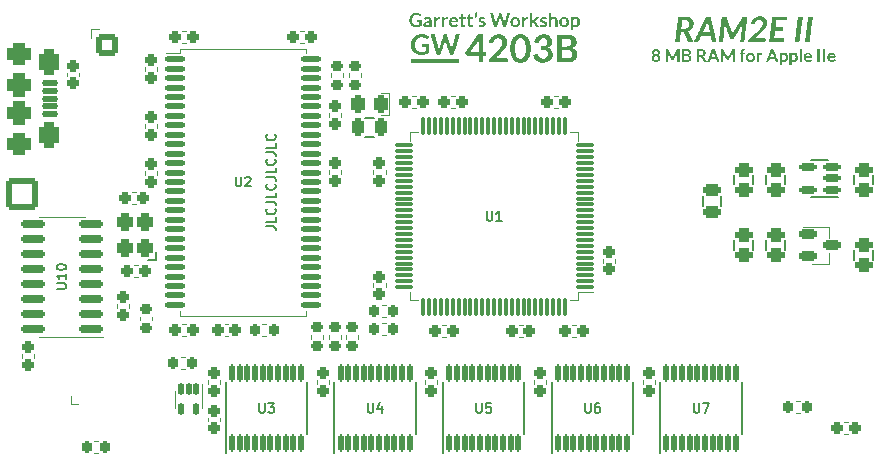
<source format=gto>
G04 #@! TF.GenerationSoftware,KiCad,Pcbnew,7.0.10*
G04 #@! TF.CreationDate,2024-04-24T04:09:29-04:00*
G04 #@! TF.ProjectId,RAM2E,52414d32-452e-46b6-9963-61645f706362,2.1*
G04 #@! TF.SameCoordinates,Original*
G04 #@! TF.FileFunction,Legend,Top*
G04 #@! TF.FilePolarity,Positive*
%FSLAX46Y46*%
G04 Gerber Fmt 4.6, Leading zero omitted, Abs format (unit mm)*
G04 Created by KiCad (PCBNEW 7.0.10) date 2024-04-24 04:09:29*
%MOMM*%
%LPD*%
G01*
G04 APERTURE LIST*
G04 Aperture macros list*
%AMRoundRect*
0 Rectangle with rounded corners*
0 $1 Rounding radius*
0 $2 $3 $4 $5 $6 $7 $8 $9 X,Y pos of 4 corners*
0 Add a 4 corners polygon primitive as box body*
4,1,4,$2,$3,$4,$5,$6,$7,$8,$9,$2,$3,0*
0 Add four circle primitives for the rounded corners*
1,1,$1+$1,$2,$3*
1,1,$1+$1,$4,$5*
1,1,$1+$1,$6,$7*
1,1,$1+$1,$8,$9*
0 Add four rect primitives between the rounded corners*
20,1,$1+$1,$2,$3,$4,$5,0*
20,1,$1+$1,$4,$5,$6,$7,0*
20,1,$1+$1,$6,$7,$8,$9,0*
20,1,$1+$1,$8,$9,$2,$3,0*%
G04 Aperture macros list end*
%ADD10C,0.203200*%
%ADD11C,0.150000*%
%ADD12C,0.120000*%
%ADD13C,0.152400*%
%ADD14C,0.000000*%
%ADD15C,2.000000*%
%ADD16RoundRect,0.124500X0.124500X-0.624500X0.124500X0.624500X-0.124500X0.624500X-0.124500X-0.624500X0*%
%ADD17RoundRect,0.237500X-0.287500X0.237500X-0.287500X-0.237500X0.287500X-0.237500X0.287500X0.237500X0*%
%ADD18RoundRect,0.419100X0.419100X3.327100X-0.419100X3.327100X-0.419100X-3.327100X0.419100X-3.327100X0*%
%ADD19RoundRect,0.139500X-0.665500X-0.139500X0.665500X-0.139500X0.665500X0.139500X-0.665500X0.139500X0*%
%ADD20C,2.152400*%
%ADD21RoundRect,0.237500X0.237500X0.287500X-0.237500X0.287500X-0.237500X-0.287500X0.237500X-0.287500X0*%
%ADD22RoundRect,0.287500X-0.462500X0.287500X-0.462500X-0.287500X0.462500X-0.287500X0.462500X0.287500X0*%
%ADD23RoundRect,0.237500X-0.237500X-0.287500X0.237500X-0.287500X0.237500X0.287500X-0.237500X0.287500X0*%
%ADD24C,1.448000*%
%ADD25RoundRect,0.287500X0.462500X-0.287500X0.462500X0.287500X-0.462500X0.287500X-0.462500X-0.287500X0*%
%ADD26RoundRect,0.225000X-0.500000X-0.225000X0.500000X-0.225000X0.500000X0.225000X-0.500000X0.225000X0*%
%ADD27RoundRect,0.237500X0.512500X-0.237500X0.512500X0.237500X-0.512500X0.237500X-0.512500X-0.237500X0*%
%ADD28RoundRect,0.200000X-0.200000X-0.325000X0.200000X-0.325000X0.200000X0.325000X-0.200000X0.325000X0*%
%ADD29RoundRect,0.237500X-0.237500X-0.512500X0.237500X-0.512500X0.237500X0.512500X-0.237500X0.512500X0*%
%ADD30RoundRect,0.281850X0.281850X0.494350X-0.281850X0.494350X-0.281850X-0.494350X0.281850X-0.494350X0*%
%ADD31RoundRect,0.200000X-0.325000X0.200000X-0.325000X-0.200000X0.325000X-0.200000X0.325000X0.200000X0*%
%ADD32RoundRect,0.087000X0.674500X0.087000X-0.674500X0.087000X-0.674500X-0.087000X0.674500X-0.087000X0*%
%ADD33RoundRect,0.087000X0.087000X0.674500X-0.087000X0.674500X-0.087000X-0.674500X0.087000X-0.674500X0*%
%ADD34RoundRect,0.237500X0.287500X-0.237500X0.287500X0.237500X-0.287500X0.237500X-0.287500X-0.237500X0*%
%ADD35RoundRect,0.325000X0.325000X-0.425000X0.325000X0.425000X-0.325000X0.425000X-0.325000X-0.425000X0*%
%ADD36RoundRect,0.275240X-1.100960X-1.100960X1.100960X-1.100960X1.100960X1.100960X-1.100960X1.100960X0*%
%ADD37RoundRect,0.187500X0.537500X0.187500X-0.537500X0.187500X-0.537500X-0.187500X0.537500X-0.187500X0*%
%ADD38RoundRect,0.175000X0.850000X0.175000X-0.850000X0.175000X-0.850000X-0.175000X0.850000X-0.175000X0*%
%ADD39RoundRect,0.120000X-0.595000X0.120000X-0.595000X-0.120000X0.595000X-0.120000X0.595000X0.120000X0*%
%ADD40RoundRect,0.475000X-0.525000X0.475000X-0.525000X-0.475000X0.525000X-0.475000X0.525000X0.475000X0*%
%ADD41RoundRect,0.425000X-0.425000X0.675000X-0.425000X-0.675000X0.425000X-0.675000X0.425000X0.675000X0*%
%ADD42RoundRect,0.500000X-0.500000X0.500000X-0.500000X-0.500000X0.500000X-0.500000X0.500000X0.500000X0*%
%ADD43RoundRect,0.200000X0.325000X-0.200000X0.325000X0.200000X-0.325000X0.200000X-0.325000X-0.200000X0*%
%ADD44RoundRect,0.272412X-0.653788X-0.653788X0.653788X-0.653788X0.653788X0.653788X-0.653788X0.653788X0*%
%ADD45O,1.852400X1.852400*%
%ADD46RoundRect,0.120000X-0.120000X0.420000X-0.120000X-0.420000X0.120000X-0.420000X0.120000X0.420000X0*%
%ADD47RoundRect,0.200000X0.200000X0.325000X-0.200000X0.325000X-0.200000X-0.325000X0.200000X-0.325000X0*%
%ADD48C,2.527300*%
%ADD49C,1.143000*%
%ADD50C,0.939800*%
G04 APERTURE END LIST*
D10*
X220752649Y-109204361D02*
X221333221Y-109204361D01*
X221333221Y-109204361D02*
X221449335Y-109243066D01*
X221449335Y-109243066D02*
X221526745Y-109320475D01*
X221526745Y-109320475D02*
X221565449Y-109436590D01*
X221565449Y-109436590D02*
X221565449Y-109513999D01*
X221565449Y-108430266D02*
X221565449Y-108817314D01*
X221565449Y-108817314D02*
X220752649Y-108817314D01*
X221488040Y-107694876D02*
X221526745Y-107733580D01*
X221526745Y-107733580D02*
X221565449Y-107849695D01*
X221565449Y-107849695D02*
X221565449Y-107927104D01*
X221565449Y-107927104D02*
X221526745Y-108043218D01*
X221526745Y-108043218D02*
X221449335Y-108120628D01*
X221449335Y-108120628D02*
X221371925Y-108159333D01*
X221371925Y-108159333D02*
X221217106Y-108198037D01*
X221217106Y-108198037D02*
X221100992Y-108198037D01*
X221100992Y-108198037D02*
X220946173Y-108159333D01*
X220946173Y-108159333D02*
X220868764Y-108120628D01*
X220868764Y-108120628D02*
X220791354Y-108043218D01*
X220791354Y-108043218D02*
X220752649Y-107927104D01*
X220752649Y-107927104D02*
X220752649Y-107849695D01*
X220752649Y-107849695D02*
X220791354Y-107733580D01*
X220791354Y-107733580D02*
X220830059Y-107694876D01*
X220752649Y-107114304D02*
X221333221Y-107114304D01*
X221333221Y-107114304D02*
X221449335Y-107153009D01*
X221449335Y-107153009D02*
X221526745Y-107230418D01*
X221526745Y-107230418D02*
X221565449Y-107346533D01*
X221565449Y-107346533D02*
X221565449Y-107423942D01*
X221565449Y-106340209D02*
X221565449Y-106727257D01*
X221565449Y-106727257D02*
X220752649Y-106727257D01*
X221488040Y-105604819D02*
X221526745Y-105643523D01*
X221526745Y-105643523D02*
X221565449Y-105759638D01*
X221565449Y-105759638D02*
X221565449Y-105837047D01*
X221565449Y-105837047D02*
X221526745Y-105953161D01*
X221526745Y-105953161D02*
X221449335Y-106030571D01*
X221449335Y-106030571D02*
X221371925Y-106069276D01*
X221371925Y-106069276D02*
X221217106Y-106107980D01*
X221217106Y-106107980D02*
X221100992Y-106107980D01*
X221100992Y-106107980D02*
X220946173Y-106069276D01*
X220946173Y-106069276D02*
X220868764Y-106030571D01*
X220868764Y-106030571D02*
X220791354Y-105953161D01*
X220791354Y-105953161D02*
X220752649Y-105837047D01*
X220752649Y-105837047D02*
X220752649Y-105759638D01*
X220752649Y-105759638D02*
X220791354Y-105643523D01*
X220791354Y-105643523D02*
X220830059Y-105604819D01*
X220752649Y-105024247D02*
X221333221Y-105024247D01*
X221333221Y-105024247D02*
X221449335Y-105062952D01*
X221449335Y-105062952D02*
X221526745Y-105140361D01*
X221526745Y-105140361D02*
X221565449Y-105256476D01*
X221565449Y-105256476D02*
X221565449Y-105333885D01*
X221565449Y-104250152D02*
X221565449Y-104637200D01*
X221565449Y-104637200D02*
X220752649Y-104637200D01*
X221488040Y-103514762D02*
X221526745Y-103553466D01*
X221526745Y-103553466D02*
X221565449Y-103669581D01*
X221565449Y-103669581D02*
X221565449Y-103746990D01*
X221565449Y-103746990D02*
X221526745Y-103863104D01*
X221526745Y-103863104D02*
X221449335Y-103940514D01*
X221449335Y-103940514D02*
X221371925Y-103979219D01*
X221371925Y-103979219D02*
X221217106Y-104017923D01*
X221217106Y-104017923D02*
X221100992Y-104017923D01*
X221100992Y-104017923D02*
X220946173Y-103979219D01*
X220946173Y-103979219D02*
X220868764Y-103940514D01*
X220868764Y-103940514D02*
X220791354Y-103863104D01*
X220791354Y-103863104D02*
X220752649Y-103746990D01*
X220752649Y-103746990D02*
X220752649Y-103669581D01*
X220752649Y-103669581D02*
X220791354Y-103553466D01*
X220791354Y-103553466D02*
X220830059Y-103514762D01*
X220752649Y-102934190D02*
X221333221Y-102934190D01*
X221333221Y-102934190D02*
X221449335Y-102972895D01*
X221449335Y-102972895D02*
X221526745Y-103050304D01*
X221526745Y-103050304D02*
X221565449Y-103166419D01*
X221565449Y-103166419D02*
X221565449Y-103243828D01*
X221565449Y-102160095D02*
X221565449Y-102547143D01*
X221565449Y-102547143D02*
X220752649Y-102547143D01*
X221488040Y-101424705D02*
X221526745Y-101463409D01*
X221526745Y-101463409D02*
X221565449Y-101579524D01*
X221565449Y-101579524D02*
X221565449Y-101656933D01*
X221565449Y-101656933D02*
X221526745Y-101773047D01*
X221526745Y-101773047D02*
X221449335Y-101850457D01*
X221449335Y-101850457D02*
X221371925Y-101889162D01*
X221371925Y-101889162D02*
X221217106Y-101927866D01*
X221217106Y-101927866D02*
X221100992Y-101927866D01*
X221100992Y-101927866D02*
X220946173Y-101889162D01*
X220946173Y-101889162D02*
X220868764Y-101850457D01*
X220868764Y-101850457D02*
X220791354Y-101773047D01*
X220791354Y-101773047D02*
X220752649Y-101656933D01*
X220752649Y-101656933D02*
X220752649Y-101579524D01*
X220752649Y-101579524D02*
X220791354Y-101463409D01*
X220791354Y-101463409D02*
X220830059Y-101424705D01*
X238555723Y-124152649D02*
X238555723Y-124810630D01*
X238555723Y-124810630D02*
X238594428Y-124888040D01*
X238594428Y-124888040D02*
X238633133Y-124926745D01*
X238633133Y-124926745D02*
X238710542Y-124965449D01*
X238710542Y-124965449D02*
X238865361Y-124965449D01*
X238865361Y-124965449D02*
X238942771Y-124926745D01*
X238942771Y-124926745D02*
X238981476Y-124888040D01*
X238981476Y-124888040D02*
X239020180Y-124810630D01*
X239020180Y-124810630D02*
X239020180Y-124152649D01*
X239794276Y-124152649D02*
X239407228Y-124152649D01*
X239407228Y-124152649D02*
X239368524Y-124539697D01*
X239368524Y-124539697D02*
X239407228Y-124500992D01*
X239407228Y-124500992D02*
X239484638Y-124462287D01*
X239484638Y-124462287D02*
X239678162Y-124462287D01*
X239678162Y-124462287D02*
X239755571Y-124500992D01*
X239755571Y-124500992D02*
X239794276Y-124539697D01*
X239794276Y-124539697D02*
X239832981Y-124617106D01*
X239832981Y-124617106D02*
X239832981Y-124810630D01*
X239832981Y-124810630D02*
X239794276Y-124888040D01*
X239794276Y-124888040D02*
X239755571Y-124926745D01*
X239755571Y-124926745D02*
X239678162Y-124965449D01*
X239678162Y-124965449D02*
X239484638Y-124965449D01*
X239484638Y-124965449D02*
X239407228Y-124926745D01*
X239407228Y-124926745D02*
X239368524Y-124888040D01*
X256955723Y-124152649D02*
X256955723Y-124810630D01*
X256955723Y-124810630D02*
X256994428Y-124888040D01*
X256994428Y-124888040D02*
X257033133Y-124926745D01*
X257033133Y-124926745D02*
X257110542Y-124965449D01*
X257110542Y-124965449D02*
X257265361Y-124965449D01*
X257265361Y-124965449D02*
X257342771Y-124926745D01*
X257342771Y-124926745D02*
X257381476Y-124888040D01*
X257381476Y-124888040D02*
X257420180Y-124810630D01*
X257420180Y-124810630D02*
X257420180Y-124152649D01*
X257729819Y-124152649D02*
X258271685Y-124152649D01*
X258271685Y-124152649D02*
X257923343Y-124965449D01*
X220155723Y-124152649D02*
X220155723Y-124810630D01*
X220155723Y-124810630D02*
X220194428Y-124888040D01*
X220194428Y-124888040D02*
X220233133Y-124926745D01*
X220233133Y-124926745D02*
X220310542Y-124965449D01*
X220310542Y-124965449D02*
X220465361Y-124965449D01*
X220465361Y-124965449D02*
X220542771Y-124926745D01*
X220542771Y-124926745D02*
X220581476Y-124888040D01*
X220581476Y-124888040D02*
X220620180Y-124810630D01*
X220620180Y-124810630D02*
X220620180Y-124152649D01*
X220929819Y-124152649D02*
X221432981Y-124152649D01*
X221432981Y-124152649D02*
X221162047Y-124462287D01*
X221162047Y-124462287D02*
X221278162Y-124462287D01*
X221278162Y-124462287D02*
X221355571Y-124500992D01*
X221355571Y-124500992D02*
X221394276Y-124539697D01*
X221394276Y-124539697D02*
X221432981Y-124617106D01*
X221432981Y-124617106D02*
X221432981Y-124810630D01*
X221432981Y-124810630D02*
X221394276Y-124888040D01*
X221394276Y-124888040D02*
X221355571Y-124926745D01*
X221355571Y-124926745D02*
X221278162Y-124965449D01*
X221278162Y-124965449D02*
X221045933Y-124965449D01*
X221045933Y-124965449D02*
X220968524Y-124926745D01*
X220968524Y-124926745D02*
X220929819Y-124888040D01*
X247755723Y-124152649D02*
X247755723Y-124810630D01*
X247755723Y-124810630D02*
X247794428Y-124888040D01*
X247794428Y-124888040D02*
X247833133Y-124926745D01*
X247833133Y-124926745D02*
X247910542Y-124965449D01*
X247910542Y-124965449D02*
X248065361Y-124965449D01*
X248065361Y-124965449D02*
X248142771Y-124926745D01*
X248142771Y-124926745D02*
X248181476Y-124888040D01*
X248181476Y-124888040D02*
X248220180Y-124810630D01*
X248220180Y-124810630D02*
X248220180Y-124152649D01*
X248955571Y-124152649D02*
X248800752Y-124152649D01*
X248800752Y-124152649D02*
X248723343Y-124191354D01*
X248723343Y-124191354D02*
X248684638Y-124230059D01*
X248684638Y-124230059D02*
X248607228Y-124346173D01*
X248607228Y-124346173D02*
X248568524Y-124500992D01*
X248568524Y-124500992D02*
X248568524Y-124810630D01*
X248568524Y-124810630D02*
X248607228Y-124888040D01*
X248607228Y-124888040D02*
X248645933Y-124926745D01*
X248645933Y-124926745D02*
X248723343Y-124965449D01*
X248723343Y-124965449D02*
X248878162Y-124965449D01*
X248878162Y-124965449D02*
X248955571Y-124926745D01*
X248955571Y-124926745D02*
X248994276Y-124888040D01*
X248994276Y-124888040D02*
X249032981Y-124810630D01*
X249032981Y-124810630D02*
X249032981Y-124617106D01*
X249032981Y-124617106D02*
X248994276Y-124539697D01*
X248994276Y-124539697D02*
X248955571Y-124500992D01*
X248955571Y-124500992D02*
X248878162Y-124462287D01*
X248878162Y-124462287D02*
X248723343Y-124462287D01*
X248723343Y-124462287D02*
X248645933Y-124500992D01*
X248645933Y-124500992D02*
X248607228Y-124539697D01*
X248607228Y-124539697D02*
X248568524Y-124617106D01*
X229355723Y-124152649D02*
X229355723Y-124810630D01*
X229355723Y-124810630D02*
X229394428Y-124888040D01*
X229394428Y-124888040D02*
X229433133Y-124926745D01*
X229433133Y-124926745D02*
X229510542Y-124965449D01*
X229510542Y-124965449D02*
X229665361Y-124965449D01*
X229665361Y-124965449D02*
X229742771Y-124926745D01*
X229742771Y-124926745D02*
X229781476Y-124888040D01*
X229781476Y-124888040D02*
X229820180Y-124810630D01*
X229820180Y-124810630D02*
X229820180Y-124152649D01*
X230555571Y-124423583D02*
X230555571Y-124965449D01*
X230362047Y-124113945D02*
X230168524Y-124694516D01*
X230168524Y-124694516D02*
X230671685Y-124694516D01*
X218180723Y-105002649D02*
X218180723Y-105660630D01*
X218180723Y-105660630D02*
X218219428Y-105738040D01*
X218219428Y-105738040D02*
X218258133Y-105776745D01*
X218258133Y-105776745D02*
X218335542Y-105815449D01*
X218335542Y-105815449D02*
X218490361Y-105815449D01*
X218490361Y-105815449D02*
X218567771Y-105776745D01*
X218567771Y-105776745D02*
X218606476Y-105738040D01*
X218606476Y-105738040D02*
X218645180Y-105660630D01*
X218645180Y-105660630D02*
X218645180Y-105002649D01*
X218993524Y-105080059D02*
X219032228Y-105041354D01*
X219032228Y-105041354D02*
X219109638Y-105002649D01*
X219109638Y-105002649D02*
X219303162Y-105002649D01*
X219303162Y-105002649D02*
X219380571Y-105041354D01*
X219380571Y-105041354D02*
X219419276Y-105080059D01*
X219419276Y-105080059D02*
X219457981Y-105157468D01*
X219457981Y-105157468D02*
X219457981Y-105234878D01*
X219457981Y-105234878D02*
X219419276Y-105350992D01*
X219419276Y-105350992D02*
X218954819Y-105815449D01*
X218954819Y-105815449D02*
X219457981Y-105815449D01*
X239430723Y-107902649D02*
X239430723Y-108560630D01*
X239430723Y-108560630D02*
X239469428Y-108638040D01*
X239469428Y-108638040D02*
X239508133Y-108676745D01*
X239508133Y-108676745D02*
X239585542Y-108715449D01*
X239585542Y-108715449D02*
X239740361Y-108715449D01*
X239740361Y-108715449D02*
X239817771Y-108676745D01*
X239817771Y-108676745D02*
X239856476Y-108638040D01*
X239856476Y-108638040D02*
X239895180Y-108560630D01*
X239895180Y-108560630D02*
X239895180Y-107902649D01*
X240707981Y-108715449D02*
X240243524Y-108715449D01*
X240475752Y-108715449D02*
X240475752Y-107902649D01*
X240475752Y-107902649D02*
X240398343Y-108018764D01*
X240398343Y-108018764D02*
X240320933Y-108096173D01*
X240320933Y-108096173D02*
X240243524Y-108134878D01*
X203006649Y-114480823D02*
X203664630Y-114480823D01*
X203664630Y-114480823D02*
X203742040Y-114442118D01*
X203742040Y-114442118D02*
X203780745Y-114403413D01*
X203780745Y-114403413D02*
X203819449Y-114326004D01*
X203819449Y-114326004D02*
X203819449Y-114171185D01*
X203819449Y-114171185D02*
X203780745Y-114093775D01*
X203780745Y-114093775D02*
X203742040Y-114055070D01*
X203742040Y-114055070D02*
X203664630Y-114016366D01*
X203664630Y-114016366D02*
X203006649Y-114016366D01*
X203819449Y-113203565D02*
X203819449Y-113668022D01*
X203819449Y-113435794D02*
X203006649Y-113435794D01*
X203006649Y-113435794D02*
X203122764Y-113513203D01*
X203122764Y-113513203D02*
X203200173Y-113590613D01*
X203200173Y-113590613D02*
X203238878Y-113668022D01*
X203006649Y-112700404D02*
X203006649Y-112622994D01*
X203006649Y-112622994D02*
X203045354Y-112545585D01*
X203045354Y-112545585D02*
X203084059Y-112506880D01*
X203084059Y-112506880D02*
X203161468Y-112468175D01*
X203161468Y-112468175D02*
X203316287Y-112429470D01*
X203316287Y-112429470D02*
X203509811Y-112429470D01*
X203509811Y-112429470D02*
X203664630Y-112468175D01*
X203664630Y-112468175D02*
X203742040Y-112506880D01*
X203742040Y-112506880D02*
X203780745Y-112545585D01*
X203780745Y-112545585D02*
X203819449Y-112622994D01*
X203819449Y-112622994D02*
X203819449Y-112700404D01*
X203819449Y-112700404D02*
X203780745Y-112777813D01*
X203780745Y-112777813D02*
X203742040Y-112816518D01*
X203742040Y-112816518D02*
X203664630Y-112855223D01*
X203664630Y-112855223D02*
X203509811Y-112893927D01*
X203509811Y-112893927D02*
X203316287Y-112893927D01*
X203316287Y-112893927D02*
X203161468Y-112855223D01*
X203161468Y-112855223D02*
X203084059Y-112816518D01*
X203084059Y-112816518D02*
X203045354Y-112777813D01*
X203045354Y-112777813D02*
X203006649Y-112700404D01*
D11*
X235725000Y-128350000D02*
X235725000Y-122375000D01*
X242625000Y-126825000D02*
X242625000Y-122375000D01*
D12*
X235260000Y-122237221D02*
X235260000Y-122562779D01*
X234240000Y-122237221D02*
X234240000Y-122562779D01*
X253660000Y-122237221D02*
X253660000Y-122562779D01*
X252640000Y-122237221D02*
X252640000Y-122562779D01*
D11*
X254125000Y-128350000D02*
X254125000Y-122375000D01*
X261025000Y-126825000D02*
X261025000Y-122375000D01*
D12*
X244460000Y-122237221D02*
X244460000Y-122562779D01*
X243440000Y-122237221D02*
X243440000Y-122562779D01*
D11*
X217325000Y-128350000D02*
X217325000Y-122375000D01*
X224225000Y-126825000D02*
X224225000Y-122375000D01*
X244925000Y-128350000D02*
X244925000Y-122375000D01*
X251825000Y-126825000D02*
X251825000Y-122375000D01*
X226525000Y-128350000D02*
X226525000Y-122375000D01*
X233425000Y-126825000D02*
X233425000Y-122375000D01*
D12*
X226060000Y-122237221D02*
X226060000Y-122562779D01*
X225040000Y-122237221D02*
X225040000Y-122562779D01*
X227110000Y-104437221D02*
X227110000Y-104762779D01*
X226090000Y-104437221D02*
X226090000Y-104762779D01*
X227110000Y-99637221D02*
X227110000Y-99962779D01*
X226090000Y-99637221D02*
X226090000Y-99962779D01*
X224100000Y-94150000D02*
X224100000Y-94550000D01*
X213500000Y-94150000D02*
X224100000Y-94150000D01*
X213500000Y-94550000D02*
X213500000Y-94150000D01*
X212300000Y-94550000D02*
X213500000Y-94550000D01*
X224100000Y-116350000D02*
X224100000Y-116750000D01*
X213500000Y-116350000D02*
X213500000Y-116750000D01*
X213500000Y-116750000D02*
X224100000Y-116750000D01*
X270037779Y-126748000D02*
X269712221Y-126748000D01*
X270037779Y-125728000D02*
X269712221Y-125728000D01*
D13*
X272150000Y-111243600D02*
X272150000Y-112056400D01*
X270550000Y-111243600D02*
X270550000Y-112056400D01*
D12*
X223637221Y-92640000D02*
X223962779Y-92640000D01*
X223637221Y-93660000D02*
X223962779Y-93660000D01*
D13*
X263100000Y-111206400D02*
X263100000Y-110393600D01*
X264700000Y-111206400D02*
X264700000Y-110393600D01*
D12*
X268410000Y-112380000D02*
X268410000Y-111450000D01*
X268410000Y-112380000D02*
X266950000Y-112380000D01*
X268410000Y-109220000D02*
X268410000Y-110150000D01*
X268410000Y-109220000D02*
X266250000Y-109220000D01*
D13*
X260400000Y-111206400D02*
X260400000Y-110393600D01*
X262000000Y-111206400D02*
X262000000Y-110393600D01*
D12*
X213637221Y-92640000D02*
X213962779Y-92640000D01*
X213637221Y-93660000D02*
X213962779Y-93660000D01*
D13*
X263100000Y-105656400D02*
X263100000Y-104843600D01*
X264700000Y-105656400D02*
X264700000Y-104843600D01*
X260400000Y-105656400D02*
X260400000Y-104843600D01*
X262000000Y-105656400D02*
X262000000Y-104843600D01*
X257700000Y-107456400D02*
X257700000Y-106643600D01*
X259300000Y-107456400D02*
X259300000Y-106643600D01*
D12*
X265587221Y-123990000D02*
X265912779Y-123990000D01*
X265587221Y-125010000D02*
X265912779Y-125010000D01*
X246637221Y-117540000D02*
X246962779Y-117540000D01*
X246637221Y-118560000D02*
X246962779Y-118560000D01*
X233462779Y-99160000D02*
X233137221Y-99160000D01*
X233462779Y-98140000D02*
X233137221Y-98140000D01*
D13*
X229093600Y-100000000D02*
X229906400Y-100000000D01*
X229093600Y-101600000D02*
X229906400Y-101600000D01*
D12*
X231185000Y-99800000D02*
X231185000Y-97900000D01*
X231185000Y-97900000D02*
X230450000Y-97900000D01*
X230450000Y-99800000D02*
X231185000Y-99800000D01*
X227060000Y-118387221D02*
X227060000Y-118712779D01*
X226040000Y-118387221D02*
X226040000Y-118712779D01*
X228510000Y-118387221D02*
X228510000Y-118712779D01*
X227490000Y-118387221D02*
X227490000Y-118712779D01*
X225610000Y-118387221D02*
X225610000Y-118712779D01*
X224590000Y-118387221D02*
X224590000Y-118712779D01*
X232940000Y-115460000D02*
X232940000Y-114760000D01*
X233640000Y-115460000D02*
X232940000Y-115460000D01*
X246460000Y-115460000D02*
X247160000Y-115460000D01*
X247160000Y-115460000D02*
X247160000Y-114760000D01*
X247160000Y-114760000D02*
X248450000Y-114760000D01*
X232940000Y-101240000D02*
X232940000Y-101940000D01*
X233640000Y-101240000D02*
X232940000Y-101240000D01*
X246460000Y-101240000D02*
X247160000Y-101240000D01*
X247160000Y-101240000D02*
X247160000Y-101940000D01*
X236387221Y-98140000D02*
X236712779Y-98140000D01*
X236387221Y-99160000D02*
X236712779Y-99160000D01*
X230860000Y-104437221D02*
X230860000Y-104762779D01*
X229840000Y-104437221D02*
X229840000Y-104762779D01*
X230860000Y-114037221D02*
X230860000Y-114362779D01*
X229840000Y-114037221D02*
X229840000Y-114362779D01*
X235962779Y-118560000D02*
X235637221Y-118560000D01*
X235962779Y-117540000D02*
X235637221Y-117540000D01*
X242462779Y-118560000D02*
X242137221Y-118560000D01*
X242462779Y-117540000D02*
X242137221Y-117540000D01*
X249240000Y-112262779D02*
X249240000Y-111937221D01*
X250260000Y-112262779D02*
X250260000Y-111937221D01*
X245462779Y-99160000D02*
X245137221Y-99160000D01*
X245462779Y-98140000D02*
X245137221Y-98140000D01*
X230537221Y-117390000D02*
X230862779Y-117390000D01*
X230537221Y-118410000D02*
X230862779Y-118410000D01*
X230537221Y-115890000D02*
X230862779Y-115890000D01*
X230537221Y-116910000D02*
X230862779Y-116910000D01*
D13*
X210750000Y-112050000D02*
X211450000Y-112050000D01*
X211450000Y-112050000D02*
X211450000Y-111350000D01*
D12*
X203890000Y-96512779D02*
X203890000Y-96187221D01*
X204910000Y-96512779D02*
X204910000Y-96187221D01*
X220437221Y-117440000D02*
X220762779Y-117440000D01*
X220437221Y-118460000D02*
X220762779Y-118460000D01*
X209171000Y-115800221D02*
X209171000Y-116125779D01*
X208151000Y-115800221D02*
X208151000Y-116125779D01*
X216860000Y-125387221D02*
X216860000Y-125712779D01*
X215840000Y-125387221D02*
X215840000Y-125712779D01*
D13*
X266890000Y-106730000D02*
X269150000Y-106730000D01*
X266890000Y-103570000D02*
X268350000Y-103570000D01*
G36*
X238572185Y-91068498D02*
G01*
X238576425Y-91073855D01*
X238583124Y-91085067D01*
X238588736Y-91095627D01*
X238610825Y-91149031D01*
X238623464Y-91203043D01*
X238626685Y-91257163D01*
X238620516Y-91310890D01*
X238604987Y-91363722D01*
X238580129Y-91415160D01*
X238568618Y-91433670D01*
X238558453Y-91447659D01*
X238544823Y-91464508D01*
X238529102Y-91482736D01*
X238512663Y-91500861D01*
X238496879Y-91517403D01*
X238483126Y-91530881D01*
X238472776Y-91539814D01*
X238467441Y-91542745D01*
X238461959Y-91540406D01*
X238450681Y-91534229D01*
X238435879Y-91525469D01*
X238433392Y-91523947D01*
X238417445Y-91513777D01*
X238404075Y-91504604D01*
X238395980Y-91498284D01*
X238395616Y-91497932D01*
X238389039Y-91486476D01*
X238389778Y-91471922D01*
X238398029Y-91453485D01*
X238411985Y-91432997D01*
X238438229Y-91392555D01*
X238455051Y-91352505D01*
X238462519Y-91312227D01*
X238460702Y-91271104D01*
X238449667Y-91228515D01*
X238437662Y-91199917D01*
X238426322Y-91174126D01*
X238420347Y-91154761D01*
X238419554Y-91140480D01*
X238423758Y-91129942D01*
X238427542Y-91125780D01*
X238435034Y-91121164D01*
X238449000Y-91114389D01*
X238467578Y-91106189D01*
X238488908Y-91097304D01*
X238511131Y-91088468D01*
X238532387Y-91080419D01*
X238550814Y-91073894D01*
X238564553Y-91069628D01*
X238571744Y-91068360D01*
X238572185Y-91068498D01*
G37*
G36*
X235433954Y-91466150D02*
G01*
X235465379Y-91475694D01*
X235490915Y-91490267D01*
X235491710Y-91490893D01*
X235493495Y-91495818D01*
X235493380Y-91506907D01*
X235491282Y-91525112D01*
X235487115Y-91551381D01*
X235485498Y-91560699D01*
X235480875Y-91586314D01*
X235476377Y-91610103D01*
X235472465Y-91629697D01*
X235469602Y-91642730D01*
X235469191Y-91644357D01*
X235464268Y-91657085D01*
X235456514Y-91665022D01*
X235444400Y-91668597D01*
X235426397Y-91668241D01*
X235400975Y-91664381D01*
X235399102Y-91664032D01*
X235353014Y-91659196D01*
X235311150Y-91662856D01*
X235273266Y-91675125D01*
X235239119Y-91696116D01*
X235208465Y-91725940D01*
X235181273Y-91764353D01*
X235164287Y-91792703D01*
X235164287Y-92054237D01*
X235164287Y-92315770D01*
X235061695Y-92315770D01*
X234959102Y-92315770D01*
X234959102Y-91898243D01*
X234959102Y-91480715D01*
X235035667Y-91480715D01*
X235064347Y-91480769D01*
X235085074Y-91481071D01*
X235099439Y-91481828D01*
X235109032Y-91483249D01*
X235115443Y-91485541D01*
X235120263Y-91488913D01*
X235123750Y-91492233D01*
X235129648Y-91498683D01*
X235134041Y-91505594D01*
X235137416Y-91514747D01*
X235140259Y-91527923D01*
X235143056Y-91546902D01*
X235146293Y-91573465D01*
X235146562Y-91575767D01*
X235152358Y-91625487D01*
X235169511Y-91599625D01*
X235202024Y-91556992D01*
X235238097Y-91521323D01*
X235276762Y-91493407D01*
X235317054Y-91474035D01*
X235327485Y-91470553D01*
X235362693Y-91463293D01*
X235398954Y-91461921D01*
X235433954Y-91466150D01*
G37*
G36*
X236097227Y-91466150D02*
G01*
X236128652Y-91475694D01*
X236154188Y-91490267D01*
X236154983Y-91490893D01*
X236156767Y-91495818D01*
X236156653Y-91506907D01*
X236154554Y-91525112D01*
X236150388Y-91551381D01*
X236148770Y-91560699D01*
X236144147Y-91586314D01*
X236139649Y-91610103D01*
X236135738Y-91629697D01*
X236132874Y-91642730D01*
X236132464Y-91644357D01*
X236127540Y-91657085D01*
X236119787Y-91665022D01*
X236107673Y-91668597D01*
X236089669Y-91668241D01*
X236064247Y-91664381D01*
X236062375Y-91664032D01*
X236016286Y-91659196D01*
X235974422Y-91662856D01*
X235936539Y-91675125D01*
X235902392Y-91696116D01*
X235871738Y-91725940D01*
X235844546Y-91764353D01*
X235827560Y-91792703D01*
X235827560Y-92054237D01*
X235827560Y-92315770D01*
X235724967Y-92315770D01*
X235622375Y-92315770D01*
X235622375Y-91898243D01*
X235622375Y-91480715D01*
X235698940Y-91480715D01*
X235727620Y-91480769D01*
X235748347Y-91481071D01*
X235762711Y-91481828D01*
X235772304Y-91483249D01*
X235778716Y-91485541D01*
X235783536Y-91488913D01*
X235787023Y-91492233D01*
X235792921Y-91498683D01*
X235797314Y-91505594D01*
X235800689Y-91514747D01*
X235803532Y-91527923D01*
X235806328Y-91546902D01*
X235809565Y-91573465D01*
X235809834Y-91575767D01*
X235815631Y-91625487D01*
X235832783Y-91599625D01*
X235865297Y-91556992D01*
X235901370Y-91521323D01*
X235940035Y-91493407D01*
X235980327Y-91474035D01*
X235990758Y-91470553D01*
X236025966Y-91463293D01*
X236062227Y-91461921D01*
X236097227Y-91466150D01*
G37*
G36*
X242892192Y-91466150D02*
G01*
X242923617Y-91475694D01*
X242949153Y-91490267D01*
X242949948Y-91490893D01*
X242951733Y-91495818D01*
X242951618Y-91506907D01*
X242949520Y-91525112D01*
X242945353Y-91551381D01*
X242943736Y-91560699D01*
X242939112Y-91586314D01*
X242934614Y-91610103D01*
X242930703Y-91629697D01*
X242927840Y-91642730D01*
X242927429Y-91644357D01*
X242922506Y-91657085D01*
X242914752Y-91665022D01*
X242902638Y-91668597D01*
X242884635Y-91668241D01*
X242859213Y-91664381D01*
X242857340Y-91664032D01*
X242811252Y-91659196D01*
X242769387Y-91662856D01*
X242731504Y-91675125D01*
X242697357Y-91696116D01*
X242666703Y-91725940D01*
X242639511Y-91764353D01*
X242622525Y-91792703D01*
X242622525Y-92054237D01*
X242622525Y-92315770D01*
X242519933Y-92315770D01*
X242417340Y-92315770D01*
X242417340Y-91898243D01*
X242417340Y-91480715D01*
X242493905Y-91480715D01*
X242522585Y-91480769D01*
X242543312Y-91481071D01*
X242557677Y-91481828D01*
X242567269Y-91483249D01*
X242573681Y-91485541D01*
X242578501Y-91488913D01*
X242581988Y-91492233D01*
X242587886Y-91498683D01*
X242592279Y-91505594D01*
X242595654Y-91514747D01*
X242598497Y-91527923D01*
X242601294Y-91546902D01*
X242604531Y-91573465D01*
X242604799Y-91575767D01*
X242610596Y-91625487D01*
X242627749Y-91599625D01*
X242660262Y-91556992D01*
X242696335Y-91521323D01*
X242735000Y-91493407D01*
X242775292Y-91474035D01*
X242785723Y-91470553D01*
X242820931Y-91463293D01*
X242857192Y-91461921D01*
X242892192Y-91466150D01*
G37*
G36*
X244898648Y-91332791D02*
G01*
X244898703Y-91378524D01*
X244898860Y-91421215D01*
X244899109Y-91459941D01*
X244899438Y-91493780D01*
X244899837Y-91521809D01*
X244900295Y-91543108D01*
X244900801Y-91556753D01*
X244901343Y-91561823D01*
X244901370Y-91561835D01*
X244906216Y-91559038D01*
X244916049Y-91551774D01*
X244926422Y-91543496D01*
X244969006Y-91512666D01*
X245012181Y-91490187D01*
X245057600Y-91475531D01*
X245106913Y-91468167D01*
X245161775Y-91467567D01*
X245163092Y-91467627D01*
X245215705Y-91473842D01*
X245262254Y-91487362D01*
X245303028Y-91508370D01*
X245338312Y-91537047D01*
X245368393Y-91573575D01*
X245390456Y-91611681D01*
X245397111Y-91625279D01*
X245402854Y-91637648D01*
X245407757Y-91649585D01*
X245411892Y-91661884D01*
X245415331Y-91675339D01*
X245418145Y-91690746D01*
X245420407Y-91708899D01*
X245422189Y-91730593D01*
X245423562Y-91756624D01*
X245424597Y-91787786D01*
X245425368Y-91824873D01*
X245425946Y-91868681D01*
X245426402Y-91920005D01*
X245426808Y-91979639D01*
X245427038Y-92016343D01*
X245428895Y-92315770D01*
X245326215Y-92315770D01*
X245223535Y-92315770D01*
X245222138Y-92021006D01*
X245220741Y-91726242D01*
X245204945Y-91694165D01*
X245188455Y-91666712D01*
X245169047Y-91646785D01*
X245145303Y-91633575D01*
X245115803Y-91626273D01*
X245081914Y-91624077D01*
X245038689Y-91628122D01*
X244997302Y-91640917D01*
X244957123Y-91662727D01*
X244918007Y-91693380D01*
X244898648Y-91710869D01*
X244898648Y-92013320D01*
X244898648Y-92315770D01*
X244796055Y-92315770D01*
X244693463Y-92315770D01*
X244693463Y-91709759D01*
X244693463Y-91103747D01*
X244796055Y-91103747D01*
X244898648Y-91103747D01*
X244898648Y-91332791D01*
G37*
G36*
X237416551Y-91356650D02*
G01*
X237416551Y-91490258D01*
X237526301Y-91490258D01*
X237636051Y-91490258D01*
X237636051Y-91561835D01*
X237636051Y-91633411D01*
X237526134Y-91633411D01*
X237416216Y-91633411D01*
X237417576Y-91873191D01*
X237417897Y-91927289D01*
X237418216Y-91972675D01*
X237418568Y-92010179D01*
X237418990Y-92040634D01*
X237419516Y-92064870D01*
X237420181Y-92083717D01*
X237421023Y-92098009D01*
X237422074Y-92108575D01*
X237423372Y-92116246D01*
X237424951Y-92121854D01*
X237426847Y-92126231D01*
X237428481Y-92129173D01*
X237445408Y-92149951D01*
X237466478Y-92162261D01*
X237491263Y-92166017D01*
X237519337Y-92161130D01*
X237541092Y-92152338D01*
X237556866Y-92144775D01*
X237569069Y-92140280D01*
X237579017Y-92139629D01*
X237588027Y-92143597D01*
X237597417Y-92152960D01*
X237608502Y-92168492D01*
X237622601Y-92190971D01*
X237631508Y-92205576D01*
X237661756Y-92255234D01*
X237646269Y-92268164D01*
X237627602Y-92281077D01*
X237602846Y-92294491D01*
X237575231Y-92306847D01*
X237547988Y-92316587D01*
X237542683Y-92318135D01*
X237517359Y-92323296D01*
X237486422Y-92326733D01*
X237452814Y-92328388D01*
X237419475Y-92328204D01*
X237389348Y-92326122D01*
X237365372Y-92322084D01*
X237363819Y-92321678D01*
X237324666Y-92306582D01*
X237289995Y-92284215D01*
X237261218Y-92255710D01*
X237239745Y-92222200D01*
X237239580Y-92221861D01*
X237234693Y-92211525D01*
X237230541Y-92201742D01*
X237227064Y-92191667D01*
X237224201Y-92180454D01*
X237221892Y-92167259D01*
X237220079Y-92151237D01*
X237218699Y-92131543D01*
X237217695Y-92107331D01*
X237217005Y-92077756D01*
X237216570Y-92041975D01*
X237216330Y-91999140D01*
X237216224Y-91948408D01*
X237216195Y-91892278D01*
X237216138Y-91633411D01*
X237164548Y-91633411D01*
X237141028Y-91633201D01*
X237125017Y-91632363D01*
X237114488Y-91630585D01*
X237107413Y-91627554D01*
X237102736Y-91623886D01*
X237095014Y-91613734D01*
X237090207Y-91599463D01*
X237087996Y-91579404D01*
X237088064Y-91551884D01*
X237088224Y-91547651D01*
X237089687Y-91511994D01*
X237125475Y-91506072D01*
X237148855Y-91502197D01*
X237173951Y-91498027D01*
X237192640Y-91494914D01*
X237224017Y-91489677D01*
X237244672Y-91376639D01*
X237250680Y-91344234D01*
X237256387Y-91314330D01*
X237261496Y-91288420D01*
X237265710Y-91267992D01*
X237268730Y-91254538D01*
X237269880Y-91250333D01*
X237275236Y-91239852D01*
X237283922Y-91232316D01*
X237297318Y-91227303D01*
X237316802Y-91224392D01*
X237343757Y-91223160D01*
X237359053Y-91223041D01*
X237416551Y-91223041D01*
X237416551Y-91356650D01*
G37*
G36*
X238046422Y-91356650D02*
G01*
X238046422Y-91490258D01*
X238156172Y-91490258D01*
X238265922Y-91490258D01*
X238265922Y-91561835D01*
X238265922Y-91633411D01*
X238156004Y-91633411D01*
X238046086Y-91633411D01*
X238047447Y-91873191D01*
X238047767Y-91927289D01*
X238048086Y-91972675D01*
X238048439Y-92010179D01*
X238048860Y-92040634D01*
X238049386Y-92064870D01*
X238050052Y-92083717D01*
X238050893Y-92098009D01*
X238051945Y-92108575D01*
X238053242Y-92116246D01*
X238054822Y-92121854D01*
X238056718Y-92126231D01*
X238058351Y-92129173D01*
X238075278Y-92149951D01*
X238096348Y-92162261D01*
X238121133Y-92166017D01*
X238149208Y-92161130D01*
X238170963Y-92152338D01*
X238186737Y-92144775D01*
X238198939Y-92140280D01*
X238208887Y-92139629D01*
X238217897Y-92143597D01*
X238227287Y-92152960D01*
X238238373Y-92168492D01*
X238252472Y-92190971D01*
X238261379Y-92205576D01*
X238291627Y-92255234D01*
X238276139Y-92268164D01*
X238257472Y-92281077D01*
X238232716Y-92294491D01*
X238205102Y-92306847D01*
X238177858Y-92316587D01*
X238172553Y-92318135D01*
X238147229Y-92323296D01*
X238116293Y-92326733D01*
X238082684Y-92328388D01*
X238049346Y-92328204D01*
X238019218Y-92326122D01*
X237995243Y-92322084D01*
X237993689Y-92321678D01*
X237954536Y-92306582D01*
X237919865Y-92284215D01*
X237891088Y-92255710D01*
X237869615Y-92222200D01*
X237869450Y-92221861D01*
X237864564Y-92211525D01*
X237860412Y-92201742D01*
X237856934Y-92191667D01*
X237854071Y-92180454D01*
X237851763Y-92167259D01*
X237849949Y-92151237D01*
X237848570Y-92131543D01*
X237847565Y-92107331D01*
X237846875Y-92077756D01*
X237846440Y-92041975D01*
X237846200Y-91999140D01*
X237846095Y-91948408D01*
X237846065Y-91892278D01*
X237846008Y-91633411D01*
X237794419Y-91633411D01*
X237770898Y-91633201D01*
X237754888Y-91632363D01*
X237744359Y-91630585D01*
X237737283Y-91627554D01*
X237732606Y-91623886D01*
X237724884Y-91613734D01*
X237720077Y-91599463D01*
X237717867Y-91579404D01*
X237717934Y-91551884D01*
X237718095Y-91547651D01*
X237719557Y-91511994D01*
X237755345Y-91506072D01*
X237778725Y-91502197D01*
X237803822Y-91498027D01*
X237822510Y-91494914D01*
X237853888Y-91489677D01*
X237874542Y-91376639D01*
X237880550Y-91344234D01*
X237886257Y-91314330D01*
X237891366Y-91288420D01*
X237895580Y-91267992D01*
X237898601Y-91254538D01*
X237899750Y-91250333D01*
X237905107Y-91239852D01*
X237913792Y-91232316D01*
X237927188Y-91227303D01*
X237946673Y-91224392D01*
X237973627Y-91223160D01*
X237988924Y-91223041D01*
X238046422Y-91223041D01*
X238046422Y-91356650D01*
G37*
G36*
X247042567Y-91463362D02*
G01*
X247085370Y-91469404D01*
X247123627Y-91481817D01*
X247159109Y-91501254D01*
X247193590Y-91528373D01*
X247208578Y-91542587D01*
X247239106Y-91576704D01*
X247263401Y-91612948D01*
X247283063Y-91653994D01*
X247294914Y-91686976D01*
X247309863Y-91745279D01*
X247319182Y-91808158D01*
X247322860Y-91873261D01*
X247320886Y-91938231D01*
X247313251Y-92000716D01*
X247299943Y-92058361D01*
X247296595Y-92069120D01*
X247273736Y-92125751D01*
X247244265Y-92176648D01*
X247208757Y-92221230D01*
X247167790Y-92258919D01*
X247121942Y-92289134D01*
X247071790Y-92311296D01*
X247048319Y-92318397D01*
X247024962Y-92322594D01*
X246995443Y-92325115D01*
X246962852Y-92325960D01*
X246930281Y-92325133D01*
X246900821Y-92322633D01*
X246877562Y-92318464D01*
X246876925Y-92318295D01*
X246843280Y-92306339D01*
X246809409Y-92289243D01*
X246779711Y-92269300D01*
X246774162Y-92264746D01*
X246754857Y-92248222D01*
X246754857Y-92417991D01*
X246754857Y-92587760D01*
X246652264Y-92587760D01*
X246549672Y-92587760D01*
X246549672Y-92097906D01*
X246754857Y-92097906D01*
X246776292Y-92118445D01*
X246791691Y-92131673D01*
X246808223Y-92143592D01*
X246817514Y-92149078D01*
X246854129Y-92162838D01*
X246894578Y-92169561D01*
X246936102Y-92169110D01*
X246975941Y-92161346D01*
X246987118Y-92157582D01*
X247019002Y-92140656D01*
X247047024Y-92115553D01*
X247070248Y-92083181D01*
X247076993Y-92070457D01*
X247088791Y-92044307D01*
X247097522Y-92019570D01*
X247103695Y-91993837D01*
X247107818Y-91964699D01*
X247110401Y-91929748D01*
X247111327Y-91907786D01*
X247111202Y-91845837D01*
X247106212Y-91791786D01*
X247096277Y-91745277D01*
X247081322Y-91705953D01*
X247061270Y-91673458D01*
X247060267Y-91672177D01*
X247035772Y-91648680D01*
X247005429Y-91632037D01*
X246970414Y-91622641D01*
X246931902Y-91620885D01*
X246912692Y-91622846D01*
X246877738Y-91630571D01*
X246846855Y-91643397D01*
X246817497Y-91662651D01*
X246790197Y-91686647D01*
X246754857Y-91720915D01*
X246754857Y-91909411D01*
X246754857Y-92097906D01*
X246549672Y-92097906D01*
X246549672Y-92031852D01*
X246549672Y-91475943D01*
X246621485Y-91475943D01*
X246654708Y-91476116D01*
X246679781Y-91477232D01*
X246698097Y-91480189D01*
X246711051Y-91485886D01*
X246720035Y-91495220D01*
X246726443Y-91509090D01*
X246731669Y-91528394D01*
X246736255Y-91549905D01*
X246739546Y-91565211D01*
X246742164Y-91576222D01*
X246743384Y-91580171D01*
X246747273Y-91577992D01*
X246756760Y-91570806D01*
X246770237Y-91559864D01*
X246780130Y-91551540D01*
X246819086Y-91520805D01*
X246855690Y-91497603D01*
X246892083Y-91481049D01*
X246930401Y-91470254D01*
X246972785Y-91464332D01*
X246993444Y-91463034D01*
X247042567Y-91463362D01*
G37*
G36*
X241890243Y-91470835D02*
G01*
X241897329Y-91471406D01*
X241961352Y-91481207D01*
X242020230Y-91498885D01*
X242073646Y-91524180D01*
X242121282Y-91556834D01*
X242162821Y-91596586D01*
X242197945Y-91643177D01*
X242226335Y-91696347D01*
X242247675Y-91755837D01*
X242248320Y-91758137D01*
X242255890Y-91793556D01*
X242261138Y-91835213D01*
X242263940Y-91880061D01*
X242264169Y-91925049D01*
X242261699Y-91967129D01*
X242258061Y-91994608D01*
X242242785Y-92058001D01*
X242220209Y-92115610D01*
X242190633Y-92167115D01*
X242154362Y-92212201D01*
X242111698Y-92250548D01*
X242062943Y-92281841D01*
X242008399Y-92305760D01*
X241948370Y-92321989D01*
X241945603Y-92322522D01*
X241909389Y-92327332D01*
X241867888Y-92329515D01*
X241824753Y-92329103D01*
X241783636Y-92326127D01*
X241749173Y-92320828D01*
X241689297Y-92303684D01*
X241634779Y-92278810D01*
X241585996Y-92246518D01*
X241543324Y-92207117D01*
X241507139Y-92160919D01*
X241477816Y-92108234D01*
X241469962Y-92090103D01*
X241456425Y-92052715D01*
X241446837Y-92016001D01*
X241440738Y-91977289D01*
X241437671Y-91933902D01*
X241437122Y-91900629D01*
X241647528Y-91900629D01*
X241650055Y-91960411D01*
X241657729Y-92012345D01*
X241670693Y-92056708D01*
X241689091Y-92093775D01*
X241713063Y-92123826D01*
X241742754Y-92147135D01*
X241778306Y-92163981D01*
X241784063Y-92165939D01*
X241803414Y-92169674D01*
X241832062Y-92171337D01*
X241859046Y-92171237D01*
X241884401Y-92170401D01*
X241902875Y-92168927D01*
X241917126Y-92166367D01*
X241929815Y-92162275D01*
X241940872Y-92157484D01*
X241971986Y-92138499D01*
X241998114Y-92112540D01*
X242019640Y-92079076D01*
X242036946Y-92037578D01*
X242043731Y-92015150D01*
X242047787Y-91993749D01*
X242050649Y-91965319D01*
X242052316Y-91932285D01*
X242052789Y-91897073D01*
X242052069Y-91862108D01*
X242050155Y-91829814D01*
X242047048Y-91802617D01*
X242043690Y-91786107D01*
X242028834Y-91741694D01*
X242010669Y-91705631D01*
X241988670Y-91677141D01*
X241962310Y-91655445D01*
X241950993Y-91648795D01*
X241914662Y-91634064D01*
X241875744Y-91626437D01*
X241836018Y-91625689D01*
X241797262Y-91631594D01*
X241761255Y-91643926D01*
X241729778Y-91662460D01*
X241711225Y-91679183D01*
X241688452Y-91709079D01*
X241670945Y-91744022D01*
X241658464Y-91784840D01*
X241650772Y-91832360D01*
X241647632Y-91887410D01*
X241647528Y-91900629D01*
X241437122Y-91900629D01*
X241437083Y-91898243D01*
X241438754Y-91844801D01*
X241444068Y-91797901D01*
X241453576Y-91755054D01*
X241467830Y-91713771D01*
X241487372Y-91671585D01*
X241517872Y-91622370D01*
X241555176Y-91579494D01*
X241598719Y-91543235D01*
X241647936Y-91513868D01*
X241702262Y-91491668D01*
X241761132Y-91476912D01*
X241823981Y-91469876D01*
X241890243Y-91470835D01*
G37*
G36*
X246022575Y-91470835D02*
G01*
X246029661Y-91471406D01*
X246093683Y-91481207D01*
X246152561Y-91498885D01*
X246205977Y-91524180D01*
X246253614Y-91556834D01*
X246295153Y-91596586D01*
X246330276Y-91643177D01*
X246358667Y-91696347D01*
X246380006Y-91755837D01*
X246380651Y-91758137D01*
X246388221Y-91793556D01*
X246393469Y-91835213D01*
X246396271Y-91880061D01*
X246396500Y-91925049D01*
X246394031Y-91967129D01*
X246390392Y-91994608D01*
X246375117Y-92058001D01*
X246352540Y-92115610D01*
X246322965Y-92167115D01*
X246286694Y-92212201D01*
X246244029Y-92250548D01*
X246195274Y-92281841D01*
X246140730Y-92305760D01*
X246080701Y-92321989D01*
X246077935Y-92322522D01*
X246041720Y-92327332D01*
X246000219Y-92329515D01*
X245957084Y-92329103D01*
X245915968Y-92326127D01*
X245881504Y-92320828D01*
X245821628Y-92303684D01*
X245767110Y-92278810D01*
X245718328Y-92246518D01*
X245675655Y-92207117D01*
X245639470Y-92160919D01*
X245610147Y-92108234D01*
X245602294Y-92090103D01*
X245588757Y-92052715D01*
X245579168Y-92016001D01*
X245573069Y-91977289D01*
X245570003Y-91933902D01*
X245569453Y-91900629D01*
X245779860Y-91900629D01*
X245782386Y-91960411D01*
X245790060Y-92012345D01*
X245803025Y-92056708D01*
X245821422Y-92093775D01*
X245845395Y-92123826D01*
X245875086Y-92147135D01*
X245910637Y-92163981D01*
X245916394Y-92165939D01*
X245935745Y-92169674D01*
X245964393Y-92171337D01*
X245991377Y-92171237D01*
X246016733Y-92170401D01*
X246035206Y-92168927D01*
X246049457Y-92166367D01*
X246062146Y-92162275D01*
X246073203Y-92157484D01*
X246104318Y-92138499D01*
X246130446Y-92112540D01*
X246151971Y-92079076D01*
X246169278Y-92037578D01*
X246176062Y-92015150D01*
X246180119Y-91993749D01*
X246182981Y-91965319D01*
X246184648Y-91932285D01*
X246185121Y-91897073D01*
X246184400Y-91862108D01*
X246182486Y-91829814D01*
X246179379Y-91802617D01*
X246176021Y-91786107D01*
X246161166Y-91741694D01*
X246143001Y-91705631D01*
X246121001Y-91677141D01*
X246094641Y-91655445D01*
X246083324Y-91648795D01*
X246046994Y-91634064D01*
X246008076Y-91626437D01*
X245968349Y-91625689D01*
X245929593Y-91631594D01*
X245893587Y-91643926D01*
X245862109Y-91662460D01*
X245843557Y-91679183D01*
X245820784Y-91709079D01*
X245803276Y-91744022D01*
X245790795Y-91784840D01*
X245783104Y-91832360D01*
X245779963Y-91887410D01*
X245779860Y-91900629D01*
X245569453Y-91900629D01*
X245569414Y-91898243D01*
X245571086Y-91844801D01*
X245576399Y-91797901D01*
X245585907Y-91755054D01*
X245600161Y-91713771D01*
X245619703Y-91671585D01*
X245650203Y-91622370D01*
X245687507Y-91579494D01*
X245731050Y-91543235D01*
X245780267Y-91513868D01*
X245834594Y-91491668D01*
X245893464Y-91476912D01*
X245956312Y-91469876D01*
X246022575Y-91470835D01*
G37*
G36*
X243295341Y-91452738D02*
G01*
X243295341Y-91801728D01*
X243326971Y-91799190D01*
X243336181Y-91798449D01*
X243344145Y-91797408D01*
X243351532Y-91795412D01*
X243359013Y-91791809D01*
X243367257Y-91785947D01*
X243376932Y-91777172D01*
X243388710Y-91764832D01*
X243403260Y-91748273D01*
X243421250Y-91726844D01*
X243443351Y-91699891D01*
X243470233Y-91666761D01*
X243497965Y-91632486D01*
X243523168Y-91601596D01*
X243547138Y-91572702D01*
X243569063Y-91546749D01*
X243588127Y-91524682D01*
X243603518Y-91507444D01*
X243614422Y-91495980D01*
X243619333Y-91491623D01*
X243624934Y-91488096D01*
X243630760Y-91485424D01*
X243638155Y-91483489D01*
X243648463Y-91482172D01*
X243663029Y-91481355D01*
X243683199Y-91480919D01*
X243710317Y-91480745D01*
X243742945Y-91480715D01*
X243777545Y-91480751D01*
X243803674Y-91480920D01*
X243822404Y-91481309D01*
X243834809Y-91482010D01*
X243841959Y-91483110D01*
X243844929Y-91484700D01*
X243844789Y-91486869D01*
X243843173Y-91489065D01*
X243838669Y-91494419D01*
X243828729Y-91506305D01*
X243814022Y-91523919D01*
X243795220Y-91546458D01*
X243772992Y-91573119D01*
X243748007Y-91603098D01*
X243720936Y-91635593D01*
X243704870Y-91654884D01*
X243676360Y-91688976D01*
X243649022Y-91721396D01*
X243623611Y-91751267D01*
X243600880Y-91777715D01*
X243581583Y-91799866D01*
X243566476Y-91816844D01*
X243556310Y-91827775D01*
X243553312Y-91830704D01*
X243532887Y-91849056D01*
X243549732Y-91866492D01*
X243555605Y-91873677D01*
X243566311Y-91887941D01*
X243581287Y-91908491D01*
X243599969Y-91934533D01*
X243621793Y-91965277D01*
X243646194Y-91999928D01*
X243672610Y-92037694D01*
X243700476Y-92077784D01*
X243714918Y-92098656D01*
X243863258Y-92313384D01*
X243759907Y-92314672D01*
X243725282Y-92315030D01*
X243698811Y-92315069D01*
X243679107Y-92314704D01*
X243664783Y-92313848D01*
X243654452Y-92312417D01*
X243646729Y-92310324D01*
X243640225Y-92307483D01*
X243639740Y-92307233D01*
X243634575Y-92303630D01*
X243627940Y-92297148D01*
X243619356Y-92287136D01*
X243608345Y-92272940D01*
X243594426Y-92253908D01*
X243577120Y-92229387D01*
X243555949Y-92198725D01*
X243530432Y-92161267D01*
X243505657Y-92124619D01*
X243476190Y-92080942D01*
X243451461Y-92044505D01*
X243430851Y-92014653D01*
X243413736Y-91990729D01*
X243399497Y-91972077D01*
X243387512Y-91958041D01*
X243377160Y-91947966D01*
X243367819Y-91941195D01*
X243358868Y-91937072D01*
X243349687Y-91934943D01*
X243339653Y-91934149D01*
X243328146Y-91934037D01*
X243325165Y-91934038D01*
X243295341Y-91934031D01*
X243295341Y-92124901D01*
X243295341Y-92315770D01*
X243192749Y-92315770D01*
X243090156Y-92315770D01*
X243090156Y-91709759D01*
X243090156Y-91103747D01*
X243192749Y-91103747D01*
X243295341Y-91103747D01*
X243295341Y-91452738D01*
G37*
G36*
X239096206Y-93690033D02*
G01*
X239096206Y-94424882D01*
X239244342Y-94424882D01*
X239392479Y-94424882D01*
X239391073Y-94558151D01*
X239390626Y-94597434D01*
X239390151Y-94628327D01*
X239389558Y-94651981D01*
X239388758Y-94669549D01*
X239387661Y-94682183D01*
X239386177Y-94691036D01*
X239384219Y-94697261D01*
X239381695Y-94702010D01*
X239379686Y-94704882D01*
X239368677Y-94716906D01*
X239355207Y-94728189D01*
X239353928Y-94729081D01*
X239348765Y-94732374D01*
X239343325Y-94734914D01*
X239336367Y-94736799D01*
X239326647Y-94738127D01*
X239312923Y-94738994D01*
X239293952Y-94739500D01*
X239268492Y-94739740D01*
X239235300Y-94739813D01*
X239217179Y-94739817D01*
X239096206Y-94739817D01*
X239096206Y-95028508D01*
X239096206Y-95317198D01*
X238919651Y-95317198D01*
X238743096Y-95317198D01*
X238743096Y-95028508D01*
X238743096Y-94739817D01*
X238232366Y-94739817D01*
X238149266Y-94739800D01*
X238075203Y-94739743D01*
X238009673Y-94739642D01*
X237952169Y-94739489D01*
X237902185Y-94739278D01*
X237859217Y-94739003D01*
X237822759Y-94738658D01*
X237792304Y-94738236D01*
X237767348Y-94737731D01*
X237747385Y-94737137D01*
X237731908Y-94736447D01*
X237720413Y-94735655D01*
X237712393Y-94734755D01*
X237707344Y-94733740D01*
X237705934Y-94733256D01*
X237685060Y-94721107D01*
X237665302Y-94703742D01*
X237649943Y-94684288D01*
X237645214Y-94675398D01*
X237641858Y-94665222D01*
X237637291Y-94647889D01*
X237631859Y-94625091D01*
X237625911Y-94598517D01*
X237619795Y-94569860D01*
X237613857Y-94540808D01*
X237608446Y-94513054D01*
X237603909Y-94488287D01*
X237600593Y-94468198D01*
X237598847Y-94454479D01*
X237598762Y-94449458D01*
X237601731Y-94444838D01*
X237610147Y-94432954D01*
X237615989Y-94424882D01*
X238027506Y-94424882D01*
X238385301Y-94424882D01*
X238743096Y-94424882D01*
X238743096Y-93995053D01*
X238743159Y-93912431D01*
X238743346Y-93836296D01*
X238743651Y-93767007D01*
X238744073Y-93704925D01*
X238744606Y-93650407D01*
X238745247Y-93603816D01*
X238745992Y-93565509D01*
X238746838Y-93535847D01*
X238747780Y-93515190D01*
X238748283Y-93508387D01*
X238750175Y-93485924D01*
X238751480Y-93466923D01*
X238752079Y-93453405D01*
X238751862Y-93447410D01*
X238748874Y-93450581D01*
X238740625Y-93460937D01*
X238727498Y-93477966D01*
X238709875Y-93501156D01*
X238688140Y-93529997D01*
X238662675Y-93563976D01*
X238633862Y-93602583D01*
X238602086Y-93645306D01*
X238567727Y-93691634D01*
X238531170Y-93741054D01*
X238492797Y-93793057D01*
X238471107Y-93822504D01*
X238429701Y-93878754D01*
X238388404Y-93934854D01*
X238347761Y-93990063D01*
X238308319Y-94043637D01*
X238270624Y-94094836D01*
X238235222Y-94142918D01*
X238202660Y-94187141D01*
X238173483Y-94226762D01*
X238148238Y-94261040D01*
X238127472Y-94289234D01*
X238111729Y-94310601D01*
X238109733Y-94313310D01*
X238027506Y-94424882D01*
X237615989Y-94424882D01*
X237623735Y-94414178D01*
X237642219Y-94388881D01*
X237665323Y-94357435D01*
X237692771Y-94320213D01*
X237724286Y-94277588D01*
X237759594Y-94229930D01*
X237798417Y-94177612D01*
X237840481Y-94121006D01*
X237885509Y-94060484D01*
X237933225Y-93996418D01*
X237983353Y-93929181D01*
X238035618Y-93859144D01*
X238089743Y-93786679D01*
X238145453Y-93712159D01*
X238155978Y-93698087D01*
X238711693Y-92955184D01*
X238903949Y-92955184D01*
X239096206Y-92955184D01*
X239096206Y-93690033D01*
G37*
G36*
X234398832Y-95007694D02*
G01*
X234549753Y-95007738D01*
X234709780Y-95007806D01*
X234879054Y-95007898D01*
X235057717Y-95008014D01*
X235074406Y-95008025D01*
X237057848Y-95009421D01*
X237078539Y-95023948D01*
X237093593Y-95037190D01*
X237107161Y-95053445D01*
X237111159Y-95059736D01*
X237115336Y-95067635D01*
X237118443Y-95075364D01*
X237120671Y-95084508D01*
X237122212Y-95096648D01*
X237123258Y-95113369D01*
X237124002Y-95136254D01*
X237124634Y-95166887D01*
X237124720Y-95171660D01*
X237125032Y-95208341D01*
X237124600Y-95239998D01*
X237123471Y-95265269D01*
X237121686Y-95282797D01*
X237121006Y-95286452D01*
X237110449Y-95313656D01*
X237092588Y-95337294D01*
X237069459Y-95354718D01*
X237067942Y-95355511D01*
X237066330Y-95356287D01*
X237064440Y-95357019D01*
X237062001Y-95357708D01*
X237058739Y-95358356D01*
X237054384Y-95358964D01*
X237048660Y-95359533D01*
X237041298Y-95360064D01*
X237032023Y-95360559D01*
X237020563Y-95361019D01*
X237006645Y-95361444D01*
X236989998Y-95361837D01*
X236970348Y-95362199D01*
X236947424Y-95362530D01*
X236920951Y-95362833D01*
X236890658Y-95363108D01*
X236856273Y-95363356D01*
X236817522Y-95363580D01*
X236774134Y-95363779D01*
X236725835Y-95363956D01*
X236672353Y-95364111D01*
X236613415Y-95364247D01*
X236548750Y-95364363D01*
X236478083Y-95364462D01*
X236401144Y-95364544D01*
X236317659Y-95364612D01*
X236227355Y-95364665D01*
X236129961Y-95364706D01*
X236025203Y-95364735D01*
X235912809Y-95364755D01*
X235792507Y-95364765D01*
X235664023Y-95364768D01*
X235527086Y-95364765D01*
X235381423Y-95364756D01*
X235226760Y-95364744D01*
X235063078Y-95364729D01*
X234895173Y-95364709D01*
X234736563Y-95364681D01*
X234587001Y-95364644D01*
X234446238Y-95364598D01*
X234314028Y-95364541D01*
X234190121Y-95364472D01*
X234074271Y-95364392D01*
X233966229Y-95364299D01*
X233865747Y-95364192D01*
X233772578Y-95364071D01*
X233686473Y-95363934D01*
X233607185Y-95363782D01*
X233534465Y-95363612D01*
X233468067Y-95363425D01*
X233407741Y-95363219D01*
X233353240Y-95362994D01*
X233304317Y-95362748D01*
X233260722Y-95362482D01*
X233222210Y-95362194D01*
X233188530Y-95361883D01*
X233159436Y-95361549D01*
X233134680Y-95361190D01*
X233114014Y-95360807D01*
X233097189Y-95360398D01*
X233083958Y-95359962D01*
X233074074Y-95359499D01*
X233067287Y-95359007D01*
X233063351Y-95358487D01*
X233062334Y-95358198D01*
X233039005Y-95342970D01*
X233019919Y-95320723D01*
X233012111Y-95306482D01*
X233008979Y-95298656D01*
X233006640Y-95289910D01*
X233004981Y-95278775D01*
X233003889Y-95263783D01*
X233003253Y-95243466D01*
X233002960Y-95216356D01*
X233002896Y-95185975D01*
X233002993Y-95151479D01*
X233003352Y-95125083D01*
X233004078Y-95105345D01*
X233005277Y-95090825D01*
X233007053Y-95080081D01*
X233009512Y-95071670D01*
X233011586Y-95066641D01*
X233025200Y-95045527D01*
X233044356Y-95027150D01*
X233065874Y-95014348D01*
X233072991Y-95011819D01*
X233077821Y-95011352D01*
X233089064Y-95010914D01*
X233106864Y-95010505D01*
X233131361Y-95010125D01*
X233162697Y-95009773D01*
X233201013Y-95009450D01*
X233246452Y-95009154D01*
X233299155Y-95008887D01*
X233359264Y-95008646D01*
X233426921Y-95008433D01*
X233502266Y-95008247D01*
X233585442Y-95008088D01*
X233676590Y-95007954D01*
X233775852Y-95007847D01*
X233883370Y-95007766D01*
X233999286Y-95007710D01*
X234123740Y-95007680D01*
X234256875Y-95007675D01*
X234398832Y-95007694D01*
G37*
G36*
X239121033Y-91470135D02*
G01*
X239179355Y-91481464D01*
X239233090Y-91500570D01*
X239274068Y-91522069D01*
X239293904Y-91534931D01*
X239311477Y-91547811D01*
X239325145Y-91559362D01*
X239333265Y-91568240D01*
X239334793Y-91571824D01*
X239332284Y-91577928D01*
X239325680Y-91589680D01*
X239316367Y-91604912D01*
X239305729Y-91621458D01*
X239295152Y-91637153D01*
X239286020Y-91649828D01*
X239280929Y-91656077D01*
X239269391Y-91664188D01*
X239253991Y-91666734D01*
X239233710Y-91663615D01*
X239207528Y-91654732D01*
X239190032Y-91647258D01*
X239145874Y-91629683D01*
X239106257Y-91619099D01*
X239069511Y-91615249D01*
X239033966Y-91617878D01*
X239018616Y-91620941D01*
X238987208Y-91631857D01*
X238963292Y-91647853D01*
X238947248Y-91668530D01*
X238939458Y-91693489D01*
X238938738Y-91704752D01*
X238940064Y-91721392D01*
X238944599Y-91735964D01*
X238953176Y-91749053D01*
X238966632Y-91761242D01*
X238985801Y-91773117D01*
X239011517Y-91785261D01*
X239044614Y-91798259D01*
X239085929Y-91812695D01*
X239099314Y-91817150D01*
X239146182Y-91833226D01*
X239184928Y-91847964D01*
X239216771Y-91861966D01*
X239242934Y-91875836D01*
X239264636Y-91890179D01*
X239283100Y-91905597D01*
X239288244Y-91910577D01*
X239310612Y-91935576D01*
X239326272Y-91960144D01*
X239336302Y-91986884D01*
X239341781Y-92018399D01*
X239343454Y-92043781D01*
X239342707Y-92088488D01*
X239336660Y-92127398D01*
X239324852Y-92162938D01*
X239318121Y-92177331D01*
X239292961Y-92216572D01*
X239260064Y-92250816D01*
X239220071Y-92279641D01*
X239173622Y-92302626D01*
X239121355Y-92319349D01*
X239094136Y-92325072D01*
X239074072Y-92327416D01*
X239047488Y-92328852D01*
X239017368Y-92329383D01*
X238986691Y-92329012D01*
X238958440Y-92327741D01*
X238935595Y-92325576D01*
X238931068Y-92324893D01*
X238906912Y-92319658D01*
X238878215Y-92311647D01*
X238848565Y-92302015D01*
X238821548Y-92291917D01*
X238802743Y-92283537D01*
X238787227Y-92275070D01*
X238769600Y-92264481D01*
X238752042Y-92253204D01*
X238736736Y-92242677D01*
X238725865Y-92234335D01*
X238721892Y-92230313D01*
X238722879Y-92224155D01*
X238728287Y-92212244D01*
X238736909Y-92196533D01*
X238747538Y-92178977D01*
X238758970Y-92161530D01*
X238769997Y-92146147D01*
X238779414Y-92134782D01*
X238782939Y-92131387D01*
X238799469Y-92122331D01*
X238819405Y-92120577D01*
X238843452Y-92126221D01*
X238872314Y-92139361D01*
X238882516Y-92145068D01*
X238915089Y-92162497D01*
X238943966Y-92174203D01*
X238972318Y-92181092D01*
X239003315Y-92184068D01*
X239020164Y-92184374D01*
X239042518Y-92184077D01*
X239058649Y-92182773D01*
X239071871Y-92179789D01*
X239085499Y-92174453D01*
X239097668Y-92168657D01*
X239116768Y-92158240D01*
X239129691Y-92148161D01*
X239139386Y-92135961D01*
X239142061Y-92131595D01*
X239149412Y-92117280D01*
X239152709Y-92104346D01*
X239152930Y-92088139D01*
X239152526Y-92081719D01*
X239149987Y-92064559D01*
X239144459Y-92049651D01*
X239135059Y-92036389D01*
X239120902Y-92024168D01*
X239101108Y-92012380D01*
X239074792Y-92000421D01*
X239041073Y-91987684D01*
X238999067Y-91973562D01*
X238991428Y-91971105D01*
X238944096Y-91955188D01*
X238904894Y-91940203D01*
X238872534Y-91925526D01*
X238845730Y-91910537D01*
X238823195Y-91894612D01*
X238810244Y-91883479D01*
X238781895Y-91851124D01*
X238761314Y-91814630D01*
X238748356Y-91775193D01*
X238742877Y-91734009D01*
X238744732Y-91692276D01*
X238753776Y-91651189D01*
X238769865Y-91611945D01*
X238792854Y-91575741D01*
X238822599Y-91543772D01*
X238854173Y-91520140D01*
X238895900Y-91497404D01*
X238938374Y-91481328D01*
X238983817Y-91471324D01*
X239034451Y-91466804D01*
X239057411Y-91466400D01*
X239121033Y-91470135D01*
G37*
G36*
X244312692Y-91470135D02*
G01*
X244371014Y-91481464D01*
X244424749Y-91500570D01*
X244465727Y-91522069D01*
X244485563Y-91534931D01*
X244503136Y-91547811D01*
X244516804Y-91559362D01*
X244524924Y-91568240D01*
X244526452Y-91571824D01*
X244523943Y-91577928D01*
X244517339Y-91589680D01*
X244508026Y-91604912D01*
X244497388Y-91621458D01*
X244486810Y-91637153D01*
X244477678Y-91649828D01*
X244472588Y-91656077D01*
X244461050Y-91664188D01*
X244445650Y-91666734D01*
X244425369Y-91663615D01*
X244399187Y-91654732D01*
X244381690Y-91647258D01*
X244337533Y-91629683D01*
X244297916Y-91619099D01*
X244261169Y-91615249D01*
X244225625Y-91617878D01*
X244210275Y-91620941D01*
X244178867Y-91631857D01*
X244154951Y-91647853D01*
X244138907Y-91668530D01*
X244131117Y-91693489D01*
X244130397Y-91704752D01*
X244131723Y-91721392D01*
X244136257Y-91735964D01*
X244144835Y-91749053D01*
X244158291Y-91761242D01*
X244177460Y-91773117D01*
X244203175Y-91785261D01*
X244236273Y-91798259D01*
X244277588Y-91812695D01*
X244290973Y-91817150D01*
X244337841Y-91833226D01*
X244376587Y-91847964D01*
X244408430Y-91861966D01*
X244434593Y-91875836D01*
X244456295Y-91890179D01*
X244474759Y-91905597D01*
X244479903Y-91910577D01*
X244502271Y-91935576D01*
X244517931Y-91960144D01*
X244527961Y-91986884D01*
X244533440Y-92018399D01*
X244535113Y-92043781D01*
X244534366Y-92088488D01*
X244528319Y-92127398D01*
X244516511Y-92162938D01*
X244509780Y-92177331D01*
X244484619Y-92216572D01*
X244451723Y-92250816D01*
X244411730Y-92279641D01*
X244365280Y-92302626D01*
X244313014Y-92319349D01*
X244285795Y-92325072D01*
X244265730Y-92327416D01*
X244239147Y-92328852D01*
X244209027Y-92329383D01*
X244178350Y-92329012D01*
X244150098Y-92327741D01*
X244127254Y-92325576D01*
X244122727Y-92324893D01*
X244098571Y-92319658D01*
X244069874Y-92311647D01*
X244040223Y-92302015D01*
X244013207Y-92291917D01*
X243994402Y-92283537D01*
X243978886Y-92275070D01*
X243961258Y-92264481D01*
X243943701Y-92253204D01*
X243928395Y-92242677D01*
X243917523Y-92234335D01*
X243913550Y-92230313D01*
X243914538Y-92224155D01*
X243919946Y-92212244D01*
X243928567Y-92196533D01*
X243939197Y-92178977D01*
X243950629Y-92161530D01*
X243961656Y-92146147D01*
X243971073Y-92134782D01*
X243974597Y-92131387D01*
X243991128Y-92122331D01*
X244011064Y-92120577D01*
X244035110Y-92126221D01*
X244063973Y-92139361D01*
X244074175Y-92145068D01*
X244106748Y-92162497D01*
X244135625Y-92174203D01*
X244163977Y-92181092D01*
X244194974Y-92184068D01*
X244211823Y-92184374D01*
X244234177Y-92184077D01*
X244250308Y-92182773D01*
X244263530Y-92179789D01*
X244277157Y-92174453D01*
X244289327Y-92168657D01*
X244308427Y-92158240D01*
X244321350Y-92148161D01*
X244331044Y-92135961D01*
X244333720Y-92131595D01*
X244341071Y-92117280D01*
X244344368Y-92104346D01*
X244344588Y-92088139D01*
X244344184Y-92081719D01*
X244341646Y-92064559D01*
X244336118Y-92049651D01*
X244326717Y-92036389D01*
X244312561Y-92024168D01*
X244292767Y-92012380D01*
X244266451Y-92000421D01*
X244232732Y-91987684D01*
X244190726Y-91973562D01*
X244183087Y-91971105D01*
X244135755Y-91955188D01*
X244096553Y-91940203D01*
X244064193Y-91925526D01*
X244037389Y-91910537D01*
X244014854Y-91894612D01*
X244001903Y-91883479D01*
X243973554Y-91851124D01*
X243952973Y-91814630D01*
X243940015Y-91775193D01*
X243934536Y-91734009D01*
X243936391Y-91692276D01*
X243945435Y-91651189D01*
X243961524Y-91611945D01*
X243984513Y-91575741D01*
X244014257Y-91543772D01*
X244045832Y-91520140D01*
X244087559Y-91497404D01*
X244130033Y-91481328D01*
X244175476Y-91471324D01*
X244226110Y-91466804D01*
X244249069Y-91466400D01*
X244312692Y-91470135D01*
G37*
G36*
X236661576Y-91472293D02*
G01*
X236690146Y-91473807D01*
X236712471Y-91476034D01*
X236731849Y-91479523D01*
X236751575Y-91484822D01*
X236767335Y-91489896D01*
X236810919Y-91506941D01*
X236847824Y-91527092D01*
X236880811Y-91552029D01*
X236901203Y-91571339D01*
X236937030Y-91614311D01*
X236964888Y-91662149D01*
X236984850Y-91715055D01*
X236996993Y-91773228D01*
X237001390Y-91836871D01*
X237001409Y-91841638D01*
X237000424Y-91872704D01*
X236997287Y-91895402D01*
X236991733Y-91910721D01*
X236983491Y-91919648D01*
X236979723Y-91921523D01*
X236973627Y-91922074D01*
X236958876Y-91922592D01*
X236936356Y-91923067D01*
X236906956Y-91923490D01*
X236871563Y-91923851D01*
X236831064Y-91924140D01*
X236786347Y-91924347D01*
X236738300Y-91924464D01*
X236705171Y-91924487D01*
X236655164Y-91924559D01*
X236608316Y-91924767D01*
X236565461Y-91925096D01*
X236527434Y-91925535D01*
X236495070Y-91926071D01*
X236469203Y-91926690D01*
X236450670Y-91927379D01*
X236440305Y-91928126D01*
X236438343Y-91928634D01*
X236439491Y-91940431D01*
X236442526Y-91958588D01*
X236446839Y-91980256D01*
X236451821Y-92002583D01*
X236456862Y-92022719D01*
X236461353Y-92037814D01*
X236462184Y-92040117D01*
X236481757Y-92079188D01*
X236508220Y-92112666D01*
X236540537Y-92139555D01*
X236577672Y-92158856D01*
X236590051Y-92163159D01*
X236612561Y-92168632D01*
X236638050Y-92171661D01*
X236669684Y-92172617D01*
X236670627Y-92172618D01*
X236702467Y-92171364D01*
X236731710Y-92167145D01*
X236760740Y-92159278D01*
X236791941Y-92147080D01*
X236827698Y-92129866D01*
X236837473Y-92124781D01*
X236864626Y-92111530D01*
X236885739Y-92103828D01*
X236902281Y-92101337D01*
X236915724Y-92103720D01*
X236920198Y-92105765D01*
X236926626Y-92111302D01*
X236937259Y-92122676D01*
X236950522Y-92138130D01*
X236962434Y-92152843D01*
X236995845Y-92195199D01*
X236971190Y-92219032D01*
X236933034Y-92251186D01*
X236890746Y-92277403D01*
X236842690Y-92298552D01*
X236791507Y-92314400D01*
X236763115Y-92320150D01*
X236728725Y-92324558D01*
X236690910Y-92327527D01*
X236652244Y-92328960D01*
X236615298Y-92328759D01*
X236582647Y-92326828D01*
X236557637Y-92323235D01*
X236501793Y-92308094D01*
X236452596Y-92287452D01*
X236408330Y-92260411D01*
X236367281Y-92226072D01*
X236361524Y-92220463D01*
X236323428Y-92177757D01*
X236292792Y-92132213D01*
X236269315Y-92082969D01*
X236252697Y-92029164D01*
X236242637Y-91969935D01*
X236238835Y-91904420D01*
X236239170Y-91869612D01*
X236240309Y-91838113D01*
X236241833Y-91813730D01*
X236243117Y-91802304D01*
X236443115Y-91802304D01*
X236447718Y-91802937D01*
X236460848Y-91803522D01*
X236481492Y-91804044D01*
X236508633Y-91804487D01*
X236541257Y-91804836D01*
X236578348Y-91805074D01*
X236618890Y-91805187D01*
X236632047Y-91805194D01*
X236820979Y-91805194D01*
X236817822Y-91780142D01*
X236808608Y-91735970D01*
X236792996Y-91698719D01*
X236773320Y-91671001D01*
X236744168Y-91645514D01*
X236709854Y-91627625D01*
X236671388Y-91617649D01*
X236629779Y-91615905D01*
X236606262Y-91618514D01*
X236564663Y-91629530D01*
X236528991Y-91648011D01*
X236499298Y-91673918D01*
X236475635Y-91707215D01*
X236471624Y-91714771D01*
X236464883Y-91729965D01*
X236457732Y-91748963D01*
X236451119Y-91768851D01*
X236445994Y-91786716D01*
X236443306Y-91799644D01*
X236443115Y-91802304D01*
X236243117Y-91802304D01*
X236244046Y-91794036D01*
X236247254Y-91776605D01*
X236251761Y-91759009D01*
X236254039Y-91751237D01*
X236275928Y-91692795D01*
X236304613Y-91640912D01*
X236340449Y-91595105D01*
X236383791Y-91554890D01*
X236415032Y-91532261D01*
X236462164Y-91506018D01*
X236512938Y-91487332D01*
X236568221Y-91475991D01*
X236628880Y-91471784D01*
X236661576Y-91472293D01*
G37*
G36*
X234476297Y-91468971D02*
G01*
X234498945Y-91469335D01*
X234516118Y-91470263D01*
X234529848Y-91471983D01*
X234542171Y-91474721D01*
X234555118Y-91478703D01*
X234565251Y-91482214D01*
X234614383Y-91504107D01*
X234656814Y-91532741D01*
X234692656Y-91568231D01*
X234722020Y-91610693D01*
X234745017Y-91660241D01*
X234749859Y-91673971D01*
X234752089Y-91680800D01*
X234754003Y-91687362D01*
X234755627Y-91694417D01*
X234756990Y-91702729D01*
X234758120Y-91713059D01*
X234759045Y-91726171D01*
X234759793Y-91742826D01*
X234760393Y-91763788D01*
X234760872Y-91789818D01*
X234761260Y-91821678D01*
X234761583Y-91860132D01*
X234761870Y-91905941D01*
X234762149Y-91959869D01*
X234762407Y-92013957D01*
X234763856Y-92320542D01*
X234719520Y-92320258D01*
X234683890Y-92319229D01*
X234656592Y-92316524D01*
X234636531Y-92311946D01*
X234622609Y-92305296D01*
X234618449Y-92301949D01*
X234610986Y-92291366D01*
X234603046Y-92274239D01*
X234596605Y-92255603D01*
X234591094Y-92237807D01*
X234587073Y-92227723D01*
X234583572Y-92223845D01*
X234579623Y-92224664D01*
X234577622Y-92226028D01*
X234569938Y-92231829D01*
X234557173Y-92241526D01*
X234541829Y-92253218D01*
X234538722Y-92255590D01*
X234502809Y-92279461D01*
X234462894Y-92299982D01*
X234422474Y-92315520D01*
X234395045Y-92322700D01*
X234358418Y-92327829D01*
X234318280Y-92329719D01*
X234278177Y-92328420D01*
X234241656Y-92323982D01*
X234224730Y-92320313D01*
X234180829Y-92304544D01*
X234143740Y-92282166D01*
X234113673Y-92253462D01*
X234090840Y-92218716D01*
X234075451Y-92178211D01*
X234067717Y-92132229D01*
X234066786Y-92108063D01*
X234067246Y-92097200D01*
X234261175Y-92097200D01*
X234265359Y-92127244D01*
X234277070Y-92151709D01*
X234295945Y-92170383D01*
X234321623Y-92183055D01*
X234353740Y-92189514D01*
X234391933Y-92189549D01*
X234415123Y-92186796D01*
X234450062Y-92177677D01*
X234486305Y-92161739D01*
X234520646Y-92140572D01*
X234540510Y-92124687D01*
X234568075Y-92100050D01*
X234566754Y-92032549D01*
X234565433Y-91965047D01*
X234512944Y-91966540D01*
X234464377Y-91969761D01*
X234418434Y-91976364D01*
X234376567Y-91985967D01*
X234340231Y-91998191D01*
X234310876Y-92012654D01*
X234295859Y-92023390D01*
X234276873Y-92042850D01*
X234265841Y-92063066D01*
X234261412Y-92086913D01*
X234261175Y-92097200D01*
X234067246Y-92097200D01*
X234067729Y-92085798D01*
X234070212Y-92063617D01*
X234073711Y-92046080D01*
X234073986Y-92045128D01*
X234089951Y-92007899D01*
X234114546Y-91973753D01*
X234147295Y-91942920D01*
X234187720Y-91915631D01*
X234235346Y-91892117D01*
X234289694Y-91872608D01*
X234350288Y-91857335D01*
X234416652Y-91846528D01*
X234488307Y-91840419D01*
X234498115Y-91839977D01*
X234569178Y-91837095D01*
X234566221Y-91788935D01*
X234561730Y-91745383D01*
X234553774Y-91710040D01*
X234541792Y-91682025D01*
X234525225Y-91660455D01*
X234503513Y-91644449D01*
X234476098Y-91633127D01*
X234465477Y-91630212D01*
X234447233Y-91626282D01*
X234431439Y-91624664D01*
X234414130Y-91625226D01*
X234391977Y-91627751D01*
X234374770Y-91630406D01*
X234359520Y-91633867D01*
X234344046Y-91638926D01*
X234326165Y-91646375D01*
X234303695Y-91657007D01*
X234282855Y-91667377D01*
X234256507Y-91680463D01*
X234236975Y-91689634D01*
X234222657Y-91695473D01*
X234211950Y-91698561D01*
X234203253Y-91699482D01*
X234195994Y-91698961D01*
X234177939Y-91694346D01*
X234162171Y-91684907D01*
X234147197Y-91669327D01*
X234131523Y-91646290D01*
X234126428Y-91637672D01*
X234104168Y-91599081D01*
X234115301Y-91587167D01*
X234128966Y-91575029D01*
X234149012Y-91560356D01*
X234173141Y-91544588D01*
X234199055Y-91529164D01*
X234224460Y-91515526D01*
X234244542Y-91506155D01*
X234278906Y-91492603D01*
X234310277Y-91482636D01*
X234341275Y-91475772D01*
X234374517Y-91471527D01*
X234412624Y-91469418D01*
X234446140Y-91468946D01*
X234476297Y-91468971D01*
G37*
G36*
X242375502Y-92935700D02*
G01*
X242461696Y-92948681D01*
X242543846Y-92970196D01*
X242621712Y-93000085D01*
X242695051Y-93038187D01*
X242763623Y-93084344D01*
X242827187Y-93138394D01*
X242885501Y-93200178D01*
X242938326Y-93269536D01*
X242985419Y-93346307D01*
X243022177Y-93420429D01*
X243055397Y-93501479D01*
X243083394Y-93584548D01*
X243106351Y-93670640D01*
X243124449Y-93760757D01*
X243137870Y-93855902D01*
X243146798Y-93957079D01*
X243151413Y-94065289D01*
X243152189Y-94136191D01*
X243149862Y-94254341D01*
X243142779Y-94364933D01*
X243130785Y-94468772D01*
X243113727Y-94566659D01*
X243091451Y-94659399D01*
X243063802Y-94747795D01*
X243030628Y-94832649D01*
X243009923Y-94878198D01*
X242966687Y-94958723D01*
X242917389Y-95032155D01*
X242862284Y-95098301D01*
X242801631Y-95156966D01*
X242735686Y-95207956D01*
X242664706Y-95251076D01*
X242588948Y-95286132D01*
X242508669Y-95312930D01*
X242424124Y-95331275D01*
X242407653Y-95333782D01*
X242374572Y-95337237D01*
X242335091Y-95339392D01*
X242292158Y-95340247D01*
X242248718Y-95339807D01*
X242207718Y-95338074D01*
X242172106Y-95335050D01*
X242160566Y-95333558D01*
X242076048Y-95316713D01*
X241996076Y-95291549D01*
X241920776Y-95258205D01*
X241850273Y-95216819D01*
X241784694Y-95167531D01*
X241724165Y-95110481D01*
X241668810Y-95045806D01*
X241618757Y-94973646D01*
X241574131Y-94894140D01*
X241535057Y-94807427D01*
X241501663Y-94713646D01*
X241474072Y-94612936D01*
X241463149Y-94563262D01*
X241445724Y-94461460D01*
X241433396Y-94353601D01*
X241426164Y-94241700D01*
X241424244Y-94139218D01*
X241842157Y-94139218D01*
X241843605Y-94228064D01*
X241847766Y-94315005D01*
X241854640Y-94398199D01*
X241864226Y-94475803D01*
X241875604Y-94541485D01*
X241895431Y-94625661D01*
X241919057Y-94701150D01*
X241946544Y-94768043D01*
X241977952Y-94826435D01*
X242013343Y-94876416D01*
X242052777Y-94918082D01*
X242096315Y-94951523D01*
X242144018Y-94976833D01*
X242166824Y-94985582D01*
X242221151Y-94999316D01*
X242278210Y-95004737D01*
X242335880Y-95001749D01*
X242374395Y-94994859D01*
X242392776Y-94989401D01*
X242415761Y-94980924D01*
X242439526Y-94970883D01*
X242449598Y-94966175D01*
X242496198Y-94938270D01*
X242538745Y-94901731D01*
X242577233Y-94856567D01*
X242611656Y-94802789D01*
X242642008Y-94740405D01*
X242668283Y-94669425D01*
X242688819Y-94596665D01*
X242700282Y-94547221D01*
X242709777Y-94499357D01*
X242717451Y-94451559D01*
X242723452Y-94402314D01*
X242727928Y-94350109D01*
X242731026Y-94293428D01*
X242732893Y-94230760D01*
X242733678Y-94160589D01*
X242733725Y-94136191D01*
X242733257Y-94063288D01*
X242731753Y-93998373D01*
X242729067Y-93939933D01*
X242725050Y-93886454D01*
X242719555Y-93836422D01*
X242712435Y-93788325D01*
X242703542Y-93740647D01*
X242692727Y-93691876D01*
X242688819Y-93675718D01*
X242666291Y-93596841D01*
X242639680Y-93526555D01*
X242608990Y-93464867D01*
X242574229Y-93411787D01*
X242535400Y-93367323D01*
X242492510Y-93331484D01*
X242449598Y-93306199D01*
X242409642Y-93288784D01*
X242372403Y-93277276D01*
X242334109Y-93270801D01*
X242290987Y-93268491D01*
X242286117Y-93268454D01*
X242245693Y-93269853D01*
X242209845Y-93274924D01*
X242175108Y-93284471D01*
X242138018Y-93299298D01*
X242123041Y-93306265D01*
X242078725Y-93332765D01*
X242037919Y-93368057D01*
X242000686Y-93412035D01*
X241967088Y-93464592D01*
X241937186Y-93525621D01*
X241911044Y-93595015D01*
X241888723Y-93672669D01*
X241875604Y-93730898D01*
X241863489Y-93801632D01*
X241854087Y-93879674D01*
X241847398Y-93963180D01*
X241843421Y-94050309D01*
X241842157Y-94139218D01*
X241424244Y-94139218D01*
X241424029Y-94127769D01*
X241426991Y-94013822D01*
X241435051Y-93901872D01*
X241448209Y-93793933D01*
X241462988Y-93708903D01*
X241487416Y-93605380D01*
X241517807Y-93508664D01*
X241554008Y-93418900D01*
X241595866Y-93336231D01*
X241643229Y-93260801D01*
X241695945Y-93192754D01*
X241753862Y-93132233D01*
X241816828Y-93079384D01*
X241884690Y-93034348D01*
X241957296Y-92997272D01*
X242034495Y-92968297D01*
X242116133Y-92947569D01*
X242202058Y-92935231D01*
X242285505Y-92931413D01*
X242375502Y-92935700D01*
G37*
G36*
X233580840Y-91132158D02*
G01*
X233635810Y-91140181D01*
X233687485Y-91152983D01*
X233737688Y-91170903D01*
X233778095Y-91189188D01*
X233800646Y-91201001D01*
X233824496Y-91214710D01*
X233848195Y-91229335D01*
X233870288Y-91243898D01*
X233889324Y-91257418D01*
X233903849Y-91268917D01*
X233912411Y-91277416D01*
X233914090Y-91280852D01*
X233911527Y-91286825D01*
X233904622Y-91298801D01*
X233894557Y-91314997D01*
X233882511Y-91333634D01*
X233869665Y-91352929D01*
X233857197Y-91371100D01*
X233846289Y-91386365D01*
X233838120Y-91396944D01*
X233834928Y-91400384D01*
X233823921Y-91406744D01*
X233809672Y-91411318D01*
X233808845Y-91411478D01*
X233798804Y-91412335D01*
X233788371Y-91410406D01*
X233774992Y-91404898D01*
X233756356Y-91395148D01*
X233720472Y-91375886D01*
X233690577Y-91360889D01*
X233664626Y-91349266D01*
X233640576Y-91340128D01*
X233616383Y-91332587D01*
X233606272Y-91329835D01*
X233585856Y-91324783D01*
X233567859Y-91321276D01*
X233549644Y-91319042D01*
X233528575Y-91317806D01*
X233502014Y-91317296D01*
X233484633Y-91317226D01*
X233442105Y-91318070D01*
X233406324Y-91321073D01*
X233374627Y-91326800D01*
X233344351Y-91335817D01*
X233312833Y-91348688D01*
X233293763Y-91357733D01*
X233272018Y-91369365D01*
X233253090Y-91381953D01*
X233234069Y-91397671D01*
X233212039Y-91418690D01*
X233211986Y-91418744D01*
X233192537Y-91438729D01*
X233178084Y-91455563D01*
X233166400Y-91472335D01*
X233155261Y-91492134D01*
X233146514Y-91509616D01*
X233127433Y-91553345D01*
X233113868Y-91595854D01*
X233105033Y-91640348D01*
X233100143Y-91690028D01*
X233099547Y-91701363D01*
X233100221Y-91774237D01*
X233109156Y-91842353D01*
X233126350Y-91905700D01*
X233151802Y-91964269D01*
X233156089Y-91972205D01*
X233173530Y-91998724D01*
X233196796Y-92027107D01*
X233223449Y-92054843D01*
X233251051Y-92079422D01*
X233277163Y-92098332D01*
X233280587Y-92100399D01*
X233330040Y-92124084D01*
X233384590Y-92140577D01*
X233442995Y-92149817D01*
X233504013Y-92151745D01*
X233566400Y-92146301D01*
X233628914Y-92133425D01*
X233673779Y-92119348D01*
X233713677Y-92104911D01*
X233713677Y-91997998D01*
X233713677Y-91891085D01*
X233629954Y-91891085D01*
X233599817Y-91891044D01*
X233577719Y-91890800D01*
X233562158Y-91890166D01*
X233551629Y-91888960D01*
X233544630Y-91886995D01*
X233539656Y-91884088D01*
X233535204Y-91880055D01*
X233534520Y-91879373D01*
X233529952Y-91874410D01*
X233526759Y-91869061D01*
X233524693Y-91861627D01*
X233523511Y-91850408D01*
X233522966Y-91833703D01*
X233522813Y-91809814D01*
X233522807Y-91798253D01*
X233522807Y-91728846D01*
X233720834Y-91728846D01*
X233918862Y-91728846D01*
X233918862Y-91965001D01*
X233918862Y-92201156D01*
X233896196Y-92217870D01*
X233875228Y-92231549D01*
X233847936Y-92246788D01*
X233817084Y-92262243D01*
X233785439Y-92276570D01*
X233755767Y-92288424D01*
X233739921Y-92293834D01*
X233682199Y-92309445D01*
X233623163Y-92320391D01*
X233560538Y-92326970D01*
X233492052Y-92329484D01*
X233470318Y-92329493D01*
X233444266Y-92329228D01*
X233421277Y-92328836D01*
X233403188Y-92328361D01*
X233391839Y-92327847D01*
X233389198Y-92327576D01*
X233381203Y-92326168D01*
X233366724Y-92323751D01*
X233348702Y-92320813D01*
X233346252Y-92320418D01*
X233281590Y-92305466D01*
X233217584Y-92281922D01*
X233155963Y-92250677D01*
X233098455Y-92212622D01*
X233046788Y-92168649D01*
X233040990Y-92162945D01*
X232994660Y-92109994D01*
X232954846Y-92050665D01*
X232922089Y-91986022D01*
X232896935Y-91917132D01*
X232880435Y-91847953D01*
X232875840Y-91812823D01*
X232873132Y-91771423D01*
X232872307Y-91726833D01*
X232873363Y-91682138D01*
X232876296Y-91640419D01*
X232880676Y-91607166D01*
X232897624Y-91534828D01*
X232922439Y-91466573D01*
X232954698Y-91403070D01*
X232993977Y-91344987D01*
X233039850Y-91292995D01*
X233091895Y-91247762D01*
X233121980Y-91226664D01*
X233148597Y-91209783D01*
X233170551Y-91196965D01*
X233190914Y-91186678D01*
X233212755Y-91177391D01*
X233239144Y-91167573D01*
X233243660Y-91165969D01*
X233283840Y-91152886D01*
X233321893Y-91143167D01*
X233360689Y-91136309D01*
X233403101Y-91131808D01*
X233451998Y-91129158D01*
X233453715Y-91129098D01*
X233520750Y-91128577D01*
X233580840Y-91132158D01*
G37*
G36*
X233991029Y-92923784D02*
G01*
X234065026Y-92929989D01*
X234133683Y-92940783D01*
X234198686Y-92956516D01*
X234261723Y-92977536D01*
X234324480Y-93004191D01*
X234336390Y-93009862D01*
X234366679Y-93025343D01*
X234397490Y-93042565D01*
X234427741Y-93060773D01*
X234456354Y-93079213D01*
X234482249Y-93097129D01*
X234504348Y-93113767D01*
X234521570Y-93128373D01*
X234532837Y-93140191D01*
X234537069Y-93148467D01*
X234536853Y-93150031D01*
X234531806Y-93160072D01*
X234522461Y-93175897D01*
X234509880Y-93195931D01*
X234495124Y-93218601D01*
X234479257Y-93242335D01*
X234463340Y-93265558D01*
X234448437Y-93286698D01*
X234435610Y-93304181D01*
X234425921Y-93316434D01*
X234421079Y-93321463D01*
X234400457Y-93331849D01*
X234375907Y-93336120D01*
X234351260Y-93333720D01*
X234346456Y-93332325D01*
X234335706Y-93327726D01*
X234319020Y-93319355D01*
X234298630Y-93308376D01*
X234276764Y-93295957D01*
X234275507Y-93295223D01*
X234226676Y-93268214D01*
X234181464Y-93246890D01*
X234136818Y-93230112D01*
X234089683Y-93216742D01*
X234037006Y-93205642D01*
X234033384Y-93204984D01*
X234002352Y-93200807D01*
X233965243Y-93198046D01*
X233924708Y-93196703D01*
X233883397Y-93196781D01*
X233843958Y-93198279D01*
X233809044Y-93201202D01*
X233784804Y-93204825D01*
X233717137Y-93221725D01*
X233656110Y-93244736D01*
X233600604Y-93274412D01*
X233549498Y-93311310D01*
X233523225Y-93334538D01*
X233475876Y-93385463D01*
X233435883Y-93441993D01*
X233403117Y-93504383D01*
X233377449Y-93572888D01*
X233358750Y-93647763D01*
X233355237Y-93666990D01*
X233351779Y-93688535D01*
X233349296Y-93707885D01*
X233347688Y-93727127D01*
X233346859Y-93748352D01*
X233346710Y-93773647D01*
X233347142Y-93805103D01*
X233347655Y-93828414D01*
X233348887Y-93869384D01*
X233350510Y-93902524D01*
X233352664Y-93929542D01*
X233355489Y-93952147D01*
X233359123Y-93972048D01*
X233359536Y-93973952D01*
X233379908Y-94048551D01*
X233407021Y-94118339D01*
X233440352Y-94182034D01*
X233452042Y-94200610D01*
X233469566Y-94224166D01*
X233492605Y-94250726D01*
X233518795Y-94277904D01*
X233545773Y-94303315D01*
X233571177Y-94324573D01*
X233584255Y-94334059D01*
X233643039Y-94367938D01*
X233707271Y-94394634D01*
X233775795Y-94413852D01*
X233847456Y-94425298D01*
X233921099Y-94428679D01*
X233952264Y-94427628D01*
X234012016Y-94422609D01*
X234066601Y-94414345D01*
X234119491Y-94402082D01*
X234174157Y-94385069D01*
X234211131Y-94371551D01*
X234248112Y-94357384D01*
X234248112Y-94200263D01*
X234248112Y-94043142D01*
X234128362Y-94043142D01*
X234084821Y-94043176D01*
X234049874Y-94042725D01*
X234022578Y-94040956D01*
X234001991Y-94037038D01*
X233987170Y-94030139D01*
X233977171Y-94019428D01*
X233971053Y-94004073D01*
X233967871Y-93983243D01*
X233966684Y-93956105D01*
X233966548Y-93921828D01*
X233966579Y-93900446D01*
X233966579Y-93799783D01*
X234252884Y-93799783D01*
X234539189Y-93799783D01*
X234539189Y-94152433D01*
X234539189Y-94505082D01*
X234499945Y-94530256D01*
X234420807Y-94575901D01*
X234338152Y-94613415D01*
X234251199Y-94643079D01*
X234159166Y-94665175D01*
X234095416Y-94675726D01*
X234066050Y-94678942D01*
X234030056Y-94681550D01*
X233989367Y-94683526D01*
X233945917Y-94684848D01*
X233901640Y-94685493D01*
X233858468Y-94685438D01*
X233818335Y-94684660D01*
X233783174Y-94683136D01*
X233754919Y-94680843D01*
X233747079Y-94679863D01*
X233657388Y-94662607D01*
X233571449Y-94636797D01*
X233489681Y-94602638D01*
X233412502Y-94560337D01*
X233340328Y-94510098D01*
X233273579Y-94452128D01*
X233262747Y-94441464D01*
X233215364Y-94390238D01*
X233174579Y-94337624D01*
X233138172Y-94280570D01*
X233115352Y-94238784D01*
X233077822Y-94155699D01*
X233048763Y-94068622D01*
X233028298Y-93978181D01*
X233016551Y-93885007D01*
X233013643Y-93789729D01*
X233016339Y-93729785D01*
X233027534Y-93633912D01*
X233046545Y-93542968D01*
X233073230Y-93457176D01*
X233107450Y-93376761D01*
X233149064Y-93301946D01*
X233197931Y-93232954D01*
X233253910Y-93170009D01*
X233316861Y-93113334D01*
X233386643Y-93063153D01*
X233463116Y-93019689D01*
X233463160Y-93019667D01*
X233537640Y-92986266D01*
X233613943Y-92960122D01*
X233693317Y-92940962D01*
X233777009Y-92928512D01*
X233866264Y-92922500D01*
X233910006Y-92921821D01*
X233991029Y-92923784D01*
G37*
G36*
X245856576Y-92961301D02*
G01*
X245939546Y-92961612D01*
X246013616Y-92961916D01*
X246079427Y-92962242D01*
X246137622Y-92962619D01*
X246188844Y-92963076D01*
X246233735Y-92963642D01*
X246272937Y-92964347D01*
X246307093Y-92965220D01*
X246336845Y-92966290D01*
X246362836Y-92967586D01*
X246385708Y-92969137D01*
X246406104Y-92970973D01*
X246424666Y-92973123D01*
X246442037Y-92975615D01*
X246458859Y-92978480D01*
X246475774Y-92981747D01*
X246493426Y-92985443D01*
X246512456Y-92989600D01*
X246521041Y-92991496D01*
X246606694Y-93014053D01*
X246684816Y-93042190D01*
X246755347Y-93075859D01*
X246818228Y-93115011D01*
X246873400Y-93159598D01*
X246920804Y-93209573D01*
X246960381Y-93264887D01*
X246992073Y-93325492D01*
X247015819Y-93391341D01*
X247016946Y-93395301D01*
X247028186Y-93444463D01*
X247036035Y-93498223D01*
X247040317Y-93553663D01*
X247040856Y-93607863D01*
X247037477Y-93657905D01*
X247034158Y-93681057D01*
X247018014Y-93746335D01*
X246993227Y-93807818D01*
X246960008Y-93865269D01*
X246918567Y-93918452D01*
X246869116Y-93967129D01*
X246811867Y-94011065D01*
X246747031Y-94050022D01*
X246674819Y-94083764D01*
X246674399Y-94083936D01*
X246629729Y-94102202D01*
X246670420Y-94113004D01*
X246700126Y-94121674D01*
X246733330Y-94132640D01*
X246767024Y-94144805D01*
X246798201Y-94157074D01*
X246823852Y-94168350D01*
X246828819Y-94170769D01*
X246890802Y-94206574D01*
X246945666Y-94248317D01*
X246993137Y-94295664D01*
X247032943Y-94348282D01*
X247064810Y-94405834D01*
X247088465Y-94467987D01*
X247096704Y-94498844D01*
X247100855Y-94523630D01*
X247103797Y-94555537D01*
X247105529Y-94592217D01*
X247106046Y-94631323D01*
X247105345Y-94670508D01*
X247103424Y-94707426D01*
X247100278Y-94739728D01*
X247097062Y-94759773D01*
X247076992Y-94836234D01*
X247048767Y-94907921D01*
X247012617Y-94974609D01*
X246968777Y-95036074D01*
X246917479Y-95092091D01*
X246858957Y-95142435D01*
X246793444Y-95186881D01*
X246721171Y-95225204D01*
X246642373Y-95257180D01*
X246557283Y-95282584D01*
X246554443Y-95283290D01*
X246535514Y-95287988D01*
X246518461Y-95292183D01*
X246502666Y-95295907D01*
X246487505Y-95299188D01*
X246472359Y-95302057D01*
X246456606Y-95304545D01*
X246439624Y-95306681D01*
X246420794Y-95308494D01*
X246399493Y-95310017D01*
X246375100Y-95311277D01*
X246346996Y-95312306D01*
X246314557Y-95313134D01*
X246277164Y-95313790D01*
X246234194Y-95314305D01*
X246185028Y-95314709D01*
X246129044Y-95315031D01*
X246065620Y-95315302D01*
X245994136Y-95315553D01*
X245913970Y-95315812D01*
X245880434Y-95315921D01*
X245361507Y-95317632D01*
X245361507Y-94285691D01*
X245800508Y-94285691D01*
X245800508Y-94629662D01*
X245800508Y-94973632D01*
X246036203Y-94973632D01*
X246084949Y-94973529D01*
X246132315Y-94973234D01*
X246177128Y-94972766D01*
X246218213Y-94972148D01*
X246254397Y-94971399D01*
X246284504Y-94970540D01*
X246307361Y-94969591D01*
X246321315Y-94968624D01*
X246389258Y-94958270D01*
X246449980Y-94941729D01*
X246503457Y-94919023D01*
X246549664Y-94890176D01*
X246588576Y-94855210D01*
X246620169Y-94814149D01*
X246644419Y-94767016D01*
X246661299Y-94713835D01*
X246670787Y-94654628D01*
X246671937Y-94639903D01*
X246671605Y-94586793D01*
X246664124Y-94535323D01*
X246649955Y-94487077D01*
X246629558Y-94443640D01*
X246604411Y-94407775D01*
X246572033Y-94376671D01*
X246531556Y-94349341D01*
X246483852Y-94326302D01*
X246442307Y-94311679D01*
X246427356Y-94307320D01*
X246412971Y-94303585D01*
X246398280Y-94300419D01*
X246382408Y-94297765D01*
X246364484Y-94295567D01*
X246343633Y-94293770D01*
X246318983Y-94292317D01*
X246289660Y-94291154D01*
X246254791Y-94290223D01*
X246213504Y-94289470D01*
X246164924Y-94288839D01*
X246108179Y-94288273D01*
X246071304Y-94287954D01*
X245800508Y-94285691D01*
X245361507Y-94285691D01*
X245361507Y-94138549D01*
X245361507Y-93297803D01*
X245800508Y-93297803D01*
X245800508Y-93639947D01*
X245800508Y-93982092D01*
X246028358Y-93979698D01*
X246084715Y-93979047D01*
X246132409Y-93978351D01*
X246172318Y-93977579D01*
X246205324Y-93976696D01*
X246232307Y-93975671D01*
X246254145Y-93974471D01*
X246271720Y-93973061D01*
X246285911Y-93971410D01*
X246296769Y-93969642D01*
X246354841Y-93956584D01*
X246404802Y-93940682D01*
X246447793Y-93921421D01*
X246484960Y-93898284D01*
X246517445Y-93870753D01*
X246519051Y-93869168D01*
X246548062Y-93835895D01*
X246570070Y-93799948D01*
X246586589Y-93758679D01*
X246591344Y-93742522D01*
X246595551Y-93720266D01*
X246598406Y-93691149D01*
X246599911Y-93657758D01*
X246600070Y-93622679D01*
X246598883Y-93588500D01*
X246596353Y-93557806D01*
X246592481Y-93533184D01*
X246591174Y-93527794D01*
X246575402Y-93481052D01*
X246554672Y-93440708D01*
X246528365Y-93406265D01*
X246495863Y-93377225D01*
X246456548Y-93353092D01*
X246409802Y-93333368D01*
X246355007Y-93317557D01*
X246320628Y-93310236D01*
X246309278Y-93308380D01*
X246295620Y-93306787D01*
X246278791Y-93305425D01*
X246257927Y-93304264D01*
X246232163Y-93303273D01*
X246200635Y-93302421D01*
X246162479Y-93301675D01*
X246116832Y-93301007D01*
X246062828Y-93300383D01*
X246040288Y-93300155D01*
X245800508Y-93297803D01*
X245361507Y-93297803D01*
X245361507Y-92959466D01*
X245856576Y-92961301D01*
G37*
G36*
X240523111Y-92940219D02*
G01*
X240608465Y-92951903D01*
X240689033Y-92970990D01*
X240764487Y-92997229D01*
X240834499Y-93030368D01*
X240898739Y-93070157D01*
X240956881Y-93116344D01*
X241008595Y-93168678D01*
X241053554Y-93226906D01*
X241091430Y-93290778D01*
X241121893Y-93360043D01*
X241144617Y-93434448D01*
X241155760Y-93489563D01*
X241159265Y-93518838D01*
X241161635Y-93554556D01*
X241162846Y-93593818D01*
X241162872Y-93633722D01*
X241161691Y-93671369D01*
X241159277Y-93703859D01*
X241157662Y-93716847D01*
X241141663Y-93795371D01*
X241116780Y-93873920D01*
X241082861Y-93952859D01*
X241039755Y-94032557D01*
X241004383Y-94088474D01*
X240989677Y-94110102D01*
X240974845Y-94131113D01*
X240959409Y-94152038D01*
X240942893Y-94173407D01*
X240924820Y-94195752D01*
X240904713Y-94219603D01*
X240882094Y-94245491D01*
X240856488Y-94273948D01*
X240827416Y-94305503D01*
X240794402Y-94340689D01*
X240756970Y-94380035D01*
X240714642Y-94424073D01*
X240666941Y-94473333D01*
X240613390Y-94528347D01*
X240561131Y-94581854D01*
X240521889Y-94621989D01*
X240481509Y-94663290D01*
X240441057Y-94704667D01*
X240401600Y-94745028D01*
X240364205Y-94783283D01*
X240329939Y-94818339D01*
X240299869Y-94849105D01*
X240275061Y-94874491D01*
X240268371Y-94881337D01*
X240243496Y-94906880D01*
X240221065Y-94930077D01*
X240201871Y-94950096D01*
X240186705Y-94966103D01*
X240176362Y-94977266D01*
X240171632Y-94982751D01*
X240171454Y-94983176D01*
X240176819Y-94982106D01*
X240189597Y-94979184D01*
X240207932Y-94974843D01*
X240229971Y-94969518D01*
X240232316Y-94968946D01*
X240253696Y-94963787D01*
X240273297Y-94959285D01*
X240291915Y-94955396D01*
X240310349Y-94952076D01*
X240329395Y-94949278D01*
X240349852Y-94946960D01*
X240372516Y-94945076D01*
X240398186Y-94943580D01*
X240427658Y-94942430D01*
X240461731Y-94941579D01*
X240501201Y-94940983D01*
X240546866Y-94940598D01*
X240599524Y-94940378D01*
X240659972Y-94940279D01*
X240729007Y-94940256D01*
X240743815Y-94940257D01*
X240816797Y-94940331D01*
X240882396Y-94940539D01*
X240940333Y-94940878D01*
X240990327Y-94941343D01*
X241032101Y-94941932D01*
X241065375Y-94942639D01*
X241089870Y-94943462D01*
X241105307Y-94944397D01*
X241110728Y-94945157D01*
X241140912Y-94958301D01*
X241166940Y-94979065D01*
X241186756Y-95005762D01*
X241188508Y-95009066D01*
X241202931Y-95037341D01*
X241204447Y-95177270D01*
X241205963Y-95317198D01*
X240394443Y-95317198D01*
X239582924Y-95317198D01*
X239582960Y-95249201D01*
X239583536Y-95208332D01*
X239585428Y-95175004D01*
X239588952Y-95147266D01*
X239594426Y-95123167D01*
X239602166Y-95100759D01*
X239609891Y-95083383D01*
X239612684Y-95077777D01*
X239615805Y-95072140D01*
X239619630Y-95066077D01*
X239624532Y-95059197D01*
X239630887Y-95051108D01*
X239639068Y-95041417D01*
X239649450Y-95029730D01*
X239662407Y-95015657D01*
X239678314Y-94998803D01*
X239697545Y-94978778D01*
X239720474Y-94955188D01*
X239747475Y-94927640D01*
X239778924Y-94895743D01*
X239815195Y-94859103D01*
X239856661Y-94817329D01*
X239903698Y-94770028D01*
X239956679Y-94716806D01*
X240015979Y-94657273D01*
X240024068Y-94649154D01*
X240094143Y-94578781D01*
X240157823Y-94514739D01*
X240215481Y-94456628D01*
X240267487Y-94404049D01*
X240314215Y-94356602D01*
X240356035Y-94313889D01*
X240393319Y-94275510D01*
X240426440Y-94241065D01*
X240455769Y-94210155D01*
X240481678Y-94182381D01*
X240504540Y-94157344D01*
X240524725Y-94134644D01*
X240542605Y-94113881D01*
X240558553Y-94094657D01*
X240572940Y-94076573D01*
X240586138Y-94059228D01*
X240598520Y-94042223D01*
X240610456Y-94025159D01*
X240622318Y-94007638D01*
X240624622Y-94004182D01*
X240644148Y-93972691D01*
X240664494Y-93936168D01*
X240684083Y-93897724D01*
X240701335Y-93860468D01*
X240714673Y-93827510D01*
X240715665Y-93824757D01*
X240731095Y-93772452D01*
X240741907Y-93716591D01*
X240747923Y-93659572D01*
X240748967Y-93603794D01*
X240744862Y-93551656D01*
X240738332Y-93516519D01*
X240721531Y-93464999D01*
X240697608Y-93418352D01*
X240667216Y-93377520D01*
X240631007Y-93343441D01*
X240606148Y-93326253D01*
X240560795Y-93303904D01*
X240510104Y-93288084D01*
X240455780Y-93278878D01*
X240399525Y-93276371D01*
X240343042Y-93280649D01*
X240288033Y-93291797D01*
X240240768Y-93307953D01*
X240194223Y-93332493D01*
X240151576Y-93365157D01*
X240113595Y-93405054D01*
X240081050Y-93451290D01*
X240054707Y-93502976D01*
X240041066Y-93539723D01*
X240025051Y-93580111D01*
X240005348Y-93611900D01*
X239981476Y-93635478D01*
X239952956Y-93651235D01*
X239919306Y-93659559D01*
X239891028Y-93661165D01*
X239878144Y-93660273D01*
X239857584Y-93657896D01*
X239831058Y-93654276D01*
X239800275Y-93649654D01*
X239766946Y-93644273D01*
X239745163Y-93640558D01*
X239628255Y-93620188D01*
X239629809Y-93596657D01*
X239632154Y-93578953D01*
X239636991Y-93554547D01*
X239643715Y-93525766D01*
X239651719Y-93494934D01*
X239660398Y-93464377D01*
X239669146Y-93436420D01*
X239677358Y-93413389D01*
X239677914Y-93411979D01*
X239713136Y-93335262D01*
X239755438Y-93264066D01*
X239804352Y-93198909D01*
X239859409Y-93140309D01*
X239920140Y-93088784D01*
X239986075Y-93044849D01*
X240033224Y-93019777D01*
X240106830Y-92988655D01*
X240183228Y-92964958D01*
X240263472Y-92948465D01*
X240348613Y-92938957D01*
X240433299Y-92936190D01*
X240523111Y-92940219D01*
G37*
G36*
X241350844Y-91136913D02*
G01*
X241373804Y-91137691D01*
X241392303Y-91138927D01*
X241404722Y-91140629D01*
X241409437Y-91142803D01*
X241409402Y-91143114D01*
X241407751Y-91148330D01*
X241403443Y-91162115D01*
X241396649Y-91183922D01*
X241387538Y-91213204D01*
X241376280Y-91249414D01*
X241363045Y-91292006D01*
X241348003Y-91340432D01*
X241331323Y-91394147D01*
X241313176Y-91452603D01*
X241293731Y-91515254D01*
X241273158Y-91581552D01*
X241251627Y-91650952D01*
X241229308Y-91722906D01*
X241226373Y-91732369D01*
X241045463Y-92315659D01*
X240944303Y-92315715D01*
X240843142Y-92315770D01*
X240825864Y-92262088D01*
X240821624Y-92248957D01*
X240814703Y-92227577D01*
X240805370Y-92198776D01*
X240793894Y-92163383D01*
X240780543Y-92122224D01*
X240765585Y-92076129D01*
X240749290Y-92025924D01*
X240731926Y-91972438D01*
X240713761Y-91916499D01*
X240695064Y-91858933D01*
X240692333Y-91850525D01*
X240673965Y-91793934D01*
X240656387Y-91739685D01*
X240639831Y-91688504D01*
X240624533Y-91641118D01*
X240610725Y-91598253D01*
X240598641Y-91560637D01*
X240588514Y-91528996D01*
X240580580Y-91504056D01*
X240575070Y-91486544D01*
X240572219Y-91477187D01*
X240571938Y-91476164D01*
X240569990Y-91469311D01*
X240568087Y-91466823D01*
X240565594Y-91469747D01*
X240561875Y-91479130D01*
X240556293Y-91496020D01*
X240552339Y-91508446D01*
X240548449Y-91520551D01*
X240541836Y-91540938D01*
X240532755Y-91568820D01*
X240521464Y-91603414D01*
X240508219Y-91643934D01*
X240493278Y-91689596D01*
X240476897Y-91739614D01*
X240459332Y-91793203D01*
X240440841Y-91849578D01*
X240421680Y-91907955D01*
X240413011Y-91934353D01*
X240394082Y-91992012D01*
X240376034Y-92047035D01*
X240359087Y-92098751D01*
X240343459Y-92146491D01*
X240329369Y-92189583D01*
X240317036Y-92227358D01*
X240306680Y-92259145D01*
X240298518Y-92284273D01*
X240292770Y-92302073D01*
X240289656Y-92311874D01*
X240289142Y-92313634D01*
X240284601Y-92314265D01*
X240271903Y-92314822D01*
X240252432Y-92315276D01*
X240227576Y-92315598D01*
X240198718Y-92315758D01*
X240187725Y-92315770D01*
X240086308Y-92315770D01*
X239904999Y-91733019D01*
X239882536Y-91660808D01*
X239860851Y-91591072D01*
X239840113Y-91524359D01*
X239820491Y-91461215D01*
X239802157Y-91402188D01*
X239785279Y-91347825D01*
X239770028Y-91298675D01*
X239756574Y-91255284D01*
X239745085Y-91218199D01*
X239735733Y-91187969D01*
X239728687Y-91165141D01*
X239724117Y-91150262D01*
X239722193Y-91143880D01*
X239722147Y-91143708D01*
X239723085Y-91141535D01*
X239727744Y-91139883D01*
X239737161Y-91138688D01*
X239752372Y-91137885D01*
X239774413Y-91137409D01*
X239804322Y-91137196D01*
X239827126Y-91137167D01*
X239862111Y-91137235D01*
X239888897Y-91137494D01*
X239908824Y-91138047D01*
X239923234Y-91138997D01*
X239933472Y-91140446D01*
X239940878Y-91142497D01*
X239946795Y-91145252D01*
X239948896Y-91146483D01*
X239961293Y-91155848D01*
X239970806Y-91166038D01*
X239971284Y-91166745D01*
X239973755Y-91173106D01*
X239978535Y-91187836D01*
X239985389Y-91210104D01*
X239994081Y-91239080D01*
X240004376Y-91273935D01*
X240016038Y-91313840D01*
X240028832Y-91357963D01*
X240042522Y-91405476D01*
X240056873Y-91455548D01*
X240071649Y-91507350D01*
X240086615Y-91560052D01*
X240101535Y-91612824D01*
X240116175Y-91664836D01*
X240130297Y-91715259D01*
X240143667Y-91763262D01*
X240156050Y-91808017D01*
X240167209Y-91848692D01*
X240176910Y-91884459D01*
X240184917Y-91914487D01*
X240190994Y-91937947D01*
X240194906Y-91954009D01*
X240195605Y-91957180D01*
X240206049Y-92006574D01*
X240214713Y-91969110D01*
X240217678Y-91958156D01*
X240223277Y-91939318D01*
X240231242Y-91913416D01*
X240241304Y-91881274D01*
X240253195Y-91843713D01*
X240266647Y-91801554D01*
X240281390Y-91755621D01*
X240297158Y-91706735D01*
X240313680Y-91655718D01*
X240330690Y-91603392D01*
X240347917Y-91550579D01*
X240365095Y-91498102D01*
X240381953Y-91446782D01*
X240398225Y-91397441D01*
X240413641Y-91350901D01*
X240427934Y-91307984D01*
X240440834Y-91269513D01*
X240452073Y-91236309D01*
X240461383Y-91209194D01*
X240468495Y-91188991D01*
X240473141Y-91176521D01*
X240474711Y-91172954D01*
X240484396Y-91160530D01*
X240497242Y-91149042D01*
X240498869Y-91147902D01*
X240506653Y-91143263D01*
X240515027Y-91140179D01*
X240526095Y-91138341D01*
X240541962Y-91137437D01*
X240564731Y-91137158D01*
X240571852Y-91137149D01*
X240603383Y-91137826D01*
X240627044Y-91140186D01*
X240644438Y-91144722D01*
X240657165Y-91151928D01*
X240666824Y-91162298D01*
X240670211Y-91167481D01*
X240672939Y-91174083D01*
X240678306Y-91188962D01*
X240686049Y-91211304D01*
X240695903Y-91240296D01*
X240707601Y-91275124D01*
X240720880Y-91314974D01*
X240735473Y-91359033D01*
X240751117Y-91406487D01*
X240767546Y-91456523D01*
X240784495Y-91508326D01*
X240801699Y-91561083D01*
X240818893Y-91613981D01*
X240835812Y-91666205D01*
X240852191Y-91716943D01*
X240867765Y-91765380D01*
X240882269Y-91810703D01*
X240895438Y-91852099D01*
X240907006Y-91888753D01*
X240916710Y-91919852D01*
X240924283Y-91944583D01*
X240929461Y-91962131D01*
X240931524Y-91969728D01*
X240939813Y-92003039D01*
X240950371Y-91952667D01*
X240953353Y-91940065D01*
X240958730Y-91919108D01*
X240966277Y-91890618D01*
X240975769Y-91855418D01*
X240986981Y-91814329D01*
X240999686Y-91768173D01*
X241013659Y-91717772D01*
X241028675Y-91663948D01*
X241044508Y-91607523D01*
X241060933Y-91549319D01*
X241064212Y-91537736D01*
X241083391Y-91470060D01*
X241100178Y-91410957D01*
X241114785Y-91359820D01*
X241127424Y-91316039D01*
X241138308Y-91279008D01*
X241147648Y-91248118D01*
X241155655Y-91222761D01*
X241162543Y-91202329D01*
X241168523Y-91186213D01*
X241173806Y-91173807D01*
X241178606Y-91164501D01*
X241183133Y-91157687D01*
X241187600Y-91152758D01*
X241192218Y-91149106D01*
X241197200Y-91146122D01*
X241201501Y-91143854D01*
X241210265Y-91141576D01*
X241225922Y-91139717D01*
X241246851Y-91138284D01*
X241271429Y-91137281D01*
X241298036Y-91136714D01*
X241325048Y-91136590D01*
X241350844Y-91136913D01*
G37*
G36*
X244359677Y-92936048D02*
G01*
X244442946Y-92948624D01*
X244520478Y-92968171D01*
X244593345Y-92995098D01*
X244661079Y-93028963D01*
X244723213Y-93069320D01*
X244779277Y-93115724D01*
X244828805Y-93167732D01*
X244871329Y-93224897D01*
X244906381Y-93286777D01*
X244933492Y-93352927D01*
X244952196Y-93422901D01*
X244954422Y-93434671D01*
X244958194Y-93463695D01*
X244960659Y-93499301D01*
X244961795Y-93538612D01*
X244961578Y-93578753D01*
X244959984Y-93616847D01*
X244956992Y-93650019D01*
X244956208Y-93655914D01*
X244942055Y-93725817D01*
X244920275Y-93790423D01*
X244891029Y-93849456D01*
X244854477Y-93902639D01*
X244810777Y-93949698D01*
X244764797Y-93987061D01*
X244745336Y-93999717D01*
X244720744Y-94014052D01*
X244693593Y-94028729D01*
X244666453Y-94042411D01*
X244641898Y-94053759D01*
X244622497Y-94061436D01*
X244620694Y-94062029D01*
X244609356Y-94066389D01*
X244603180Y-94070205D01*
X244602800Y-94070992D01*
X244606947Y-94074061D01*
X244617875Y-94079114D01*
X244633313Y-94085112D01*
X244635009Y-94085721D01*
X244671693Y-94100634D01*
X244711851Y-94120047D01*
X244751983Y-94142080D01*
X244788590Y-94164854D01*
X244808459Y-94178880D01*
X244859373Y-94222048D01*
X244902335Y-94269359D01*
X244937915Y-94321673D01*
X244966682Y-94379852D01*
X244989207Y-94444758D01*
X244992830Y-94457932D01*
X244997195Y-94475539D01*
X245000480Y-94492109D01*
X245002890Y-94509640D01*
X245004626Y-94530133D01*
X245005893Y-94555587D01*
X245006893Y-94588001D01*
X245007164Y-94599050D01*
X245007846Y-94634591D01*
X245007936Y-94662887D01*
X245007318Y-94686225D01*
X245005877Y-94706892D01*
X245003498Y-94727174D01*
X245000066Y-94749358D01*
X244999398Y-94753316D01*
X244981359Y-94831795D01*
X244954806Y-94906236D01*
X244920062Y-94976208D01*
X244877449Y-95041280D01*
X244827291Y-95101019D01*
X244769909Y-95154996D01*
X244705626Y-95202778D01*
X244634765Y-95243934D01*
X244631340Y-95245667D01*
X244574361Y-95271815D01*
X244515542Y-95293601D01*
X244452505Y-95311789D01*
X244382871Y-95327145D01*
X244371370Y-95329315D01*
X244350758Y-95332118D01*
X244322539Y-95334525D01*
X244288644Y-95336495D01*
X244251004Y-95337986D01*
X244211548Y-95338959D01*
X244172208Y-95339371D01*
X244134914Y-95339181D01*
X244101596Y-95338349D01*
X244074184Y-95336833D01*
X244063834Y-95335866D01*
X243974924Y-95322074D01*
X243892304Y-95301147D01*
X243815755Y-95272932D01*
X243745057Y-95237274D01*
X243679992Y-95194017D01*
X243620340Y-95143008D01*
X243565883Y-95084092D01*
X243516401Y-95017114D01*
X243471675Y-94941920D01*
X243452643Y-94904539D01*
X243437572Y-94872424D01*
X243423011Y-94839492D01*
X243409669Y-94807515D01*
X243398257Y-94778266D01*
X243389483Y-94753518D01*
X243384059Y-94735041D01*
X243383236Y-94731230D01*
X243382692Y-94726769D01*
X243383657Y-94722856D01*
X243387225Y-94718850D01*
X243394488Y-94714109D01*
X243406539Y-94707989D01*
X243424471Y-94699848D01*
X243449376Y-94689045D01*
X243470105Y-94680170D01*
X243507534Y-94664260D01*
X243537586Y-94651788D01*
X243561615Y-94642335D01*
X243580975Y-94635482D01*
X243597018Y-94630810D01*
X243611097Y-94627900D01*
X243624566Y-94626333D01*
X243638777Y-94625691D01*
X243646408Y-94625587D01*
X243683852Y-94627974D01*
X243714997Y-94636335D01*
X243741285Y-94651536D01*
X243764160Y-94674441D01*
X243785065Y-94705917D01*
X243787424Y-94710156D01*
X243817164Y-94762518D01*
X243844865Y-94806866D01*
X243871463Y-94844255D01*
X243897894Y-94875739D01*
X243925095Y-94902373D01*
X243954001Y-94925212D01*
X243985548Y-94945310D01*
X244006055Y-94956451D01*
X244036103Y-94970963D01*
X244063118Y-94981520D01*
X244090444Y-94989092D01*
X244121422Y-94994649D01*
X244149528Y-94998131D01*
X244215805Y-95001001D01*
X244279413Y-94994812D01*
X244341042Y-94979438D01*
X244401381Y-94954753D01*
X244409544Y-94950661D01*
X244431721Y-94938466D01*
X244450787Y-94925737D01*
X244469598Y-94910312D01*
X244491011Y-94890025D01*
X244495521Y-94885531D01*
X244527304Y-94851001D01*
X244551863Y-94817753D01*
X244570754Y-94783337D01*
X244585534Y-94745299D01*
X244586530Y-94742203D01*
X244599139Y-94692782D01*
X244605045Y-94643578D01*
X244604561Y-94591329D01*
X244602938Y-94571702D01*
X244596849Y-94523277D01*
X244588689Y-94482748D01*
X244577878Y-94448587D01*
X244563833Y-94419263D01*
X244545973Y-94393246D01*
X244527117Y-94372348D01*
X244498604Y-94347756D01*
X244465327Y-94326628D01*
X244425589Y-94308014D01*
X244388071Y-94294313D01*
X244355062Y-94284260D01*
X244321985Y-94276128D01*
X244286912Y-94269608D01*
X244247916Y-94264391D01*
X244203069Y-94260166D01*
X244155448Y-94256916D01*
X244063592Y-94251470D01*
X244063592Y-94109980D01*
X244063592Y-93968490D01*
X244143519Y-93962769D01*
X244219614Y-93955051D01*
X244287301Y-93943280D01*
X244346900Y-93927269D01*
X244398728Y-93906829D01*
X244443104Y-93881773D01*
X244480346Y-93851912D01*
X244510774Y-93817058D01*
X244534704Y-93777024D01*
X244552457Y-93731622D01*
X244555984Y-93719348D01*
X244561329Y-93691847D01*
X244564826Y-93657870D01*
X244566443Y-93620311D01*
X244566148Y-93582063D01*
X244563906Y-93546019D01*
X244559687Y-93515074D01*
X244558371Y-93508707D01*
X244542195Y-93456610D01*
X244518511Y-93410163D01*
X244487700Y-93369782D01*
X244450143Y-93335883D01*
X244406221Y-93308882D01*
X244357352Y-93289507D01*
X244304896Y-93277500D01*
X244249985Y-93272186D01*
X244194521Y-93273378D01*
X244140406Y-93280891D01*
X244089543Y-93294538D01*
X244043832Y-93314133D01*
X244030867Y-93321470D01*
X243985538Y-93353279D01*
X243946489Y-93390408D01*
X243913020Y-93433757D01*
X243884434Y-93484223D01*
X243861109Y-93539723D01*
X243847085Y-93574421D01*
X243832840Y-93601103D01*
X243817290Y-93621256D01*
X243799349Y-93636368D01*
X243784287Y-93644988D01*
X243769000Y-93651298D01*
X243752264Y-93655582D01*
X243732938Y-93657806D01*
X243709882Y-93657933D01*
X243681957Y-93655928D01*
X243648021Y-93651754D01*
X243606936Y-93645376D01*
X243565076Y-93638113D01*
X243533822Y-93632539D01*
X243505681Y-93627579D01*
X243482020Y-93623469D01*
X243464208Y-93620446D01*
X243453613Y-93618744D01*
X243451300Y-93618457D01*
X243449278Y-93614133D01*
X243449698Y-93602135D01*
X243452229Y-93583918D01*
X243456542Y-93560940D01*
X243462307Y-93534659D01*
X243469194Y-93506531D01*
X243476874Y-93478014D01*
X243485018Y-93450564D01*
X243493295Y-93425640D01*
X243497472Y-93414344D01*
X243532075Y-93336917D01*
X243573753Y-93265090D01*
X243622076Y-93199343D01*
X243676613Y-93140156D01*
X243736935Y-93088008D01*
X243802612Y-93043381D01*
X243855392Y-93015005D01*
X243930753Y-92983706D01*
X244011369Y-92959461D01*
X244095903Y-92942422D01*
X244183023Y-92932740D01*
X244271392Y-92930565D01*
X244359677Y-92936048D01*
G37*
G36*
X237142346Y-92953991D02*
G01*
X237140644Y-92959840D01*
X237136254Y-92974346D01*
X237129315Y-92997055D01*
X237119970Y-93027509D01*
X237108358Y-93065253D01*
X237094621Y-93109831D01*
X237078899Y-93160785D01*
X237061334Y-93217662D01*
X237042066Y-93280003D01*
X237021237Y-93347353D01*
X236998987Y-93419256D01*
X236975457Y-93495255D01*
X236950788Y-93574895D01*
X236925122Y-93657720D01*
X236898598Y-93743272D01*
X236875891Y-93816484D01*
X236612411Y-94665855D01*
X236465140Y-94665855D01*
X236317868Y-94665855D01*
X236123161Y-94065428D01*
X236099331Y-93991905D01*
X236076248Y-93920615D01*
X236054090Y-93852114D01*
X236033038Y-93786958D01*
X236013269Y-93725703D01*
X235994963Y-93668905D01*
X235978298Y-93617120D01*
X235963454Y-93570905D01*
X235950609Y-93530816D01*
X235939943Y-93497408D01*
X235931634Y-93471239D01*
X235925860Y-93452863D01*
X235922802Y-93442837D01*
X235922436Y-93441522D01*
X235918540Y-93428184D01*
X235915138Y-93419686D01*
X235913742Y-93418061D01*
X235911379Y-93422344D01*
X235907129Y-93433883D01*
X235901669Y-93450745D01*
X235897514Y-93464586D01*
X235894337Y-93474925D01*
X235888375Y-93493734D01*
X235879822Y-93520415D01*
X235868873Y-93554372D01*
X235855723Y-93595007D01*
X235840564Y-93641724D01*
X235823592Y-93693925D01*
X235804999Y-93751013D01*
X235784982Y-93812391D01*
X235763732Y-93877463D01*
X235741446Y-93945630D01*
X235718316Y-94016297D01*
X235694666Y-94088474D01*
X235505368Y-94665855D01*
X235358563Y-94667117D01*
X235315361Y-94667407D01*
X235280867Y-94667437D01*
X235254248Y-94667180D01*
X235234673Y-94666609D01*
X235221308Y-94665698D01*
X235213321Y-94664420D01*
X235209880Y-94662749D01*
X235209657Y-94662345D01*
X235207749Y-94656369D01*
X235203216Y-94641901D01*
X235196226Y-94619484D01*
X235186947Y-94589662D01*
X235175548Y-94552978D01*
X235162196Y-94509974D01*
X235147060Y-94461193D01*
X235130307Y-94407180D01*
X235112106Y-94348476D01*
X235092624Y-94285624D01*
X235072031Y-94219168D01*
X235050494Y-94149651D01*
X235028180Y-94077615D01*
X235005259Y-94003605D01*
X234981898Y-93928161D01*
X234958265Y-93851829D01*
X234934529Y-93775151D01*
X234910857Y-93698669D01*
X234887418Y-93622927D01*
X234864379Y-93548468D01*
X234841910Y-93475834D01*
X234820177Y-93405570D01*
X234799349Y-93338217D01*
X234779594Y-93274320D01*
X234761080Y-93214420D01*
X234743976Y-93159061D01*
X234728449Y-93108787D01*
X234714667Y-93064139D01*
X234702799Y-93025661D01*
X234693012Y-92993897D01*
X234685475Y-92969388D01*
X234680355Y-92952678D01*
X234677822Y-92944311D01*
X234677569Y-92943414D01*
X234682152Y-92942797D01*
X234695145Y-92942240D01*
X234715413Y-92941762D01*
X234741823Y-92941381D01*
X234773242Y-92941115D01*
X234808536Y-92940983D01*
X234829072Y-92940974D01*
X234874598Y-92941062D01*
X234911658Y-92941377D01*
X234941327Y-92942104D01*
X234964683Y-92943426D01*
X234982803Y-92945524D01*
X234996763Y-92948582D01*
X235007640Y-92952784D01*
X235016510Y-92958311D01*
X235024451Y-92965348D01*
X235032539Y-92974076D01*
X235034067Y-92975811D01*
X235036463Y-92978339D01*
X235038522Y-92980298D01*
X235040394Y-92982178D01*
X235042225Y-92984471D01*
X235044165Y-92987668D01*
X235046363Y-92992260D01*
X235048966Y-92998738D01*
X235052123Y-93007594D01*
X235055982Y-93019318D01*
X235060692Y-93034401D01*
X235066401Y-93053336D01*
X235073258Y-93076613D01*
X235081411Y-93104722D01*
X235091009Y-93138157D01*
X235102199Y-93177406D01*
X235115131Y-93222962D01*
X235129953Y-93275316D01*
X235146812Y-93334959D01*
X235165858Y-93402383D01*
X235187240Y-93478077D01*
X235207355Y-93549266D01*
X235230866Y-93632477D01*
X235251925Y-93707061D01*
X235270681Y-93773571D01*
X235287285Y-93832562D01*
X235301885Y-93884587D01*
X235314633Y-93930203D01*
X235325679Y-93969961D01*
X235335171Y-94004417D01*
X235343262Y-94034125D01*
X235350100Y-94059639D01*
X235355835Y-94081513D01*
X235360618Y-94100301D01*
X235364599Y-94116557D01*
X235367928Y-94130837D01*
X235370755Y-94143693D01*
X235373229Y-94155680D01*
X235375502Y-94167352D01*
X235377260Y-94176751D01*
X235380922Y-94194828D01*
X235384142Y-94207519D01*
X235386495Y-94213326D01*
X235387392Y-94212539D01*
X235390244Y-94198554D01*
X235394208Y-94181691D01*
X235399426Y-94161491D01*
X235406040Y-94137493D01*
X235414193Y-94109238D01*
X235424027Y-94076267D01*
X235435683Y-94038118D01*
X235449306Y-93994334D01*
X235465036Y-93944453D01*
X235483017Y-93888017D01*
X235503391Y-93824565D01*
X235526300Y-93753638D01*
X235551886Y-93674776D01*
X235580292Y-93587519D01*
X235593390Y-93547363D01*
X235620885Y-93463269D01*
X235646605Y-93384926D01*
X235670442Y-93312654D01*
X235692291Y-93246766D01*
X235712045Y-93187581D01*
X235729597Y-93135414D01*
X235744839Y-93090581D01*
X235757666Y-93053400D01*
X235767971Y-93024186D01*
X235775647Y-93003256D01*
X235780587Y-92990927D01*
X235782105Y-92987917D01*
X235793993Y-92973636D01*
X235809101Y-92960024D01*
X235814109Y-92956418D01*
X235821690Y-92951609D01*
X235828810Y-92948108D01*
X235837145Y-92945674D01*
X235848369Y-92944061D01*
X235864160Y-92943026D01*
X235886191Y-92942326D01*
X235915122Y-92941737D01*
X235951181Y-92941395D01*
X235979276Y-92942143D01*
X236000960Y-92944365D01*
X236017787Y-92948446D01*
X236031309Y-92954770D01*
X236043081Y-92963721D01*
X236054654Y-92975686D01*
X236055323Y-92976447D01*
X236058119Y-92979875D01*
X236060978Y-92984044D01*
X236064069Y-92989445D01*
X236067560Y-92996566D01*
X236071619Y-93005898D01*
X236076413Y-93017929D01*
X236082110Y-93033150D01*
X236088878Y-93052049D01*
X236096885Y-93075118D01*
X236106299Y-93102844D01*
X236117287Y-93135719D01*
X236130018Y-93174230D01*
X236144659Y-93218869D01*
X236161378Y-93270124D01*
X236180343Y-93328486D01*
X236201722Y-93394443D01*
X236225682Y-93468485D01*
X236252392Y-93551103D01*
X236253541Y-93554660D01*
X236276587Y-93626052D01*
X236298971Y-93695562D01*
X236320499Y-93762578D01*
X236340977Y-93826488D01*
X236360210Y-93886680D01*
X236378004Y-93942542D01*
X236394165Y-93993463D01*
X236408499Y-94038829D01*
X236420811Y-94078030D01*
X236430906Y-94110453D01*
X236438591Y-94135486D01*
X236443671Y-94152517D01*
X236445666Y-94159715D01*
X236452108Y-94184607D01*
X236456778Y-94200670D01*
X236459884Y-94208407D01*
X236461632Y-94208326D01*
X236462229Y-94200930D01*
X236462233Y-94200212D01*
X236462915Y-94191776D01*
X236464992Y-94178981D01*
X236468561Y-94161466D01*
X236473716Y-94138867D01*
X236480556Y-94110823D01*
X236489176Y-94076972D01*
X236499672Y-94036951D01*
X236512141Y-93990399D01*
X236526679Y-93936952D01*
X236543383Y-93876250D01*
X236562348Y-93807929D01*
X236583672Y-93731627D01*
X236607450Y-93646982D01*
X236633779Y-93553633D01*
X236641082Y-93527794D01*
X236660475Y-93459293D01*
X236679247Y-93393169D01*
X236697222Y-93330025D01*
X236714228Y-93270463D01*
X236730090Y-93215087D01*
X236744635Y-93164499D01*
X236757688Y-93119302D01*
X236769076Y-93080100D01*
X236778624Y-93047496D01*
X236786160Y-93022092D01*
X236791509Y-93004491D01*
X236794498Y-92995297D01*
X236794902Y-92994282D01*
X236803987Y-92980491D01*
X236816191Y-92967972D01*
X236817433Y-92966992D01*
X236827217Y-92959792D01*
X236836430Y-92954052D01*
X236846265Y-92949607D01*
X236857918Y-92946291D01*
X236872582Y-92943940D01*
X236891451Y-92942388D01*
X236915720Y-92941471D01*
X236946583Y-92941023D01*
X236985235Y-92940879D01*
X237006407Y-92940869D01*
X237145320Y-92940869D01*
X237142346Y-92953991D01*
G37*
D12*
X203454000Y-118534500D02*
X201504000Y-118534500D01*
X203454000Y-118534500D02*
X206904000Y-118534500D01*
X203454000Y-108414500D02*
X201504000Y-108414500D01*
X203454000Y-108414500D02*
X205404000Y-108414500D01*
X217562779Y-118460000D02*
X217237221Y-118460000D01*
X217562779Y-117440000D02*
X217237221Y-117440000D01*
X227740000Y-96562779D02*
X227740000Y-96237221D01*
X228760000Y-96562779D02*
X228760000Y-96237221D01*
X216860000Y-122237221D02*
X216860000Y-122562779D01*
X215840000Y-122237221D02*
X215840000Y-122562779D01*
X205930500Y-92519500D02*
X206629000Y-92519500D01*
X205930500Y-93218000D02*
X205930500Y-92519500D01*
D13*
X270550000Y-105656400D02*
X270550000Y-104843600D01*
X272150000Y-105656400D02*
X272150000Y-104843600D01*
D12*
X215360000Y-124580000D02*
X215360000Y-122550000D01*
X213040000Y-123170000D02*
X213040000Y-124580000D01*
X213637221Y-117440000D02*
X213962779Y-117440000D01*
X213637221Y-118460000D02*
X213962779Y-118460000D01*
X206512779Y-128410000D02*
X206187221Y-128410000D01*
X206512779Y-127390000D02*
X206187221Y-127390000D01*
X204216000Y-124206000D02*
X204216000Y-123571000D01*
X204851000Y-124206000D02*
X204216000Y-124206000D01*
X210090000Y-117162779D02*
X210090000Y-116837221D01*
X211110000Y-117162779D02*
X211110000Y-116837221D01*
X210490000Y-100862779D02*
X210490000Y-100537221D01*
X211510000Y-100862779D02*
X211510000Y-100537221D01*
X213537221Y-120240000D02*
X213862779Y-120240000D01*
X213537221Y-121260000D02*
X213862779Y-121260000D01*
X209912779Y-113510000D02*
X209587221Y-113510000D01*
X209912779Y-112490000D02*
X209587221Y-112490000D01*
X210490000Y-96062779D02*
X210490000Y-95737221D01*
X211510000Y-96062779D02*
X211510000Y-95737221D01*
G36*
X266102430Y-94712180D02*
G01*
X266102430Y-95264449D01*
X266008936Y-95264449D01*
X265915441Y-95264449D01*
X265915441Y-94712180D01*
X265915441Y-94159912D01*
X266008936Y-94159912D01*
X266102430Y-94159912D01*
X266102430Y-94712180D01*
G37*
G36*
X267624430Y-94727400D02*
G01*
X267624430Y-95264449D01*
X267522238Y-95264449D01*
X267420047Y-95264449D01*
X267420047Y-94727400D01*
X267420047Y-94190352D01*
X267522238Y-94190352D01*
X267624430Y-94190352D01*
X267624430Y-94727400D01*
G37*
G36*
X268094075Y-94727400D02*
G01*
X268094075Y-95264449D01*
X267991884Y-95264449D01*
X267889692Y-95264449D01*
X267889692Y-94727400D01*
X267889692Y-94190352D01*
X267991884Y-94190352D01*
X268094075Y-94190352D01*
X268094075Y-94727400D01*
G37*
G36*
X262708428Y-94490175D02*
G01*
X262737066Y-94498873D01*
X262760338Y-94512153D01*
X262761062Y-94512724D01*
X262762689Y-94517212D01*
X262762584Y-94527318D01*
X262760672Y-94543908D01*
X262756875Y-94567847D01*
X262755401Y-94576339D01*
X262751188Y-94599683D01*
X262747088Y-94621362D01*
X262743524Y-94639219D01*
X262740915Y-94651096D01*
X262740540Y-94652578D01*
X262736054Y-94664178D01*
X262728987Y-94671411D01*
X262717948Y-94674669D01*
X262701541Y-94674344D01*
X262678373Y-94670826D01*
X262676667Y-94670509D01*
X262634666Y-94666102D01*
X262596514Y-94669437D01*
X262561990Y-94680618D01*
X262530872Y-94699747D01*
X262502936Y-94726927D01*
X262478156Y-94761933D01*
X262462676Y-94787768D01*
X262462676Y-95026108D01*
X262462676Y-95264449D01*
X262369182Y-95264449D01*
X262275688Y-95264449D01*
X262275688Y-94883949D01*
X262275688Y-94503449D01*
X262345463Y-94503449D01*
X262371599Y-94503498D01*
X262390488Y-94503773D01*
X262403579Y-94504463D01*
X262412321Y-94505758D01*
X262418164Y-94507847D01*
X262422557Y-94510919D01*
X262425734Y-94513946D01*
X262431109Y-94519823D01*
X262435113Y-94526121D01*
X262438188Y-94534463D01*
X262440779Y-94546471D01*
X262443328Y-94563766D01*
X262446278Y-94587973D01*
X262446523Y-94590071D01*
X262451805Y-94635382D01*
X262467437Y-94611814D01*
X262497067Y-94572961D01*
X262529940Y-94540455D01*
X262565177Y-94515015D01*
X262601895Y-94497361D01*
X262611401Y-94494188D01*
X262643487Y-94487572D01*
X262676532Y-94486321D01*
X262708428Y-94490175D01*
G37*
G36*
X261266669Y-94170279D02*
G01*
X261292374Y-94172843D01*
X261301608Y-94174464D01*
X261325525Y-94179480D01*
X261326749Y-94227760D01*
X261326903Y-94255021D01*
X261325573Y-94274911D01*
X261322457Y-94288675D01*
X261317253Y-94297557D01*
X261309658Y-94302802D01*
X261308401Y-94303312D01*
X261299707Y-94305366D01*
X261284669Y-94307703D01*
X261265617Y-94309995D01*
X261250292Y-94311470D01*
X261222745Y-94314516D01*
X261201764Y-94318738D01*
X261185225Y-94324891D01*
X261171008Y-94333730D01*
X261159182Y-94343902D01*
X261146009Y-94360097D01*
X261136209Y-94380993D01*
X261129445Y-94407682D01*
X261125382Y-94441254D01*
X261124445Y-94456702D01*
X261122037Y-94507797D01*
X261222694Y-94507797D01*
X261323351Y-94507797D01*
X261323351Y-94573026D01*
X261323351Y-94638254D01*
X261227711Y-94638254D01*
X261132071Y-94638254D01*
X261130956Y-94950264D01*
X261129840Y-95262274D01*
X261037432Y-95263448D01*
X260945025Y-95264622D01*
X260945025Y-94956539D01*
X260945025Y-94648456D01*
X260909168Y-94642967D01*
X260881510Y-94638181D01*
X260861353Y-94632684D01*
X260847523Y-94625168D01*
X260838846Y-94614320D01*
X260834147Y-94598832D01*
X260832251Y-94577391D01*
X260831963Y-94556838D01*
X260831963Y-94507797D01*
X260888494Y-94507797D01*
X260945025Y-94507797D01*
X260945025Y-94460346D01*
X260948138Y-94405272D01*
X260957538Y-94356042D01*
X260973316Y-94312396D01*
X260995562Y-94274073D01*
X261020763Y-94244346D01*
X261049309Y-94220675D01*
X261083623Y-94200108D01*
X261120931Y-94184095D01*
X261152954Y-94175145D01*
X261176899Y-94171689D01*
X261205872Y-94169716D01*
X261236816Y-94169242D01*
X261266669Y-94170279D01*
G37*
G36*
X265904498Y-91442812D02*
G01*
X265942698Y-91442943D01*
X265972621Y-91443097D01*
X266165965Y-91444229D01*
X266034476Y-92518326D01*
X266022762Y-92614015D01*
X266011325Y-92707426D01*
X266000210Y-92798194D01*
X265989463Y-92885951D01*
X265979128Y-92970331D01*
X265969250Y-93050966D01*
X265959875Y-93127491D01*
X265951047Y-93199537D01*
X265942811Y-93266739D01*
X265935213Y-93328730D01*
X265928296Y-93385142D01*
X265922107Y-93435609D01*
X265916689Y-93479764D01*
X265912089Y-93517240D01*
X265908350Y-93547671D01*
X265905519Y-93570689D01*
X265903639Y-93585928D01*
X265902757Y-93593020D01*
X265902692Y-93593510D01*
X265898426Y-93593736D01*
X265886338Y-93593945D01*
X265867301Y-93594134D01*
X265842191Y-93594297D01*
X265811882Y-93594430D01*
X265777248Y-93594527D01*
X265739164Y-93594584D01*
X265708884Y-93594597D01*
X265515373Y-93594597D01*
X265515453Y-93584813D01*
X265515982Y-93579408D01*
X265517513Y-93565872D01*
X265519992Y-93544653D01*
X265523364Y-93516198D01*
X265527573Y-93480957D01*
X265532566Y-93439378D01*
X265538286Y-93391908D01*
X265544679Y-93338997D01*
X265551691Y-93281091D01*
X265559266Y-93218641D01*
X265567350Y-93152093D01*
X265575887Y-93081896D01*
X265584824Y-93008499D01*
X265594104Y-92932349D01*
X265603673Y-92853895D01*
X265613477Y-92773585D01*
X265623460Y-92691867D01*
X265633567Y-92609190D01*
X265643744Y-92526002D01*
X265653936Y-92442751D01*
X265664088Y-92359885D01*
X265674145Y-92277853D01*
X265684052Y-92197103D01*
X265693754Y-92118082D01*
X265703197Y-92041240D01*
X265712326Y-91967025D01*
X265721085Y-91895884D01*
X265729420Y-91828267D01*
X265737276Y-91764620D01*
X265744598Y-91705394D01*
X265751331Y-91651035D01*
X265757421Y-91601992D01*
X265762813Y-91558714D01*
X265767451Y-91521648D01*
X265771280Y-91491243D01*
X265774247Y-91467947D01*
X265776296Y-91452208D01*
X265777372Y-91444475D01*
X265777518Y-91443723D01*
X265782094Y-91443383D01*
X265794483Y-91443115D01*
X265813802Y-91442920D01*
X265839167Y-91442803D01*
X265869693Y-91442766D01*
X265904498Y-91442812D01*
G37*
G36*
X266765515Y-91442812D02*
G01*
X266803715Y-91442943D01*
X266833638Y-91443097D01*
X267026982Y-91444229D01*
X266895493Y-92518326D01*
X266883779Y-92614015D01*
X266872342Y-92707426D01*
X266861227Y-92798194D01*
X266850480Y-92885951D01*
X266840145Y-92970331D01*
X266830267Y-93050966D01*
X266820892Y-93127491D01*
X266812064Y-93199537D01*
X266803828Y-93266739D01*
X266796230Y-93328730D01*
X266789313Y-93385142D01*
X266783124Y-93435609D01*
X266777706Y-93479764D01*
X266773106Y-93517240D01*
X266769367Y-93547671D01*
X266766536Y-93570689D01*
X266764656Y-93585928D01*
X266763774Y-93593020D01*
X266763709Y-93593510D01*
X266759443Y-93593736D01*
X266747355Y-93593945D01*
X266728318Y-93594134D01*
X266703208Y-93594297D01*
X266672899Y-93594430D01*
X266638265Y-93594527D01*
X266600181Y-93594584D01*
X266569901Y-93594597D01*
X266376390Y-93594597D01*
X266376470Y-93584813D01*
X266376999Y-93579408D01*
X266378530Y-93565872D01*
X266381009Y-93544653D01*
X266384381Y-93516198D01*
X266388590Y-93480957D01*
X266393583Y-93439378D01*
X266399303Y-93391908D01*
X266405696Y-93338997D01*
X266412708Y-93281091D01*
X266420283Y-93218641D01*
X266428367Y-93152093D01*
X266436904Y-93081896D01*
X266445841Y-93008499D01*
X266455121Y-92932349D01*
X266464690Y-92853895D01*
X266474494Y-92773585D01*
X266484477Y-92691867D01*
X266494584Y-92609190D01*
X266504761Y-92526002D01*
X266514953Y-92442751D01*
X266525105Y-92359885D01*
X266535162Y-92277853D01*
X266545069Y-92197103D01*
X266554771Y-92118082D01*
X266564214Y-92041240D01*
X266573343Y-91967025D01*
X266582102Y-91895884D01*
X266590437Y-91828267D01*
X266598293Y-91764620D01*
X266605615Y-91705394D01*
X266612348Y-91651035D01*
X266618438Y-91601992D01*
X266623830Y-91558714D01*
X266628468Y-91521648D01*
X266632297Y-91491243D01*
X266635264Y-91467947D01*
X266637313Y-91452208D01*
X266638389Y-91444475D01*
X266638535Y-91443723D01*
X266643111Y-91443383D01*
X266655500Y-91443115D01*
X266674819Y-91442920D01*
X266700183Y-91442803D01*
X266730710Y-91442766D01*
X266765515Y-91442812D01*
G37*
G36*
X264673031Y-94487634D02*
G01*
X264712039Y-94493141D01*
X264746902Y-94504453D01*
X264779238Y-94522167D01*
X264810661Y-94546880D01*
X264824320Y-94559834D01*
X264852140Y-94590925D01*
X264874280Y-94623955D01*
X264892199Y-94661361D01*
X264903000Y-94691418D01*
X264916623Y-94744550D01*
X264925115Y-94801853D01*
X264928466Y-94861182D01*
X264926668Y-94920391D01*
X264919710Y-94977335D01*
X264907583Y-95029867D01*
X264904531Y-95039672D01*
X264883700Y-95091281D01*
X264856842Y-95137664D01*
X264824483Y-95178293D01*
X264787149Y-95212639D01*
X264745367Y-95240175D01*
X264699663Y-95260371D01*
X264678273Y-95266842D01*
X264656988Y-95270667D01*
X264630086Y-95272964D01*
X264600386Y-95273735D01*
X264570703Y-95272981D01*
X264543855Y-95270703D01*
X264522659Y-95266904D01*
X264522079Y-95266750D01*
X264491418Y-95255853D01*
X264460550Y-95240273D01*
X264433486Y-95222099D01*
X264428429Y-95217950D01*
X264410836Y-95202891D01*
X264410836Y-95357604D01*
X264410836Y-95512317D01*
X264317342Y-95512317D01*
X264223847Y-95512317D01*
X264223847Y-95065905D01*
X264410836Y-95065905D01*
X264430371Y-95084623D01*
X264444404Y-95096677D01*
X264459470Y-95107540D01*
X264467937Y-95112539D01*
X264501304Y-95125079D01*
X264538167Y-95131206D01*
X264576008Y-95130794D01*
X264612314Y-95123719D01*
X264622500Y-95120289D01*
X264651556Y-95104864D01*
X264677093Y-95081987D01*
X264698257Y-95052486D01*
X264704404Y-95040891D01*
X264715156Y-95017060D01*
X264723112Y-94994516D01*
X264728738Y-94971065D01*
X264732496Y-94944512D01*
X264734849Y-94912660D01*
X264735694Y-94892646D01*
X264735580Y-94836190D01*
X264731032Y-94786933D01*
X264721978Y-94744549D01*
X264708350Y-94708712D01*
X264690075Y-94679099D01*
X264689162Y-94677932D01*
X264666839Y-94656518D01*
X264639187Y-94641351D01*
X264607277Y-94632788D01*
X264572180Y-94631188D01*
X264554674Y-94632975D01*
X264522820Y-94640015D01*
X264494675Y-94651704D01*
X264467921Y-94669250D01*
X264443042Y-94691118D01*
X264410836Y-94722347D01*
X264410836Y-94894126D01*
X264410836Y-95065905D01*
X264223847Y-95065905D01*
X264223847Y-95005709D01*
X264223847Y-94499100D01*
X264289292Y-94499100D01*
X264319569Y-94499257D01*
X264342418Y-94500274D01*
X264359110Y-94502969D01*
X264370915Y-94508161D01*
X264379103Y-94516668D01*
X264384943Y-94529308D01*
X264389705Y-94546899D01*
X264393884Y-94566503D01*
X264396883Y-94580451D01*
X264399269Y-94590486D01*
X264400381Y-94594085D01*
X264403925Y-94592099D01*
X264412571Y-94585550D01*
X264424852Y-94575579D01*
X264433868Y-94567993D01*
X264469369Y-94539983D01*
X264502727Y-94518839D01*
X264535892Y-94503753D01*
X264570813Y-94493916D01*
X264609438Y-94488519D01*
X264628265Y-94487335D01*
X264673031Y-94487634D01*
G37*
G36*
X265512305Y-94487634D02*
G01*
X265551313Y-94493141D01*
X265586176Y-94504453D01*
X265618512Y-94522167D01*
X265649935Y-94546880D01*
X265663594Y-94559834D01*
X265691414Y-94590925D01*
X265713555Y-94623955D01*
X265731473Y-94661361D01*
X265742274Y-94691418D01*
X265755897Y-94744550D01*
X265764389Y-94801853D01*
X265767741Y-94861182D01*
X265765942Y-94920391D01*
X265758984Y-94977335D01*
X265746857Y-95029867D01*
X265743805Y-95039672D01*
X265722974Y-95091281D01*
X265696116Y-95137664D01*
X265663757Y-95178293D01*
X265626423Y-95212639D01*
X265584641Y-95240175D01*
X265538937Y-95260371D01*
X265517547Y-95266842D01*
X265496262Y-95270667D01*
X265469361Y-95272964D01*
X265439660Y-95273735D01*
X265409977Y-95272981D01*
X265383129Y-95270703D01*
X265361933Y-95266904D01*
X265361353Y-95266750D01*
X265330692Y-95255853D01*
X265299824Y-95240273D01*
X265272760Y-95222099D01*
X265267703Y-95217950D01*
X265250110Y-95202891D01*
X265250110Y-95357604D01*
X265250110Y-95512317D01*
X265156616Y-95512317D01*
X265063122Y-95512317D01*
X265063122Y-95065905D01*
X265250110Y-95065905D01*
X265269645Y-95084623D01*
X265283678Y-95096677D01*
X265298744Y-95107540D01*
X265307211Y-95112539D01*
X265340578Y-95125079D01*
X265377441Y-95131206D01*
X265415282Y-95130794D01*
X265451588Y-95123719D01*
X265461774Y-95120289D01*
X265490830Y-95104864D01*
X265516367Y-95081987D01*
X265537531Y-95052486D01*
X265543678Y-95040891D01*
X265554430Y-95017060D01*
X265562387Y-94994516D01*
X265568012Y-94971065D01*
X265571770Y-94944512D01*
X265574123Y-94912660D01*
X265574968Y-94892646D01*
X265574854Y-94836190D01*
X265570306Y-94786933D01*
X265561252Y-94744549D01*
X265547624Y-94708712D01*
X265529349Y-94679099D01*
X265528436Y-94677932D01*
X265506113Y-94656518D01*
X265478461Y-94641351D01*
X265446551Y-94632788D01*
X265411454Y-94631188D01*
X265393948Y-94632975D01*
X265362094Y-94640015D01*
X265333950Y-94651704D01*
X265307195Y-94669250D01*
X265282316Y-94691118D01*
X265250110Y-94722347D01*
X265250110Y-94894126D01*
X265250110Y-95065905D01*
X265063122Y-95065905D01*
X265063122Y-95005709D01*
X265063122Y-94499100D01*
X265128566Y-94499100D01*
X265158843Y-94499257D01*
X265181692Y-94500274D01*
X265198384Y-94502969D01*
X265210189Y-94508161D01*
X265218377Y-94516668D01*
X265224217Y-94529308D01*
X265228979Y-94546899D01*
X265233158Y-94566503D01*
X265236157Y-94580451D01*
X265238543Y-94590486D01*
X265239655Y-94594085D01*
X265243199Y-94592099D01*
X265251845Y-94585550D01*
X265264126Y-94575579D01*
X265273142Y-94567993D01*
X265308643Y-94539983D01*
X265342001Y-94518839D01*
X265375166Y-94503753D01*
X265410087Y-94493916D01*
X265448712Y-94488519D01*
X265467539Y-94487335D01*
X265512305Y-94487634D01*
G37*
G36*
X261795336Y-94494445D02*
G01*
X261801793Y-94494966D01*
X261860138Y-94503897D01*
X261913795Y-94520007D01*
X261962474Y-94543059D01*
X262005885Y-94572817D01*
X262043741Y-94609044D01*
X262075749Y-94651503D01*
X262101622Y-94699958D01*
X262121069Y-94754172D01*
X262121657Y-94756268D01*
X262128555Y-94788546D01*
X262133338Y-94826509D01*
X262135891Y-94867379D01*
X262136100Y-94908378D01*
X262133850Y-94946726D01*
X262130534Y-94971768D01*
X262116613Y-95029539D01*
X262096039Y-95082039D01*
X262069086Y-95128977D01*
X262036032Y-95170064D01*
X261997151Y-95205011D01*
X261952719Y-95233528D01*
X261903013Y-95255326D01*
X261848307Y-95270116D01*
X261845786Y-95270602D01*
X261812783Y-95274985D01*
X261774963Y-95276975D01*
X261735653Y-95276599D01*
X261698183Y-95273887D01*
X261666776Y-95269058D01*
X261612210Y-95253434D01*
X261562527Y-95230766D01*
X261518070Y-95201338D01*
X261479183Y-95165431D01*
X261446206Y-95123330D01*
X261419484Y-95075317D01*
X261412327Y-95058795D01*
X261399990Y-95024722D01*
X261391252Y-94991264D01*
X261385694Y-94955985D01*
X261382899Y-94916446D01*
X261382399Y-94886123D01*
X261574146Y-94886123D01*
X261576448Y-94940604D01*
X261583441Y-94987932D01*
X261595256Y-95028360D01*
X261612022Y-95062141D01*
X261633869Y-95089526D01*
X261660927Y-95110768D01*
X261693325Y-95126120D01*
X261698572Y-95127904D01*
X261716207Y-95131308D01*
X261742314Y-95132824D01*
X261766905Y-95132733D01*
X261790012Y-95131971D01*
X261806847Y-95130628D01*
X261819834Y-95128295D01*
X261831398Y-95124566D01*
X261841474Y-95120200D01*
X261869830Y-95102898D01*
X261893641Y-95079241D01*
X261913257Y-95048745D01*
X261929029Y-95010927D01*
X261935212Y-94990489D01*
X261938908Y-94970985D01*
X261941516Y-94945076D01*
X261943036Y-94914972D01*
X261943467Y-94882883D01*
X261942810Y-94851018D01*
X261941066Y-94821588D01*
X261938234Y-94796803D01*
X261935174Y-94781757D01*
X261921636Y-94741283D01*
X261905082Y-94708419D01*
X261885033Y-94682455D01*
X261861011Y-94662684D01*
X261850698Y-94656623D01*
X261817589Y-94643198D01*
X261782123Y-94636248D01*
X261745919Y-94635566D01*
X261710600Y-94640947D01*
X261677787Y-94652186D01*
X261649101Y-94669076D01*
X261632194Y-94684316D01*
X261611440Y-94711560D01*
X261595485Y-94743405D01*
X261584111Y-94780603D01*
X261577102Y-94823909D01*
X261574240Y-94874077D01*
X261574146Y-94886123D01*
X261382399Y-94886123D01*
X261382363Y-94883949D01*
X261383887Y-94835247D01*
X261388729Y-94792506D01*
X261397393Y-94753458D01*
X261410383Y-94715837D01*
X261428192Y-94677392D01*
X261455987Y-94632541D01*
X261489983Y-94593468D01*
X261529665Y-94560424D01*
X261574517Y-94533661D01*
X261624025Y-94513431D01*
X261677675Y-94499983D01*
X261734950Y-94493571D01*
X261795336Y-94494445D01*
G37*
G36*
X256212694Y-94191500D02*
G01*
X256265266Y-94191893D01*
X256309931Y-94192280D01*
X256347477Y-94192691D01*
X256378693Y-94193155D01*
X256404370Y-94193702D01*
X256425295Y-94194363D01*
X256442258Y-94195167D01*
X256456049Y-94196143D01*
X256467457Y-94197322D01*
X256477270Y-94198734D01*
X256486278Y-94200408D01*
X256494264Y-94202144D01*
X256549853Y-94217812D01*
X256597971Y-94237864D01*
X256638724Y-94262422D01*
X256672218Y-94291605D01*
X256698563Y-94325534D01*
X256717864Y-94364328D01*
X256730229Y-94408108D01*
X256735766Y-94456994D01*
X256736112Y-94473009D01*
X256735465Y-94500517D01*
X256733161Y-94522456D01*
X256728839Y-94541857D01*
X256727317Y-94546934D01*
X256711204Y-94584067D01*
X256687389Y-94618622D01*
X256656692Y-94649765D01*
X256619931Y-94676664D01*
X256578677Y-94698163D01*
X256553003Y-94709241D01*
X256588862Y-94720850D01*
X256636338Y-94739585D01*
X256676365Y-94762691D01*
X256709083Y-94790295D01*
X256734633Y-94822524D01*
X256753158Y-94859504D01*
X256757645Y-94872425D01*
X256763317Y-94898230D01*
X256766404Y-94929306D01*
X256766855Y-94962606D01*
X256764622Y-94995080D01*
X256760077Y-95021929D01*
X256744626Y-95069331D01*
X256721880Y-95112278D01*
X256692172Y-95150496D01*
X256655833Y-95183711D01*
X256613196Y-95211649D01*
X256564593Y-95234035D01*
X256510355Y-95250597D01*
X256474332Y-95257773D01*
X256463266Y-95259315D01*
X256450157Y-95260611D01*
X256434233Y-95261682D01*
X256414723Y-95262545D01*
X256390853Y-95263220D01*
X256361854Y-95263725D01*
X256326952Y-95264080D01*
X256285377Y-95264302D01*
X256236356Y-95264412D01*
X256201822Y-95264431D01*
X255970261Y-95264449D01*
X255970261Y-94793953D01*
X256170295Y-94793953D01*
X256170295Y-94951356D01*
X256170295Y-95108760D01*
X256299665Y-95106882D01*
X256337340Y-95106289D01*
X256367462Y-95105671D01*
X256391175Y-95104948D01*
X256409622Y-95104037D01*
X256423947Y-95102859D01*
X256435295Y-95101332D01*
X256444808Y-95099376D01*
X256453631Y-95096910D01*
X256457301Y-95095737D01*
X256493306Y-95080581D01*
X256521883Y-95060994D01*
X256543269Y-95036644D01*
X256557707Y-95007200D01*
X256565435Y-94972333D01*
X256566981Y-94944631D01*
X256563751Y-94908385D01*
X256553897Y-94877490D01*
X256537173Y-94851636D01*
X256513334Y-94830510D01*
X256482134Y-94813804D01*
X256456188Y-94804692D01*
X256446974Y-94802589D01*
X256434380Y-94800849D01*
X256417473Y-94799421D01*
X256395323Y-94798251D01*
X256366996Y-94797288D01*
X256331560Y-94796478D01*
X256301839Y-94795971D01*
X256170295Y-94793953D01*
X255970261Y-94793953D01*
X255970261Y-94727107D01*
X255970261Y-94345976D01*
X256170295Y-94345976D01*
X256170295Y-94498638D01*
X256170295Y-94651300D01*
X256278314Y-94651300D01*
X256313287Y-94651220D01*
X256340947Y-94650922D01*
X256362676Y-94650322D01*
X256379856Y-94649336D01*
X256393870Y-94647878D01*
X256406101Y-94645864D01*
X256417931Y-94643210D01*
X256420355Y-94642599D01*
X256456828Y-94630382D01*
X256485811Y-94614061D01*
X256507718Y-94593163D01*
X256522960Y-94567218D01*
X256531949Y-94535754D01*
X256534642Y-94512002D01*
X256533908Y-94472341D01*
X256526674Y-94438412D01*
X256512952Y-94410240D01*
X256492752Y-94387849D01*
X256475327Y-94375942D01*
X256461823Y-94368850D01*
X256448636Y-94363160D01*
X256434568Y-94358694D01*
X256418423Y-94355275D01*
X256399004Y-94352729D01*
X256375114Y-94350877D01*
X256345556Y-94349543D01*
X256309132Y-94348551D01*
X256286619Y-94348103D01*
X256170295Y-94345976D01*
X255970261Y-94345976D01*
X255970261Y-94189765D01*
X256212694Y-94191500D01*
G37*
G36*
X258934997Y-94724064D02*
G01*
X258960573Y-94789157D01*
X258985255Y-94852023D01*
X259008856Y-94912187D01*
X259031192Y-94969173D01*
X259052076Y-95022506D01*
X259071322Y-95071710D01*
X259088746Y-95116310D01*
X259104160Y-95155831D01*
X259117381Y-95189796D01*
X259128221Y-95217730D01*
X259136495Y-95239159D01*
X259142018Y-95253605D01*
X259144603Y-95260595D01*
X259144780Y-95261187D01*
X259140663Y-95262501D01*
X259129397Y-95263481D01*
X259112522Y-95264139D01*
X259091580Y-95264489D01*
X259068111Y-95264546D01*
X259043657Y-95264322D01*
X259019757Y-95263831D01*
X258997954Y-95263086D01*
X258979787Y-95262102D01*
X258966797Y-95260891D01*
X258960704Y-95259569D01*
X258952595Y-95254959D01*
X258945507Y-95249526D01*
X258938945Y-95242326D01*
X258932413Y-95232415D01*
X258925416Y-95218849D01*
X258917457Y-95200683D01*
X258908041Y-95176973D01*
X258896672Y-95146775D01*
X258885430Y-95116198D01*
X258842626Y-94999108D01*
X258621051Y-95000234D01*
X258399475Y-95001360D01*
X258361444Y-95105726D01*
X258347713Y-95143156D01*
X258336403Y-95173279D01*
X258327096Y-95197003D01*
X258319370Y-95215242D01*
X258312806Y-95228906D01*
X258306984Y-95238906D01*
X258301485Y-95246154D01*
X258295887Y-95251560D01*
X258293303Y-95253577D01*
X258288730Y-95256488D01*
X258283125Y-95258704D01*
X258275255Y-95260343D01*
X258263890Y-95261524D01*
X258247799Y-95262363D01*
X258225753Y-95262979D01*
X258196519Y-95263490D01*
X258188749Y-95263604D01*
X258158109Y-95264006D01*
X258135115Y-95264164D01*
X258118720Y-95264002D01*
X258107876Y-95263445D01*
X258101532Y-95262415D01*
X258098642Y-95260838D01*
X258098155Y-95258638D01*
X258098550Y-95257081D01*
X258100432Y-95252138D01*
X258105310Y-95239585D01*
X258112993Y-95219907D01*
X258123292Y-95193586D01*
X258136018Y-95161106D01*
X258150980Y-95122952D01*
X258167988Y-95079605D01*
X258186854Y-95031551D01*
X258207387Y-94979272D01*
X258229397Y-94923252D01*
X258252695Y-94863974D01*
X258258187Y-94850006D01*
X258455028Y-94850006D01*
X258456196Y-94851582D01*
X258459665Y-94852837D01*
X258466222Y-94853807D01*
X258476655Y-94854529D01*
X258491751Y-94855038D01*
X258512297Y-94855372D01*
X258539080Y-94855567D01*
X258572889Y-94855658D01*
X258614509Y-94855683D01*
X258620249Y-94855683D01*
X258657497Y-94855616D01*
X258691875Y-94855423D01*
X258722447Y-94855121D01*
X258748275Y-94854725D01*
X258768422Y-94854248D01*
X258781952Y-94853708D01*
X258787927Y-94853117D01*
X258788134Y-94852983D01*
X258786666Y-94848483D01*
X258782459Y-94836643D01*
X258775809Y-94818273D01*
X258767014Y-94794183D01*
X258756369Y-94765183D01*
X258744172Y-94732082D01*
X258730718Y-94695692D01*
X258716886Y-94658384D01*
X258701951Y-94618053D01*
X258687547Y-94578950D01*
X258674042Y-94542093D01*
X258661807Y-94508501D01*
X258651210Y-94479190D01*
X258642623Y-94455179D01*
X258636414Y-94437485D01*
X258633414Y-94428582D01*
X258621191Y-94390678D01*
X258600881Y-94452499D01*
X258595980Y-94466858D01*
X258588456Y-94488178D01*
X258578744Y-94515278D01*
X258567277Y-94546979D01*
X258554491Y-94582098D01*
X258540818Y-94619457D01*
X258526695Y-94657872D01*
X258512554Y-94696165D01*
X258498831Y-94733155D01*
X258485959Y-94767659D01*
X258474373Y-94798499D01*
X258464507Y-94824493D01*
X258456796Y-94844460D01*
X258455374Y-94848073D01*
X258455028Y-94850006D01*
X258258187Y-94850006D01*
X258277091Y-94801922D01*
X258302396Y-94737580D01*
X258308966Y-94720877D01*
X258516802Y-94192526D01*
X258620977Y-94191364D01*
X258725152Y-94190202D01*
X258934997Y-94724064D01*
G37*
G36*
X263914110Y-94724064D02*
G01*
X263939687Y-94789157D01*
X263964368Y-94852023D01*
X263987970Y-94912187D01*
X264010305Y-94969173D01*
X264031189Y-95022506D01*
X264050435Y-95071710D01*
X264067859Y-95116310D01*
X264083274Y-95155831D01*
X264096494Y-95189796D01*
X264107334Y-95217730D01*
X264115608Y-95239159D01*
X264121131Y-95253605D01*
X264123716Y-95260595D01*
X264123893Y-95261187D01*
X264119776Y-95262501D01*
X264108510Y-95263481D01*
X264091636Y-95264139D01*
X264070693Y-95264489D01*
X264047225Y-95264546D01*
X264022770Y-95264322D01*
X263998870Y-95263831D01*
X263977067Y-95263086D01*
X263958900Y-95262102D01*
X263945911Y-95260891D01*
X263939817Y-95259569D01*
X263931708Y-95254959D01*
X263924620Y-95249526D01*
X263918059Y-95242326D01*
X263911527Y-95232415D01*
X263904529Y-95218849D01*
X263896570Y-95200683D01*
X263887154Y-95176973D01*
X263875785Y-95146775D01*
X263864543Y-95116198D01*
X263821739Y-94999108D01*
X263600164Y-95000234D01*
X263378589Y-95001360D01*
X263340557Y-95105726D01*
X263326826Y-95143156D01*
X263315517Y-95173279D01*
X263306209Y-95197003D01*
X263298483Y-95215242D01*
X263291919Y-95228906D01*
X263286098Y-95238906D01*
X263280598Y-95246154D01*
X263275000Y-95251560D01*
X263272416Y-95253577D01*
X263267844Y-95256488D01*
X263262238Y-95258704D01*
X263254368Y-95260343D01*
X263243003Y-95261524D01*
X263226912Y-95262363D01*
X263204866Y-95262979D01*
X263175632Y-95263490D01*
X263167862Y-95263604D01*
X263137222Y-95264006D01*
X263114228Y-95264164D01*
X263097834Y-95264002D01*
X263086989Y-95263445D01*
X263080645Y-95262415D01*
X263077755Y-95260838D01*
X263077268Y-95258638D01*
X263077664Y-95257081D01*
X263079546Y-95252138D01*
X263084423Y-95239585D01*
X263092106Y-95219907D01*
X263102406Y-95193586D01*
X263115131Y-95161106D01*
X263130093Y-95122952D01*
X263147101Y-95079605D01*
X263165967Y-95031551D01*
X263186500Y-94979272D01*
X263208510Y-94923252D01*
X263231808Y-94863974D01*
X263237300Y-94850006D01*
X263434141Y-94850006D01*
X263435309Y-94851582D01*
X263438778Y-94852837D01*
X263445335Y-94853807D01*
X263455768Y-94854529D01*
X263470864Y-94855038D01*
X263491410Y-94855372D01*
X263518193Y-94855567D01*
X263552002Y-94855658D01*
X263593622Y-94855683D01*
X263599362Y-94855683D01*
X263636610Y-94855616D01*
X263670988Y-94855423D01*
X263701560Y-94855121D01*
X263727388Y-94854725D01*
X263747535Y-94854248D01*
X263761065Y-94853708D01*
X263767040Y-94853117D01*
X263767248Y-94852983D01*
X263765779Y-94848483D01*
X263761572Y-94836643D01*
X263754922Y-94818273D01*
X263746127Y-94794183D01*
X263735482Y-94765183D01*
X263723285Y-94732082D01*
X263709832Y-94695692D01*
X263695999Y-94658384D01*
X263681064Y-94618053D01*
X263666660Y-94578950D01*
X263653155Y-94542093D01*
X263640920Y-94508501D01*
X263630323Y-94479190D01*
X263621736Y-94455179D01*
X263615527Y-94437485D01*
X263612528Y-94428582D01*
X263600304Y-94390678D01*
X263579994Y-94452499D01*
X263575093Y-94466858D01*
X263567569Y-94488178D01*
X263557857Y-94515278D01*
X263546390Y-94546979D01*
X263533604Y-94582098D01*
X263519932Y-94619457D01*
X263505808Y-94657872D01*
X263491667Y-94696165D01*
X263477944Y-94733155D01*
X263465072Y-94767659D01*
X263453486Y-94798499D01*
X263443620Y-94824493D01*
X263435909Y-94844460D01*
X263434487Y-94848073D01*
X263434141Y-94850006D01*
X263237300Y-94850006D01*
X263256204Y-94801922D01*
X263281509Y-94737580D01*
X263288079Y-94720877D01*
X263495915Y-94192526D01*
X263600090Y-94191364D01*
X263704265Y-94190202D01*
X263914110Y-94724064D01*
G37*
G36*
X266645054Y-94495774D02*
G01*
X266671091Y-94497153D01*
X266691436Y-94499183D01*
X266709095Y-94502362D01*
X266727072Y-94507192D01*
X266741434Y-94511815D01*
X266781152Y-94527349D01*
X266814785Y-94545713D01*
X266844846Y-94568438D01*
X266863430Y-94586036D01*
X266896080Y-94625197D01*
X266921467Y-94668793D01*
X266939659Y-94717007D01*
X266950725Y-94770021D01*
X266954732Y-94828019D01*
X266954750Y-94832364D01*
X266953851Y-94860675D01*
X266950993Y-94881360D01*
X266945931Y-94895320D01*
X266938420Y-94903456D01*
X266934986Y-94905165D01*
X266929431Y-94905667D01*
X266915988Y-94906139D01*
X266895466Y-94906572D01*
X266868673Y-94906957D01*
X266836418Y-94907286D01*
X266799511Y-94907549D01*
X266758760Y-94907738D01*
X266714974Y-94907845D01*
X266684783Y-94907866D01*
X266639211Y-94907931D01*
X266596517Y-94908120D01*
X266557463Y-94908421D01*
X266522808Y-94908821D01*
X266493314Y-94909309D01*
X266469742Y-94909873D01*
X266452852Y-94910501D01*
X266443406Y-94911182D01*
X266441618Y-94911645D01*
X266442664Y-94922395D01*
X266445430Y-94938942D01*
X266449360Y-94958688D01*
X266453901Y-94979035D01*
X266458495Y-94997386D01*
X266462587Y-95011142D01*
X266463345Y-95013241D01*
X266481182Y-95048847D01*
X266505298Y-95079357D01*
X266534749Y-95103860D01*
X266568591Y-95121450D01*
X266579872Y-95125372D01*
X266600385Y-95130359D01*
X266623614Y-95133119D01*
X266652443Y-95133991D01*
X266653303Y-95133991D01*
X266682319Y-95132848D01*
X266708968Y-95129004D01*
X266735423Y-95121835D01*
X266763858Y-95110718D01*
X266796443Y-95095031D01*
X266805352Y-95090397D01*
X266830097Y-95078321D01*
X266849338Y-95071302D01*
X266864413Y-95069032D01*
X266876663Y-95071203D01*
X266880741Y-95073067D01*
X266886598Y-95078113D01*
X266896288Y-95088478D01*
X266908375Y-95102562D01*
X266919231Y-95115970D01*
X266949679Y-95154570D01*
X266927210Y-95176289D01*
X266892438Y-95205592D01*
X266853900Y-95229484D01*
X266810106Y-95248757D01*
X266763463Y-95263200D01*
X266737588Y-95268440D01*
X266706248Y-95272457D01*
X266671787Y-95275163D01*
X266636549Y-95276469D01*
X266602880Y-95276286D01*
X266573125Y-95274525D01*
X266550333Y-95271251D01*
X266499441Y-95257453D01*
X266454607Y-95238642D01*
X266414266Y-95213999D01*
X266376858Y-95182705D01*
X266371612Y-95177594D01*
X266336894Y-95138674D01*
X266308975Y-95097169D01*
X266287580Y-95052293D01*
X266272436Y-95003259D01*
X266263268Y-94949283D01*
X266259803Y-94889578D01*
X266260108Y-94857857D01*
X266261146Y-94829151D01*
X266262535Y-94806931D01*
X266263705Y-94796518D01*
X266445967Y-94796518D01*
X266450161Y-94797095D01*
X266462128Y-94797629D01*
X266480940Y-94798104D01*
X266505675Y-94798508D01*
X266535405Y-94798825D01*
X266569206Y-94799042D01*
X266606154Y-94799145D01*
X266618144Y-94799152D01*
X266790320Y-94799152D01*
X266787444Y-94776322D01*
X266779047Y-94736067D01*
X266764819Y-94702120D01*
X266746888Y-94676859D01*
X266720322Y-94653633D01*
X266689051Y-94637330D01*
X266653996Y-94628239D01*
X266616077Y-94626650D01*
X266594646Y-94629027D01*
X266556736Y-94639066D01*
X266524227Y-94655908D01*
X266497167Y-94679518D01*
X266475603Y-94709862D01*
X266471948Y-94716748D01*
X266465804Y-94730595D01*
X266459287Y-94747908D01*
X266453261Y-94766032D01*
X266448591Y-94782313D01*
X266446141Y-94794094D01*
X266445967Y-94796518D01*
X266263705Y-94796518D01*
X266264552Y-94788983D01*
X266267475Y-94773098D01*
X266271583Y-94757063D01*
X266273659Y-94749980D01*
X266293607Y-94696721D01*
X266319748Y-94649439D01*
X266352405Y-94607694D01*
X266391903Y-94571046D01*
X266420375Y-94550423D01*
X266463327Y-94526508D01*
X266509598Y-94509479D01*
X266559978Y-94499143D01*
X266615258Y-94495310D01*
X266645054Y-94495774D01*
G37*
G36*
X268658442Y-94495774D02*
G01*
X268684479Y-94497153D01*
X268704824Y-94499183D01*
X268722483Y-94502362D01*
X268740460Y-94507192D01*
X268754822Y-94511815D01*
X268794540Y-94527349D01*
X268828173Y-94545713D01*
X268858235Y-94568438D01*
X268876818Y-94586036D01*
X268909468Y-94625197D01*
X268934855Y-94668793D01*
X268953047Y-94717007D01*
X268964113Y-94770021D01*
X268968120Y-94828019D01*
X268968138Y-94832364D01*
X268967239Y-94860675D01*
X268964381Y-94881360D01*
X268959319Y-94895320D01*
X268951808Y-94903456D01*
X268948374Y-94905165D01*
X268942820Y-94905667D01*
X268929376Y-94906139D01*
X268908854Y-94906572D01*
X268882061Y-94906957D01*
X268849807Y-94907286D01*
X268812899Y-94907549D01*
X268772148Y-94907738D01*
X268728362Y-94907845D01*
X268698171Y-94907866D01*
X268652599Y-94907931D01*
X268609905Y-94908120D01*
X268570851Y-94908421D01*
X268536196Y-94908821D01*
X268506702Y-94909309D01*
X268483130Y-94909873D01*
X268466240Y-94910501D01*
X268456794Y-94911182D01*
X268455007Y-94911645D01*
X268456052Y-94922395D01*
X268458818Y-94938942D01*
X268462749Y-94958688D01*
X268467289Y-94979035D01*
X268471883Y-94997386D01*
X268475975Y-95011142D01*
X268476733Y-95013241D01*
X268494570Y-95048847D01*
X268518686Y-95079357D01*
X268548137Y-95103860D01*
X268581979Y-95121450D01*
X268593260Y-95125372D01*
X268613774Y-95130359D01*
X268637002Y-95133119D01*
X268665831Y-95133991D01*
X268666691Y-95133991D01*
X268695707Y-95132848D01*
X268722356Y-95129004D01*
X268748812Y-95121835D01*
X268777246Y-95110718D01*
X268809831Y-95095031D01*
X268818740Y-95090397D01*
X268843485Y-95078321D01*
X268862726Y-95071302D01*
X268877801Y-95069032D01*
X268890051Y-95071203D01*
X268894129Y-95073067D01*
X268899986Y-95078113D01*
X268909676Y-95088478D01*
X268921763Y-95102562D01*
X268932619Y-95115970D01*
X268963067Y-95154570D01*
X268940598Y-95176289D01*
X268905826Y-95205592D01*
X268867288Y-95229484D01*
X268823494Y-95248757D01*
X268776851Y-95263200D01*
X268750976Y-95268440D01*
X268719636Y-95272457D01*
X268685175Y-95275163D01*
X268649937Y-95276469D01*
X268616269Y-95276286D01*
X268586513Y-95274525D01*
X268563721Y-95271251D01*
X268512829Y-95257453D01*
X268467995Y-95238642D01*
X268427654Y-95213999D01*
X268390246Y-95182705D01*
X268385000Y-95177594D01*
X268350282Y-95138674D01*
X268322363Y-95097169D01*
X268300968Y-95052293D01*
X268285824Y-95003259D01*
X268276656Y-94949283D01*
X268273191Y-94889578D01*
X268273496Y-94857857D01*
X268274534Y-94829151D01*
X268275923Y-94806931D01*
X268277093Y-94796518D01*
X268459355Y-94796518D01*
X268463549Y-94797095D01*
X268475516Y-94797629D01*
X268494328Y-94798104D01*
X268519063Y-94798508D01*
X268548793Y-94798825D01*
X268582595Y-94799042D01*
X268619542Y-94799145D01*
X268631532Y-94799152D01*
X268803708Y-94799152D01*
X268800832Y-94776322D01*
X268792435Y-94736067D01*
X268778207Y-94702120D01*
X268760276Y-94676859D01*
X268733710Y-94653633D01*
X268702439Y-94637330D01*
X268667384Y-94628239D01*
X268629465Y-94626650D01*
X268608034Y-94629027D01*
X268570124Y-94639066D01*
X268537615Y-94655908D01*
X268510555Y-94679518D01*
X268488991Y-94709862D01*
X268485336Y-94716748D01*
X268479193Y-94730595D01*
X268472675Y-94747908D01*
X268466649Y-94766032D01*
X268461979Y-94782313D01*
X268459529Y-94794094D01*
X268459355Y-94796518D01*
X268277093Y-94796518D01*
X268277940Y-94788983D01*
X268280864Y-94773098D01*
X268284971Y-94757063D01*
X268287047Y-94749980D01*
X268306995Y-94696721D01*
X268333136Y-94649439D01*
X268365793Y-94607694D01*
X268405292Y-94571046D01*
X268433763Y-94550423D01*
X268476715Y-94526508D01*
X268522986Y-94509479D01*
X268573366Y-94499143D01*
X268628646Y-94495310D01*
X268658442Y-94495774D01*
G37*
G36*
X254685882Y-94191208D02*
G01*
X254784349Y-94192526D01*
X254794844Y-94205572D01*
X254799017Y-94212048D01*
X254806865Y-94225515D01*
X254818009Y-94245266D01*
X254832072Y-94270595D01*
X254848676Y-94300798D01*
X254867443Y-94335168D01*
X254887994Y-94373000D01*
X254909953Y-94413588D01*
X254932940Y-94456228D01*
X254956579Y-94500213D01*
X254980491Y-94544838D01*
X255004297Y-94589397D01*
X255027621Y-94633185D01*
X255050084Y-94675496D01*
X255071309Y-94715625D01*
X255090917Y-94752866D01*
X255108530Y-94786514D01*
X255123771Y-94815863D01*
X255136261Y-94840207D01*
X255145623Y-94858842D01*
X255151478Y-94871061D01*
X255152155Y-94872582D01*
X255160709Y-94891883D01*
X255166629Y-94904150D01*
X255170605Y-94910387D01*
X255173329Y-94911596D01*
X255175489Y-94908781D01*
X255176103Y-94907370D01*
X255180827Y-94896175D01*
X255186476Y-94883526D01*
X255193322Y-94868893D01*
X255201641Y-94851741D01*
X255211705Y-94831538D01*
X255223790Y-94807751D01*
X255238168Y-94779849D01*
X255255114Y-94747297D01*
X255274901Y-94709563D01*
X255297804Y-94666115D01*
X255324097Y-94616419D01*
X255354053Y-94559943D01*
X255375754Y-94519093D01*
X255406844Y-94460662D01*
X255434157Y-94409492D01*
X255457943Y-94365135D01*
X255478452Y-94327144D01*
X255495935Y-94295071D01*
X255510640Y-94268469D01*
X255522820Y-94246889D01*
X255532723Y-94229884D01*
X255540600Y-94217007D01*
X255546701Y-94207810D01*
X255551276Y-94201844D01*
X255554576Y-94198664D01*
X255554972Y-94198402D01*
X255560176Y-94195704D01*
X255566637Y-94193681D01*
X255575599Y-94192238D01*
X255588310Y-94191280D01*
X255606015Y-94190712D01*
X255629958Y-94190440D01*
X255660425Y-94190368D01*
X255752832Y-94190352D01*
X255752832Y-94727400D01*
X255752832Y-95264449D01*
X255663469Y-95264449D01*
X255574105Y-95264449D01*
X255575410Y-94879960D01*
X255575586Y-94823005D01*
X255575721Y-94768632D01*
X255575814Y-94717457D01*
X255575867Y-94670096D01*
X255575880Y-94627164D01*
X255575853Y-94589278D01*
X255575786Y-94557052D01*
X255575681Y-94531104D01*
X255575536Y-94512048D01*
X255575354Y-94500500D01*
X255575151Y-94497039D01*
X255572907Y-94501031D01*
X255566888Y-94512115D01*
X255557406Y-94529707D01*
X255544773Y-94553225D01*
X255529303Y-94582082D01*
X255511307Y-94615696D01*
X255491099Y-94653483D01*
X255468992Y-94694859D01*
X255445298Y-94739240D01*
X255420329Y-94786043D01*
X255412891Y-94799991D01*
X255387420Y-94847667D01*
X255362954Y-94893277D01*
X255339824Y-94936214D01*
X255318362Y-94975871D01*
X255298901Y-95011640D01*
X255281771Y-95042914D01*
X255267304Y-95069086D01*
X255255833Y-95089549D01*
X255247688Y-95103696D01*
X255243201Y-95110919D01*
X255242687Y-95111575D01*
X255231099Y-95122031D01*
X255218255Y-95128775D01*
X255201949Y-95132502D01*
X255179971Y-95133904D01*
X255171427Y-95133975D01*
X255146521Y-95132936D01*
X255127955Y-95129252D01*
X255113553Y-95122034D01*
X255101138Y-95110393D01*
X255095142Y-95102835D01*
X255091405Y-95096753D01*
X255083908Y-95083622D01*
X255072991Y-95064063D01*
X255058991Y-95038697D01*
X255042249Y-95008144D01*
X255023104Y-94973026D01*
X255001895Y-94933964D01*
X254978961Y-94891578D01*
X254954641Y-94846491D01*
X254929275Y-94799322D01*
X254924515Y-94790454D01*
X254899261Y-94743404D01*
X254875221Y-94698622D01*
X254852709Y-94656693D01*
X254832037Y-94618200D01*
X254813521Y-94583728D01*
X254797472Y-94553860D01*
X254784205Y-94529179D01*
X254774034Y-94510270D01*
X254767271Y-94497716D01*
X254764231Y-94492101D01*
X254764090Y-94491850D01*
X254764022Y-94495987D01*
X254763984Y-94508205D01*
X254763976Y-94527888D01*
X254763995Y-94554420D01*
X254764042Y-94587186D01*
X254764114Y-94625570D01*
X254764212Y-94668956D01*
X254764332Y-94716729D01*
X254764476Y-94768271D01*
X254764640Y-94822968D01*
X254764816Y-94877786D01*
X254766100Y-95264449D01*
X254676758Y-95264449D01*
X254587415Y-95264449D01*
X254587415Y-94727169D01*
X254587415Y-94189889D01*
X254685882Y-94191208D01*
G37*
G36*
X259351898Y-94191208D02*
G01*
X259450365Y-94192526D01*
X259460860Y-94205572D01*
X259465033Y-94212048D01*
X259472881Y-94225515D01*
X259484025Y-94245266D01*
X259498088Y-94270595D01*
X259514692Y-94300798D01*
X259533459Y-94335168D01*
X259554010Y-94373000D01*
X259575969Y-94413588D01*
X259598956Y-94456228D01*
X259622595Y-94500213D01*
X259646507Y-94544838D01*
X259670313Y-94589397D01*
X259693637Y-94633185D01*
X259716101Y-94675496D01*
X259737325Y-94715625D01*
X259756933Y-94752866D01*
X259774546Y-94786514D01*
X259789787Y-94815863D01*
X259802277Y-94840207D01*
X259811639Y-94858842D01*
X259817494Y-94871061D01*
X259818171Y-94872582D01*
X259826725Y-94891883D01*
X259832645Y-94904150D01*
X259836621Y-94910387D01*
X259839345Y-94911596D01*
X259841505Y-94908781D01*
X259842119Y-94907370D01*
X259846843Y-94896175D01*
X259852492Y-94883526D01*
X259859338Y-94868893D01*
X259867657Y-94851741D01*
X259877721Y-94831538D01*
X259889806Y-94807751D01*
X259904184Y-94779849D01*
X259921130Y-94747297D01*
X259940917Y-94709563D01*
X259963820Y-94666115D01*
X259990113Y-94616419D01*
X260020070Y-94559943D01*
X260041770Y-94519093D01*
X260072860Y-94460662D01*
X260100173Y-94409492D01*
X260123959Y-94365135D01*
X260144468Y-94327144D01*
X260161951Y-94295071D01*
X260176656Y-94268469D01*
X260188836Y-94246889D01*
X260198739Y-94229884D01*
X260206616Y-94217007D01*
X260212717Y-94207810D01*
X260217292Y-94201844D01*
X260220592Y-94198664D01*
X260220988Y-94198402D01*
X260226192Y-94195704D01*
X260232653Y-94193681D01*
X260241616Y-94192238D01*
X260254326Y-94191280D01*
X260272031Y-94190712D01*
X260295974Y-94190440D01*
X260326441Y-94190368D01*
X260418848Y-94190352D01*
X260418848Y-94727400D01*
X260418848Y-95264449D01*
X260329485Y-95264449D01*
X260240121Y-95264449D01*
X260241426Y-94879960D01*
X260241602Y-94823005D01*
X260241737Y-94768632D01*
X260241831Y-94717457D01*
X260241883Y-94670096D01*
X260241896Y-94627164D01*
X260241869Y-94589278D01*
X260241802Y-94557052D01*
X260241697Y-94531104D01*
X260241552Y-94512048D01*
X260241370Y-94500500D01*
X260241167Y-94497039D01*
X260238924Y-94501031D01*
X260232905Y-94512115D01*
X260223422Y-94529707D01*
X260210789Y-94553225D01*
X260195319Y-94582082D01*
X260177323Y-94615696D01*
X260157115Y-94653483D01*
X260135008Y-94694859D01*
X260111314Y-94739240D01*
X260086345Y-94786043D01*
X260078907Y-94799991D01*
X260053436Y-94847667D01*
X260028970Y-94893277D01*
X260005840Y-94936214D01*
X259984379Y-94975871D01*
X259964917Y-95011640D01*
X259947787Y-95042914D01*
X259933320Y-95069086D01*
X259921849Y-95089549D01*
X259913704Y-95103696D01*
X259909217Y-95110919D01*
X259908703Y-95111575D01*
X259897115Y-95122031D01*
X259884271Y-95128775D01*
X259867965Y-95132502D01*
X259845987Y-95133904D01*
X259837443Y-95133975D01*
X259812537Y-95132936D01*
X259793971Y-95129252D01*
X259779570Y-95122034D01*
X259767154Y-95110393D01*
X259761158Y-95102835D01*
X259757421Y-95096753D01*
X259749924Y-95083622D01*
X259739007Y-95064063D01*
X259725007Y-95038697D01*
X259708265Y-95008144D01*
X259689120Y-94973026D01*
X259667911Y-94933964D01*
X259644977Y-94891578D01*
X259620657Y-94846491D01*
X259595291Y-94799322D01*
X259590531Y-94790454D01*
X259565277Y-94743404D01*
X259541237Y-94698622D01*
X259518725Y-94656693D01*
X259498053Y-94618200D01*
X259479537Y-94583728D01*
X259463488Y-94553860D01*
X259450221Y-94529179D01*
X259440050Y-94510270D01*
X259433287Y-94497716D01*
X259430247Y-94492101D01*
X259430107Y-94491850D01*
X259430038Y-94495987D01*
X259430000Y-94508205D01*
X259429992Y-94527888D01*
X259430011Y-94554420D01*
X259430058Y-94587186D01*
X259430131Y-94625570D01*
X259430228Y-94668956D01*
X259430349Y-94716729D01*
X259430492Y-94768271D01*
X259430656Y-94822968D01*
X259430832Y-94877786D01*
X259432116Y-95264449D01*
X259342774Y-95264449D01*
X259253431Y-95264449D01*
X259253431Y-94727169D01*
X259253431Y-94189889D01*
X259351898Y-94191208D01*
G37*
G36*
X257452036Y-94187247D02*
G01*
X257504442Y-94187718D01*
X257549032Y-94188215D01*
X257586688Y-94188810D01*
X257618292Y-94189575D01*
X257644726Y-94190579D01*
X257666871Y-94191895D01*
X257685609Y-94193593D01*
X257701821Y-94195745D01*
X257716390Y-94198422D01*
X257730196Y-94201695D01*
X257744121Y-94205635D01*
X257759048Y-94210314D01*
X257766096Y-94212604D01*
X257815159Y-94232440D01*
X257858472Y-94257808D01*
X257895587Y-94288253D01*
X257926057Y-94323317D01*
X257949435Y-94362546D01*
X257965273Y-94405484D01*
X257968410Y-94418652D01*
X257972786Y-94448481D01*
X257974748Y-94482551D01*
X257974331Y-94517697D01*
X257971573Y-94550751D01*
X257966560Y-94578356D01*
X257950956Y-94623517D01*
X257928303Y-94666361D01*
X257899772Y-94705057D01*
X257866529Y-94737775D01*
X257862940Y-94740687D01*
X257848463Y-94750933D01*
X257828913Y-94763034D01*
X257807151Y-94775284D01*
X257791110Y-94783538D01*
X257744247Y-94806506D01*
X257761619Y-94818545D01*
X257774943Y-94829282D01*
X257787063Y-94841436D01*
X257789926Y-94844921D01*
X257796111Y-94853432D01*
X257806215Y-94867824D01*
X257819709Y-94887316D01*
X257836067Y-94911127D01*
X257854761Y-94938477D01*
X257875264Y-94968583D01*
X257897048Y-95000664D01*
X257919587Y-95033941D01*
X257942352Y-95067631D01*
X257964817Y-95100954D01*
X257986454Y-95133128D01*
X258006736Y-95163373D01*
X258025136Y-95190907D01*
X258041125Y-95214949D01*
X258054177Y-95234719D01*
X258063764Y-95249435D01*
X258069359Y-95258315D01*
X258070620Y-95260663D01*
X258066321Y-95262137D01*
X258053604Y-95263181D01*
X258032735Y-95263788D01*
X258003983Y-95263950D01*
X257967616Y-95263659D01*
X257966617Y-95263646D01*
X257862613Y-95262274D01*
X257844138Y-95249229D01*
X257838820Y-95244735D01*
X257832176Y-95237638D01*
X257823797Y-95227360D01*
X257813278Y-95213327D01*
X257800208Y-95194964D01*
X257784182Y-95171695D01*
X257764790Y-95142945D01*
X257741627Y-95108138D01*
X257714282Y-95066699D01*
X257707733Y-95056738D01*
X257684025Y-95020801D01*
X257661371Y-94986727D01*
X257640293Y-94955282D01*
X257621312Y-94927231D01*
X257604949Y-94903340D01*
X257591724Y-94884374D01*
X257582160Y-94871097D01*
X257576778Y-94864277D01*
X257576525Y-94864015D01*
X257566341Y-94855649D01*
X257554125Y-94849698D01*
X257538309Y-94845806D01*
X257517324Y-94843618D01*
X257489600Y-94842779D01*
X257482518Y-94842741D01*
X257435813Y-94842637D01*
X257434684Y-95052456D01*
X257433555Y-95262274D01*
X257335429Y-95263441D01*
X257307050Y-95263650D01*
X257281626Y-95263594D01*
X257260432Y-95263294D01*
X257244744Y-95262774D01*
X257235838Y-95262056D01*
X257234325Y-95261629D01*
X257233950Y-95256988D01*
X257233588Y-95244177D01*
X257233243Y-95223725D01*
X257232918Y-95196160D01*
X257232615Y-95162009D01*
X257232337Y-95121801D01*
X257232088Y-95076064D01*
X257231869Y-95025326D01*
X257231685Y-94970114D01*
X257231538Y-94910956D01*
X257231430Y-94848381D01*
X257231365Y-94782917D01*
X257231346Y-94722010D01*
X257231346Y-94341416D01*
X257435729Y-94341416D01*
X257435729Y-94520275D01*
X257435729Y-94699134D01*
X257506393Y-94699048D01*
X257533063Y-94698746D01*
X257559231Y-94697972D01*
X257582529Y-94696828D01*
X257600590Y-94695417D01*
X257606508Y-94694704D01*
X257651088Y-94684881D01*
X257689208Y-94669237D01*
X257720873Y-94647769D01*
X257746087Y-94620474D01*
X257764856Y-94587347D01*
X257767093Y-94581931D01*
X257771875Y-94567758D01*
X257774844Y-94552846D01*
X257776382Y-94534481D01*
X257776858Y-94512146D01*
X257776720Y-94490446D01*
X257775775Y-94474829D01*
X257773604Y-94462693D01*
X257769791Y-94451430D01*
X257765629Y-94442047D01*
X257748841Y-94413257D01*
X257727707Y-94390271D01*
X257701094Y-94372210D01*
X257667870Y-94358196D01*
X257650983Y-94353118D01*
X257637128Y-94350247D01*
X257618250Y-94347927D01*
X257593384Y-94346084D01*
X257561566Y-94344641D01*
X257530310Y-94343721D01*
X257435729Y-94341416D01*
X257231346Y-94341416D01*
X257231346Y-94185370D01*
X257452036Y-94187247D01*
G37*
G36*
X253794837Y-94176864D02*
G01*
X253802579Y-94177530D01*
X253839696Y-94182146D01*
X253871644Y-94188898D01*
X253901870Y-94198740D01*
X253933823Y-94212625D01*
X253939478Y-94215360D01*
X253976452Y-94237248D01*
X254010808Y-94264875D01*
X254040743Y-94296493D01*
X254064454Y-94330354D01*
X254071295Y-94343113D01*
X254088589Y-94387886D01*
X254098148Y-94434975D01*
X254099954Y-94482957D01*
X254093990Y-94530407D01*
X254080237Y-94575901D01*
X254074361Y-94589446D01*
X254061099Y-94611673D01*
X254042203Y-94635361D01*
X254019893Y-94658235D01*
X253996390Y-94678020D01*
X253973912Y-94692441D01*
X253973771Y-94692514D01*
X253949357Y-94705100D01*
X253992760Y-94726392D01*
X254034192Y-94750520D01*
X254068221Y-94778766D01*
X254095017Y-94811430D01*
X254114745Y-94848813D01*
X254127573Y-94891212D01*
X254133667Y-94938928D01*
X254133871Y-94979617D01*
X254129359Y-95026911D01*
X254119508Y-95068446D01*
X254103641Y-95105806D01*
X254081080Y-95140574D01*
X254051148Y-95174335D01*
X254050175Y-95175303D01*
X254019257Y-95202667D01*
X253986129Y-95225055D01*
X253948952Y-95243460D01*
X253905888Y-95258876D01*
X253884000Y-95265129D01*
X253861883Y-95269504D01*
X253833416Y-95272862D01*
X253800896Y-95275139D01*
X253766616Y-95276272D01*
X253732874Y-95276196D01*
X253701963Y-95274847D01*
X253676179Y-95272161D01*
X253669867Y-95271100D01*
X253612684Y-95256804D01*
X253561262Y-95236634D01*
X253515876Y-95210817D01*
X253476800Y-95179580D01*
X253444307Y-95143147D01*
X253418674Y-95101747D01*
X253400174Y-95055604D01*
X253397584Y-95046672D01*
X253393527Y-95025568D01*
X253390874Y-94998805D01*
X253389666Y-94969194D01*
X253389776Y-94957419D01*
X253579108Y-94957419D01*
X253581768Y-94993701D01*
X253590616Y-95028365D01*
X253591406Y-95030503D01*
X253607302Y-95060834D01*
X253629783Y-95086447D01*
X253657865Y-95106903D01*
X253690562Y-95121762D01*
X253726887Y-95130585D01*
X253765855Y-95132933D01*
X253806481Y-95128367D01*
X253809591Y-95127728D01*
X253847733Y-95115827D01*
X253879966Y-95097547D01*
X253906284Y-95072894D01*
X253926681Y-95041873D01*
X253929473Y-95036149D01*
X253934723Y-95024228D01*
X253938201Y-95013727D01*
X253940261Y-95002343D01*
X253941261Y-94987773D01*
X253941554Y-94967712D01*
X253941554Y-94957874D01*
X253940366Y-94924433D01*
X253936532Y-94897449D01*
X253929437Y-94874922D01*
X253918465Y-94854852D01*
X253904245Y-94836641D01*
X253880366Y-94815778D01*
X253850986Y-94800042D01*
X253817644Y-94789460D01*
X253781884Y-94784058D01*
X253745246Y-94783862D01*
X253709273Y-94788898D01*
X253675506Y-94799194D01*
X253645487Y-94814775D01*
X253624411Y-94831852D01*
X253605287Y-94856737D01*
X253591164Y-94887151D01*
X253582339Y-94921307D01*
X253579108Y-94957419D01*
X253389776Y-94957419D01*
X253389942Y-94939547D01*
X253391744Y-94912675D01*
X253395112Y-94891390D01*
X253395335Y-94890471D01*
X253406848Y-94856020D01*
X253423546Y-94821785D01*
X253443393Y-94791927D01*
X253443875Y-94791320D01*
X253461067Y-94773429D01*
X253483999Y-94754790D01*
X253510095Y-94737218D01*
X253536784Y-94722526D01*
X253549559Y-94716822D01*
X253574741Y-94706601D01*
X253548888Y-94692032D01*
X253510725Y-94666316D01*
X253479735Y-94636053D01*
X253455647Y-94600834D01*
X253438190Y-94560248D01*
X253427094Y-94513884D01*
X253425903Y-94505994D01*
X253423639Y-94464718D01*
X253605293Y-94464718D01*
X253606431Y-94500062D01*
X253613890Y-94535200D01*
X253623329Y-94559592D01*
X253640756Y-94586888D01*
X253664292Y-94608684D01*
X253693009Y-94624586D01*
X253725977Y-94634202D01*
X253762266Y-94637139D01*
X253798263Y-94633517D01*
X253832632Y-94623722D01*
X253860944Y-94607906D01*
X253883868Y-94585557D01*
X253902077Y-94556164D01*
X253903367Y-94553457D01*
X253908628Y-94541517D01*
X253912117Y-94530977D01*
X253914193Y-94519531D01*
X253915216Y-94504873D01*
X253915544Y-94484697D01*
X253915561Y-94475183D01*
X253915411Y-94452436D01*
X253914723Y-94436131D01*
X253913140Y-94424016D01*
X253910306Y-94413837D01*
X253905863Y-94403341D01*
X253903361Y-94398153D01*
X253884617Y-94369097D01*
X253860207Y-94346591D01*
X253830284Y-94330723D01*
X253795001Y-94321577D01*
X253763361Y-94319161D01*
X253730997Y-94320626D01*
X253704125Y-94326110D01*
X253680168Y-94336384D01*
X253658996Y-94350342D01*
X253637327Y-94371981D01*
X253620988Y-94399225D01*
X253610228Y-94430622D01*
X253605293Y-94464718D01*
X253423639Y-94464718D01*
X253423213Y-94456960D01*
X253428978Y-94409681D01*
X253443062Y-94364560D01*
X253465328Y-94322003D01*
X253495639Y-94282412D01*
X253504621Y-94272859D01*
X253541736Y-94241022D01*
X253584552Y-94215136D01*
X253632169Y-94195490D01*
X253683688Y-94182371D01*
X253738211Y-94176066D01*
X253794837Y-94176864D01*
G37*
G36*
X262650022Y-91423815D02*
G01*
X262724238Y-91433957D01*
X262793534Y-91450916D01*
X262858267Y-91474790D01*
X262918798Y-91505676D01*
X262946034Y-91522734D01*
X262997650Y-91562111D01*
X263042675Y-91606945D01*
X263080985Y-91656881D01*
X263112456Y-91711561D01*
X263136966Y-91770629D01*
X263154390Y-91833729D01*
X263164605Y-91900503D01*
X263167488Y-91970597D01*
X263162915Y-92043651D01*
X263151464Y-92115907D01*
X263136654Y-92172516D01*
X263114971Y-92232032D01*
X263087099Y-92293052D01*
X263053719Y-92354175D01*
X263015514Y-92414000D01*
X262987410Y-92452852D01*
X262974487Y-92469642D01*
X262961515Y-92486010D01*
X262948136Y-92502306D01*
X262933991Y-92518879D01*
X262918721Y-92536081D01*
X262901966Y-92554260D01*
X262883368Y-92573766D01*
X262862569Y-92594951D01*
X262839208Y-92618163D01*
X262812928Y-92643753D01*
X262783368Y-92672071D01*
X262750171Y-92703466D01*
X262712977Y-92738289D01*
X262671427Y-92776890D01*
X262625162Y-92819618D01*
X262573824Y-92866824D01*
X262517053Y-92918858D01*
X262454491Y-92976069D01*
X262396215Y-93029283D01*
X262353092Y-93068658D01*
X262311858Y-93106342D01*
X262272959Y-93141924D01*
X262236841Y-93174996D01*
X262203950Y-93205150D01*
X262174729Y-93231975D01*
X262149626Y-93255064D01*
X262129085Y-93274006D01*
X262113552Y-93288394D01*
X262103473Y-93297817D01*
X262099292Y-93301868D01*
X262099201Y-93301996D01*
X262103442Y-93301468D01*
X262113597Y-93299140D01*
X262123690Y-93296523D01*
X262137062Y-93293217D01*
X262156480Y-93288802D01*
X262179453Y-93283828D01*
X262203488Y-93278847D01*
X262206111Y-93278318D01*
X262264816Y-93266512D01*
X262610528Y-93265081D01*
X262677646Y-93264836D01*
X262736542Y-93264693D01*
X262787692Y-93264658D01*
X262831570Y-93264736D01*
X262868651Y-93264932D01*
X262899410Y-93265252D01*
X262924321Y-93265700D01*
X262943861Y-93266282D01*
X262958503Y-93267002D01*
X262968723Y-93267867D01*
X262974996Y-93268880D01*
X262975567Y-93269029D01*
X262995224Y-93278057D01*
X263014140Y-93292846D01*
X263029884Y-93311001D01*
X263040029Y-93330127D01*
X263041126Y-93333683D01*
X263042878Y-93341207D01*
X263044015Y-93349283D01*
X263044466Y-93358932D01*
X263044160Y-93371178D01*
X263043027Y-93387043D01*
X263040994Y-93407550D01*
X263037992Y-93433720D01*
X263033949Y-93466578D01*
X263029429Y-93502190D01*
X263017608Y-93594597D01*
X262283651Y-93594597D01*
X261549694Y-93594597D01*
X261551715Y-93582639D01*
X261552965Y-93573910D01*
X261554939Y-93558585D01*
X261557381Y-93538709D01*
X261560036Y-93516329D01*
X261560450Y-93512770D01*
X261566141Y-93473507D01*
X261573624Y-93440814D01*
X261583549Y-93412639D01*
X261596570Y-93386931D01*
X261604405Y-93374420D01*
X261608685Y-93369039D01*
X261616350Y-93360787D01*
X261627652Y-93349434D01*
X261642842Y-93334749D01*
X261662171Y-93316503D01*
X261685890Y-93294466D01*
X261714250Y-93268406D01*
X261747502Y-93238096D01*
X261785897Y-93203303D01*
X261829686Y-93163798D01*
X261879120Y-93119352D01*
X261934450Y-93069733D01*
X261995926Y-93014711D01*
X262029624Y-92984589D01*
X262101819Y-92920007D01*
X262167794Y-92860836D01*
X262227877Y-92806764D01*
X262282399Y-92757482D01*
X262331688Y-92712679D01*
X262376074Y-92672043D01*
X262415887Y-92635264D01*
X262451456Y-92602032D01*
X262483110Y-92572035D01*
X262511179Y-92544962D01*
X262535993Y-92520504D01*
X262557880Y-92498349D01*
X262577171Y-92478186D01*
X262594194Y-92459705D01*
X262609279Y-92442595D01*
X262622756Y-92426545D01*
X262627665Y-92420483D01*
X262672220Y-92361624D01*
X262709240Y-92305305D01*
X262739141Y-92250546D01*
X262762339Y-92196364D01*
X262779249Y-92141775D01*
X262790288Y-92085797D01*
X262795872Y-92027448D01*
X262796101Y-92022522D01*
X262796219Y-91971276D01*
X262791661Y-91926580D01*
X262782118Y-91887463D01*
X262767283Y-91852955D01*
X262746848Y-91822084D01*
X262724948Y-91798080D01*
X262693351Y-91771513D01*
X262659584Y-91751229D01*
X262622419Y-91736790D01*
X262580625Y-91727760D01*
X262532976Y-91723700D01*
X262514859Y-91723373D01*
X262460724Y-91725776D01*
X262411875Y-91733709D01*
X262366485Y-91747696D01*
X262322728Y-91768264D01*
X262290528Y-91787895D01*
X262255544Y-91814140D01*
X262224232Y-91844247D01*
X262195611Y-91879422D01*
X262168701Y-91920870D01*
X262142522Y-91969797D01*
X262142333Y-91970181D01*
X262127103Y-91999698D01*
X262113562Y-92022328D01*
X262100618Y-92039420D01*
X262087178Y-92052326D01*
X262072148Y-92062399D01*
X262064502Y-92066403D01*
X262050245Y-92072648D01*
X262035881Y-92077095D01*
X262020241Y-92079728D01*
X262002156Y-92080530D01*
X261980460Y-92079486D01*
X261953983Y-92076578D01*
X261921557Y-92071792D01*
X261882013Y-92065110D01*
X261874505Y-92063786D01*
X261845353Y-92058578D01*
X261819150Y-92053814D01*
X261797079Y-92049718D01*
X261780322Y-92046510D01*
X261770059Y-92044411D01*
X261767334Y-92043698D01*
X261767915Y-92039270D01*
X261770768Y-92028213D01*
X261775440Y-92012154D01*
X261781476Y-91992723D01*
X261781985Y-91991129D01*
X261812697Y-91908369D01*
X261849797Y-91831407D01*
X261893025Y-91760428D01*
X261942122Y-91695622D01*
X261996830Y-91637174D01*
X262056890Y-91585274D01*
X262122042Y-91540107D01*
X262192028Y-91501861D01*
X262266589Y-91470725D01*
X262345466Y-91446884D01*
X262428399Y-91430528D01*
X262515131Y-91421842D01*
X262570526Y-91420392D01*
X262650022Y-91423815D01*
G37*
G36*
X255987535Y-91446450D02*
G01*
X256057265Y-91446490D01*
X256118969Y-91446607D01*
X256173319Y-91446827D01*
X256220987Y-91447176D01*
X256262644Y-91447681D01*
X256298961Y-91448367D01*
X256330611Y-91449260D01*
X256358264Y-91450387D01*
X256382592Y-91451772D01*
X256404267Y-91453444D01*
X256423961Y-91455426D01*
X256442344Y-91457746D01*
X256460088Y-91460429D01*
X256477864Y-91463502D01*
X256490998Y-91465958D01*
X256562078Y-91482952D01*
X256628310Y-91505625D01*
X256689276Y-91533672D01*
X256744558Y-91566786D01*
X256793738Y-91604660D01*
X256836400Y-91646989D01*
X256872125Y-91693466D01*
X256900497Y-91743784D01*
X256914069Y-91776383D01*
X256925926Y-91811600D01*
X256934663Y-91844327D01*
X256940771Y-91877271D01*
X256944740Y-91913139D01*
X256947060Y-91954635D01*
X256947232Y-91959535D01*
X256946619Y-92036601D01*
X256939274Y-92109168D01*
X256924915Y-92178572D01*
X256903256Y-92246150D01*
X256874016Y-92313238D01*
X256870828Y-92319645D01*
X256835046Y-92381395D01*
X256791845Y-92439697D01*
X256742069Y-92493811D01*
X256686563Y-92543002D01*
X256626172Y-92586531D01*
X256561739Y-92623662D01*
X256494110Y-92653656D01*
X256484065Y-92657377D01*
X256469827Y-92662622D01*
X256456684Y-92667615D01*
X256455858Y-92667937D01*
X256443544Y-92672756D01*
X256464770Y-92689534D01*
X256488821Y-92710964D01*
X256511908Y-92735886D01*
X256531660Y-92761549D01*
X256543482Y-92780796D01*
X256547309Y-92788405D01*
X256554426Y-92802932D01*
X256564530Y-92823744D01*
X256577319Y-92850209D01*
X256592490Y-92881693D01*
X256609741Y-92917565D01*
X256628769Y-92957189D01*
X256649272Y-92999935D01*
X256670947Y-93045168D01*
X256693493Y-93092256D01*
X256716606Y-93140567D01*
X256739984Y-93189466D01*
X256763325Y-93238322D01*
X256786326Y-93286500D01*
X256808684Y-93333369D01*
X256830098Y-93378296D01*
X256850265Y-93420647D01*
X256868882Y-93459789D01*
X256885647Y-93495090D01*
X256900257Y-93525917D01*
X256912411Y-93551636D01*
X256921805Y-93571615D01*
X256928137Y-93585221D01*
X256931105Y-93591822D01*
X256931295Y-93592350D01*
X256927091Y-93592854D01*
X256915054Y-93593271D01*
X256896051Y-93593595D01*
X256870944Y-93593821D01*
X256840600Y-93593944D01*
X256805883Y-93593956D01*
X256767658Y-93593853D01*
X256734205Y-93593678D01*
X256537116Y-93592423D01*
X256511341Y-93579248D01*
X256486088Y-93562501D01*
X256471190Y-93546634D01*
X256467059Y-93539518D01*
X256459699Y-93525141D01*
X256449430Y-93504183D01*
X256436571Y-93477324D01*
X256421440Y-93445244D01*
X256404358Y-93408623D01*
X256385642Y-93368140D01*
X256365612Y-93324476D01*
X256344587Y-93278310D01*
X256326354Y-93238015D01*
X256304020Y-93188510D01*
X256281945Y-93139576D01*
X256260511Y-93092064D01*
X256240104Y-93046827D01*
X256221107Y-93004716D01*
X256203905Y-92966582D01*
X256188881Y-92933277D01*
X256176420Y-92905653D01*
X256166906Y-92884562D01*
X256162552Y-92874909D01*
X256146854Y-92840692D01*
X256133116Y-92813298D01*
X256120117Y-92791969D01*
X256106637Y-92775946D01*
X256091456Y-92764472D01*
X256073352Y-92756788D01*
X256051106Y-92752138D01*
X256023498Y-92749763D01*
X255989306Y-92748905D01*
X255959485Y-92748801D01*
X255863912Y-92748801D01*
X255839348Y-92948835D01*
X255833436Y-92996980D01*
X255826727Y-93051626D01*
X255819483Y-93110645D01*
X255811964Y-93171904D01*
X255804433Y-93233274D01*
X255797150Y-93292624D01*
X255790378Y-93347824D01*
X255787445Y-93371733D01*
X255760106Y-93594597D01*
X255566763Y-93594597D01*
X255373419Y-93594597D01*
X255375640Y-93582639D01*
X255376361Y-93577301D01*
X255378088Y-93563703D01*
X255380777Y-93542221D01*
X255384381Y-93513227D01*
X255388855Y-93477096D01*
X255394152Y-93434201D01*
X255400227Y-93384918D01*
X255407033Y-93329618D01*
X255414525Y-93268678D01*
X255422656Y-93202470D01*
X255431382Y-93131368D01*
X255440655Y-93055747D01*
X255450430Y-92975981D01*
X255460661Y-92892443D01*
X255471302Y-92805507D01*
X255482307Y-92715547D01*
X255493630Y-92622938D01*
X255505225Y-92528053D01*
X255507608Y-92508542D01*
X255511990Y-92472666D01*
X255898052Y-92472666D01*
X256021299Y-92472666D01*
X256055793Y-92472501D01*
X256089768Y-92472037D01*
X256121569Y-92471317D01*
X256149543Y-92470388D01*
X256172037Y-92469295D01*
X256186774Y-92468150D01*
X256251181Y-92457617D01*
X256309963Y-92440476D01*
X256362989Y-92416858D01*
X256410130Y-92386895D01*
X256451256Y-92350721D01*
X256486236Y-92308467D01*
X256514941Y-92260265D01*
X256537240Y-92206247D01*
X256553004Y-92146545D01*
X256561605Y-92086917D01*
X256563566Y-92030825D01*
X256558795Y-91978387D01*
X256547420Y-91930321D01*
X256529569Y-91887344D01*
X256524467Y-91878094D01*
X256507206Y-91853896D01*
X256484156Y-91829446D01*
X256457840Y-91807054D01*
X256430780Y-91789029D01*
X256422260Y-91784503D01*
X256399501Y-91774140D01*
X256376208Y-91765514D01*
X256351368Y-91758485D01*
X256323965Y-91752916D01*
X256292984Y-91748667D01*
X256257410Y-91745600D01*
X256216230Y-91743576D01*
X256168428Y-91742458D01*
X256112989Y-91742107D01*
X256111618Y-91742106D01*
X255988633Y-91742106D01*
X255983235Y-91786679D01*
X255981811Y-91798320D01*
X255979412Y-91817791D01*
X255976136Y-91844292D01*
X255972084Y-91877023D01*
X255967355Y-91915185D01*
X255962046Y-91957977D01*
X255956259Y-92004599D01*
X255950091Y-92054251D01*
X255943643Y-92106133D01*
X255937944Y-92151959D01*
X255898052Y-92472666D01*
X255511990Y-92472666D01*
X255637355Y-91446404D01*
X255987535Y-91446450D01*
G37*
G36*
X264852376Y-91456188D02*
G01*
X264851233Y-91464091D01*
X264849201Y-91479379D01*
X264846440Y-91500803D01*
X264843110Y-91527115D01*
X264839369Y-91557065D01*
X264835377Y-91589404D01*
X264834782Y-91594255D01*
X264830753Y-91626977D01*
X264826945Y-91657617D01*
X264823518Y-91684899D01*
X264820635Y-91707546D01*
X264818456Y-91724282D01*
X264817144Y-91733832D01*
X264817042Y-91734496D01*
X264814489Y-91750804D01*
X264382188Y-91750804D01*
X264312043Y-91750844D01*
X264246961Y-91750961D01*
X264187311Y-91751152D01*
X264133462Y-91751415D01*
X264085785Y-91751744D01*
X264044648Y-91752137D01*
X264010421Y-91752591D01*
X263983474Y-91753101D01*
X263964176Y-91753665D01*
X263952896Y-91754278D01*
X263949888Y-91754828D01*
X263949377Y-91760003D01*
X263947917Y-91772947D01*
X263945609Y-91792798D01*
X263942560Y-91818690D01*
X263938873Y-91849762D01*
X263934652Y-91885148D01*
X263930002Y-91923987D01*
X263925028Y-91965413D01*
X263919833Y-92008564D01*
X263914521Y-92052576D01*
X263909198Y-92096586D01*
X263903967Y-92139730D01*
X263898933Y-92181144D01*
X263894200Y-92219965D01*
X263889872Y-92255329D01*
X263886054Y-92286374D01*
X263882849Y-92312234D01*
X263880364Y-92332048D01*
X263878700Y-92344951D01*
X263878015Y-92349819D01*
X263875568Y-92363952D01*
X264214953Y-92363952D01*
X264279422Y-92363977D01*
X264335683Y-92364057D01*
X264384223Y-92364201D01*
X264425532Y-92364416D01*
X264460099Y-92364709D01*
X264488411Y-92365090D01*
X264510957Y-92365566D01*
X264528226Y-92366145D01*
X264540707Y-92366835D01*
X264548888Y-92367643D01*
X264553257Y-92368579D01*
X264554339Y-92369471D01*
X264553803Y-92375006D01*
X264552286Y-92388081D01*
X264549921Y-92407609D01*
X264546842Y-92432506D01*
X264543182Y-92461685D01*
X264539075Y-92494061D01*
X264536945Y-92510725D01*
X264532664Y-92544329D01*
X264528766Y-92575321D01*
X264525385Y-92602604D01*
X264522653Y-92625082D01*
X264520707Y-92641658D01*
X264519678Y-92651236D01*
X264519550Y-92653031D01*
X264518788Y-92654250D01*
X264516136Y-92655317D01*
X264511045Y-92656246D01*
X264502965Y-92657048D01*
X264491347Y-92657736D01*
X264475642Y-92658323D01*
X264455301Y-92658821D01*
X264429774Y-92659242D01*
X264398513Y-92659598D01*
X264360967Y-92659903D01*
X264316588Y-92660168D01*
X264264827Y-92660406D01*
X264205135Y-92660629D01*
X264179339Y-92660715D01*
X263839127Y-92661829D01*
X263803539Y-92951009D01*
X263797404Y-93000865D01*
X263791518Y-93048680D01*
X263785979Y-93093672D01*
X263780883Y-93135059D01*
X263776327Y-93172058D01*
X263772406Y-93203888D01*
X263769217Y-93229765D01*
X263766856Y-93248909D01*
X263765420Y-93260537D01*
X263765113Y-93263019D01*
X263762273Y-93285849D01*
X264195269Y-93285849D01*
X264266284Y-93285855D01*
X264329102Y-93285879D01*
X264384224Y-93285930D01*
X264432150Y-93286017D01*
X264473379Y-93286148D01*
X264508413Y-93286333D01*
X264537751Y-93286579D01*
X264561894Y-93286897D01*
X264581342Y-93287294D01*
X264596595Y-93287779D01*
X264608154Y-93288362D01*
X264616519Y-93289051D01*
X264622191Y-93289854D01*
X264625668Y-93290781D01*
X264627452Y-93291841D01*
X264628044Y-93293042D01*
X264628063Y-93293459D01*
X264627485Y-93299466D01*
X264625938Y-93313036D01*
X264623551Y-93333105D01*
X264620451Y-93358609D01*
X264616769Y-93388484D01*
X264612633Y-93421665D01*
X264609480Y-93446746D01*
X264591099Y-93592423D01*
X263963919Y-93593525D01*
X263877157Y-93593671D01*
X263798684Y-93593786D01*
X263728091Y-93593866D01*
X263664968Y-93593908D01*
X263608909Y-93593908D01*
X263559503Y-93593863D01*
X263516344Y-93593769D01*
X263479020Y-93593622D01*
X263447126Y-93593418D01*
X263420251Y-93593154D01*
X263397987Y-93592826D01*
X263379925Y-93592431D01*
X263365657Y-93591965D01*
X263354775Y-93591424D01*
X263346869Y-93590804D01*
X263341532Y-93590103D01*
X263338353Y-93589315D01*
X263336926Y-93588438D01*
X263336739Y-93587906D01*
X263337262Y-93583044D01*
X263338802Y-93569920D01*
X263341313Y-93548907D01*
X263344749Y-93520377D01*
X263349065Y-93484700D01*
X263354217Y-93442248D01*
X263360158Y-93393393D01*
X263366844Y-93338506D01*
X263374228Y-93277958D01*
X263382267Y-93212122D01*
X263390913Y-93141368D01*
X263400123Y-93066067D01*
X263409850Y-92986592D01*
X263420049Y-92903314D01*
X263430676Y-92816604D01*
X263441684Y-92726833D01*
X263453028Y-92634374D01*
X263464664Y-92539597D01*
X263467196Y-92518977D01*
X263478889Y-92423742D01*
X263490301Y-92330740D01*
X263501385Y-92240343D01*
X263512098Y-92152923D01*
X263522394Y-92068850D01*
X263532227Y-91988498D01*
X263541552Y-91912238D01*
X263550323Y-91840441D01*
X263558496Y-91773479D01*
X263566025Y-91711725D01*
X263572864Y-91655549D01*
X263578969Y-91605324D01*
X263584294Y-91561421D01*
X263588793Y-91524212D01*
X263592422Y-91494068D01*
X263595134Y-91471362D01*
X263596885Y-91456466D01*
X263597629Y-91449750D01*
X263597653Y-91449411D01*
X263598049Y-91448399D01*
X263599514Y-91447484D01*
X263602461Y-91446660D01*
X263607305Y-91445924D01*
X263614460Y-91445271D01*
X263624340Y-91444695D01*
X263637360Y-91444191D01*
X263653934Y-91443756D01*
X263674477Y-91443383D01*
X263699401Y-91443069D01*
X263729123Y-91442808D01*
X263764056Y-91442595D01*
X263804614Y-91442426D01*
X263851211Y-91442296D01*
X263904263Y-91442199D01*
X263964182Y-91442132D01*
X264031384Y-91442089D01*
X264106283Y-91442065D01*
X264189292Y-91442056D01*
X264226219Y-91442055D01*
X264854784Y-91442055D01*
X264852376Y-91456188D01*
G37*
G36*
X258385890Y-91456144D02*
G01*
X258390090Y-91473668D01*
X258396027Y-91498504D01*
X258403600Y-91530218D01*
X258412703Y-91568372D01*
X258423233Y-91612531D01*
X258435087Y-91662259D01*
X258448161Y-91717121D01*
X258462350Y-91776680D01*
X258477552Y-91840500D01*
X258493662Y-91908146D01*
X258510578Y-91979182D01*
X258528194Y-92053171D01*
X258546408Y-92129678D01*
X258565116Y-92208267D01*
X258584213Y-92288502D01*
X258603597Y-92369947D01*
X258623164Y-92452166D01*
X258642809Y-92534723D01*
X258662429Y-92617183D01*
X258681921Y-92699110D01*
X258701181Y-92780067D01*
X258720104Y-92859618D01*
X258738588Y-92937329D01*
X258756528Y-93012762D01*
X258773821Y-93085482D01*
X258790363Y-93155053D01*
X258806051Y-93221040D01*
X258820780Y-93283006D01*
X258834447Y-93340515D01*
X258846949Y-93393131D01*
X258858181Y-93440419D01*
X258868039Y-93481943D01*
X258876421Y-93517266D01*
X258883222Y-93545954D01*
X258888339Y-93567569D01*
X258891668Y-93581676D01*
X258893105Y-93587840D01*
X258893155Y-93588075D01*
X258893342Y-93590284D01*
X258892521Y-93592083D01*
X258889890Y-93593514D01*
X258884648Y-93594620D01*
X258875992Y-93595443D01*
X258863123Y-93596023D01*
X258845238Y-93596404D01*
X258821535Y-93596627D01*
X258791214Y-93596735D01*
X258753472Y-93596769D01*
X258727254Y-93596772D01*
X258559834Y-93596772D01*
X258533743Y-93583726D01*
X258524347Y-93579032D01*
X258516246Y-93574620D01*
X258509209Y-93569812D01*
X258503001Y-93563928D01*
X258497387Y-93556291D01*
X258492136Y-93546221D01*
X258487012Y-93533041D01*
X258481783Y-93516072D01*
X258476214Y-93494634D01*
X258470072Y-93468051D01*
X258463123Y-93435642D01*
X258455134Y-93396729D01*
X258445870Y-93350634D01*
X258435391Y-93298144D01*
X258426600Y-93254105D01*
X258418340Y-93212695D01*
X258410762Y-93174687D01*
X258404021Y-93140852D01*
X258398271Y-93111962D01*
X258393665Y-93088788D01*
X258390357Y-93072102D01*
X258388500Y-93062677D01*
X258388144Y-93060810D01*
X258383885Y-93060653D01*
X258371537Y-93060504D01*
X258351708Y-93060366D01*
X258325005Y-93060238D01*
X258292038Y-93060124D01*
X258253413Y-93060025D01*
X258209738Y-93059942D01*
X258161622Y-93059877D01*
X258109673Y-93059831D01*
X258054498Y-93059806D01*
X257996706Y-93059803D01*
X257989085Y-93059805D01*
X257590103Y-93059886D01*
X257488162Y-93290617D01*
X257465500Y-93341846D01*
X257445969Y-93385754D01*
X257429217Y-93422989D01*
X257414888Y-93454199D01*
X257402629Y-93480029D01*
X257392085Y-93501129D01*
X257382904Y-93518146D01*
X257374731Y-93531726D01*
X257367212Y-93542517D01*
X257359992Y-93551167D01*
X257352719Y-93558322D01*
X257345038Y-93564632D01*
X257336594Y-93570742D01*
X257334032Y-93572515D01*
X257324182Y-93578993D01*
X257314614Y-93584320D01*
X257304385Y-93588608D01*
X257292550Y-93591969D01*
X257278163Y-93594515D01*
X257260280Y-93596357D01*
X257237957Y-93597608D01*
X257210248Y-93598380D01*
X257176209Y-93598784D01*
X257134895Y-93598933D01*
X257110971Y-93598946D01*
X257068077Y-93598886D01*
X257033186Y-93598691D01*
X257005604Y-93598336D01*
X256984637Y-93597796D01*
X256969592Y-93597049D01*
X256959774Y-93596069D01*
X256954490Y-93594833D01*
X256953038Y-93593445D01*
X256954905Y-93589110D01*
X256960403Y-93577264D01*
X256969380Y-93558226D01*
X256981681Y-93532316D01*
X256997154Y-93499853D01*
X257015645Y-93461155D01*
X257037001Y-93416543D01*
X257061068Y-93366336D01*
X257087693Y-93310853D01*
X257116723Y-93250413D01*
X257148004Y-93185336D01*
X257181383Y-93115941D01*
X257216706Y-93042547D01*
X257253820Y-92965473D01*
X257292572Y-92885039D01*
X257332809Y-92801564D01*
X257343394Y-92779614D01*
X257715140Y-92779614D01*
X257716265Y-92780875D01*
X257719157Y-92781952D01*
X257724403Y-92782858D01*
X257732590Y-92783609D01*
X257744307Y-92784219D01*
X257760140Y-92784702D01*
X257780679Y-92785073D01*
X257806509Y-92785346D01*
X257838220Y-92785537D01*
X257876399Y-92785660D01*
X257921633Y-92785728D01*
X257974511Y-92785758D01*
X258022279Y-92785763D01*
X258073275Y-92785718D01*
X258121648Y-92785586D01*
X258166707Y-92785374D01*
X258207763Y-92785092D01*
X258244124Y-92784745D01*
X258275101Y-92784342D01*
X258300003Y-92783889D01*
X258318140Y-92783395D01*
X258328821Y-92782866D01*
X258331535Y-92782425D01*
X258330697Y-92777534D01*
X258328284Y-92764855D01*
X258324443Y-92745127D01*
X258319322Y-92719087D01*
X258313069Y-92687472D01*
X258305832Y-92651021D01*
X258297759Y-92610470D01*
X258288997Y-92566557D01*
X258279696Y-92520019D01*
X258270002Y-92471595D01*
X258260063Y-92422021D01*
X258250028Y-92372035D01*
X258240045Y-92322375D01*
X258230261Y-92273778D01*
X258220825Y-92226981D01*
X258211883Y-92182723D01*
X258203585Y-92141740D01*
X258196079Y-92104771D01*
X258189511Y-92072552D01*
X258184031Y-92045822D01*
X258179785Y-92025317D01*
X258177292Y-92013495D01*
X258171041Y-91983489D01*
X258164572Y-91951027D01*
X258158505Y-91919305D01*
X258153458Y-91891516D01*
X258151773Y-91881680D01*
X258142175Y-91824187D01*
X258118786Y-91882077D01*
X258108398Y-91907091D01*
X258095599Y-91936843D01*
X258081749Y-91968233D01*
X258068207Y-91998161D01*
X258062940Y-92009544D01*
X258054878Y-92026944D01*
X258044080Y-92050429D01*
X258030847Y-92079336D01*
X258015479Y-92113004D01*
X257998274Y-92150770D01*
X257979533Y-92191971D01*
X257959556Y-92235945D01*
X257938641Y-92282030D01*
X257917089Y-92329563D01*
X257895200Y-92377882D01*
X257873272Y-92426325D01*
X257851606Y-92474229D01*
X257830502Y-92520932D01*
X257810259Y-92565771D01*
X257791176Y-92608084D01*
X257773554Y-92647209D01*
X257757692Y-92682484D01*
X257743890Y-92713245D01*
X257732448Y-92738831D01*
X257723665Y-92758579D01*
X257717840Y-92771827D01*
X257715274Y-92777912D01*
X257715192Y-92778153D01*
X257715140Y-92779614D01*
X257343394Y-92779614D01*
X257374376Y-92715367D01*
X257417122Y-92626769D01*
X257460891Y-92536087D01*
X257469497Y-92518261D01*
X257985957Y-91448578D01*
X258184743Y-91447447D01*
X258383530Y-91446316D01*
X258385890Y-91456144D01*
G37*
G36*
X261488597Y-91451065D02*
G01*
X261488073Y-91456168D01*
X261486533Y-91469530D01*
X261484021Y-91490779D01*
X261480583Y-91519542D01*
X261476264Y-91555446D01*
X261471110Y-91598119D01*
X261465166Y-91647188D01*
X261458477Y-91702280D01*
X261451089Y-91763023D01*
X261443048Y-91829044D01*
X261434397Y-91899970D01*
X261425184Y-91975429D01*
X261415452Y-92055048D01*
X261405249Y-92138455D01*
X261394618Y-92225276D01*
X261383606Y-92315139D01*
X261372257Y-92407671D01*
X261360617Y-92502500D01*
X261358140Y-92522675D01*
X261346450Y-92617877D01*
X261335041Y-92710827D01*
X261323959Y-92801156D01*
X261313249Y-92888492D01*
X261302956Y-92972464D01*
X261293125Y-93052703D01*
X261283801Y-93128838D01*
X261275031Y-93200498D01*
X261266859Y-93267313D01*
X261259331Y-93328911D01*
X261252491Y-93384923D01*
X261246385Y-93434978D01*
X261241060Y-93478706D01*
X261236558Y-93515734D01*
X261232927Y-93545694D01*
X261230212Y-93568215D01*
X261228457Y-93582925D01*
X261227708Y-93589455D01*
X261227682Y-93589757D01*
X261224790Y-93591087D01*
X261215829Y-93592184D01*
X261200375Y-93593060D01*
X261178003Y-93593728D01*
X261148288Y-93594198D01*
X261110805Y-93594483D01*
X261065129Y-93594595D01*
X261055831Y-93594597D01*
X260883980Y-93594597D01*
X260886164Y-93584813D01*
X260886925Y-93579489D01*
X260888686Y-93565991D01*
X260891391Y-93544777D01*
X260894982Y-93516306D01*
X260899402Y-93481037D01*
X260904595Y-93439428D01*
X260910503Y-93391937D01*
X260917070Y-93339024D01*
X260924239Y-93281146D01*
X260931953Y-93218763D01*
X260940154Y-93152333D01*
X260948787Y-93082314D01*
X260957793Y-93009165D01*
X260967117Y-92933344D01*
X260975630Y-92864038D01*
X260985328Y-92785264D01*
X260994871Y-92708182D01*
X261004194Y-92633296D01*
X261013233Y-92561109D01*
X261021923Y-92492126D01*
X261030199Y-92426852D01*
X261037996Y-92365790D01*
X261045249Y-92309446D01*
X261051893Y-92258323D01*
X261057864Y-92212926D01*
X261063096Y-92173760D01*
X261067526Y-92141328D01*
X261071087Y-92116135D01*
X261073715Y-92098685D01*
X261075056Y-92090874D01*
X261079122Y-92069302D01*
X261082203Y-92051455D01*
X261084082Y-92038717D01*
X261084543Y-92032472D01*
X261084214Y-92032168D01*
X261081684Y-92036216D01*
X261074913Y-92047326D01*
X261064138Y-92065108D01*
X261049595Y-92089167D01*
X261031522Y-92119111D01*
X261010154Y-92154547D01*
X260985729Y-92195082D01*
X260958483Y-92240323D01*
X260928653Y-92289878D01*
X260896475Y-92343354D01*
X260862185Y-92400357D01*
X260826021Y-92460495D01*
X260788219Y-92523375D01*
X260749015Y-92588605D01*
X260714163Y-92646609D01*
X260663791Y-92730412D01*
X260617694Y-92807018D01*
X260575701Y-92876703D01*
X260537642Y-92939745D01*
X260503345Y-92996423D01*
X260472641Y-93047013D01*
X260445358Y-93091794D01*
X260421327Y-93131042D01*
X260400376Y-93165036D01*
X260382335Y-93194053D01*
X260367035Y-93218370D01*
X260354303Y-93238266D01*
X260343969Y-93254018D01*
X260335864Y-93265903D01*
X260329816Y-93274200D01*
X260325655Y-93279185D01*
X260325354Y-93279494D01*
X260301285Y-93299889D01*
X260274818Y-93314139D01*
X260243465Y-93323492D01*
X260233932Y-93325323D01*
X260213319Y-93327597D01*
X260188234Y-93328415D01*
X260161523Y-93327876D01*
X260136030Y-93326081D01*
X260114603Y-93323127D01*
X260104774Y-93320809D01*
X260083718Y-93311023D01*
X260062936Y-93295432D01*
X260045449Y-93276479D01*
X260039932Y-93268305D01*
X260037125Y-93262015D01*
X260031550Y-93248011D01*
X260023380Y-93226762D01*
X260012787Y-93198739D01*
X259999946Y-93164410D01*
X259985030Y-93124247D01*
X259968211Y-93078719D01*
X259949663Y-93028295D01*
X259929559Y-92973447D01*
X259908072Y-92914644D01*
X259885376Y-92852355D01*
X259861643Y-92787052D01*
X259837047Y-92719203D01*
X259811760Y-92649279D01*
X259809695Y-92643559D01*
X259784518Y-92573902D01*
X259760122Y-92506536D01*
X259736673Y-92441909D01*
X259714335Y-92380469D01*
X259693272Y-92322665D01*
X259673649Y-92268946D01*
X259655631Y-92219761D01*
X259639383Y-92175557D01*
X259625069Y-92136784D01*
X259612853Y-92103890D01*
X259602901Y-92077323D01*
X259595377Y-92057533D01*
X259590445Y-92044968D01*
X259588271Y-92040077D01*
X259588197Y-92040029D01*
X259586986Y-92044779D01*
X259585599Y-92056651D01*
X259584175Y-92074076D01*
X259582855Y-92095484D01*
X259582325Y-92106134D01*
X259581408Y-92118810D01*
X259579458Y-92139757D01*
X259576519Y-92168616D01*
X259572629Y-92205028D01*
X259567832Y-92248633D01*
X259562168Y-92299072D01*
X259555677Y-92355986D01*
X259548403Y-92419015D01*
X259540384Y-92487800D01*
X259531664Y-92561982D01*
X259522282Y-92641200D01*
X259512280Y-92725097D01*
X259501700Y-92813312D01*
X259493489Y-92881432D01*
X259407616Y-93592423D01*
X259237029Y-93593561D01*
X259193711Y-93593820D01*
X259158310Y-93593948D01*
X259130046Y-93593917D01*
X259108139Y-93593703D01*
X259091810Y-93593280D01*
X259080279Y-93592621D01*
X259072766Y-93591702D01*
X259068492Y-93590497D01*
X259066676Y-93588980D01*
X259066443Y-93587942D01*
X259066966Y-93583076D01*
X259068506Y-93569949D01*
X259071016Y-93548933D01*
X259074453Y-93520400D01*
X259078769Y-93484720D01*
X259083921Y-93442265D01*
X259089862Y-93393407D01*
X259096548Y-93338517D01*
X259103932Y-93277967D01*
X259111971Y-93212128D01*
X259120617Y-93141371D01*
X259129827Y-93066069D01*
X259139554Y-92986592D01*
X259149754Y-92903312D01*
X259160380Y-92816600D01*
X259171388Y-92726828D01*
X259182733Y-92634368D01*
X259194369Y-92539590D01*
X259196900Y-92518977D01*
X259208593Y-92423739D01*
X259220005Y-92330734D01*
X259231090Y-92240332D01*
X259241803Y-92152905D01*
X259252099Y-92068826D01*
X259261932Y-91988465D01*
X259271257Y-91912196D01*
X259280028Y-91840389D01*
X259288201Y-91773417D01*
X259295730Y-91711651D01*
X259302570Y-91655464D01*
X259308674Y-91605226D01*
X259313999Y-91561310D01*
X259318498Y-91524088D01*
X259322126Y-91493932D01*
X259324838Y-91471212D01*
X259326589Y-91456302D01*
X259327333Y-91449573D01*
X259327357Y-91449232D01*
X259327809Y-91447385D01*
X259329677Y-91445878D01*
X259333732Y-91444682D01*
X259340746Y-91443772D01*
X259351490Y-91443121D01*
X259366734Y-91442703D01*
X259387249Y-91442490D01*
X259413807Y-91442457D01*
X259447177Y-91442576D01*
X259488132Y-91442821D01*
X259508910Y-91442963D01*
X259555705Y-91443297D01*
X259594618Y-91443670D01*
X259626466Y-91444202D01*
X259652063Y-91445016D01*
X259672227Y-91446233D01*
X259687771Y-91447975D01*
X259699512Y-91450364D01*
X259708265Y-91453521D01*
X259714845Y-91457568D01*
X259720069Y-91462627D01*
X259724752Y-91468820D01*
X259729451Y-91475878D01*
X259732159Y-91481809D01*
X259737632Y-91495453D01*
X259745698Y-91516337D01*
X259756181Y-91543988D01*
X259768907Y-91577934D01*
X259783701Y-91617702D01*
X259800390Y-91662819D01*
X259818799Y-91712814D01*
X259838753Y-91767213D01*
X259860078Y-91825543D01*
X259882599Y-91887334D01*
X259906143Y-91952111D01*
X259930534Y-92019402D01*
X259953697Y-92083469D01*
X259985124Y-92170498D01*
X260013739Y-92249748D01*
X260039684Y-92321623D01*
X260063101Y-92386523D01*
X260084131Y-92444851D01*
X260102916Y-92497009D01*
X260119599Y-92543399D01*
X260134320Y-92584423D01*
X260147221Y-92620484D01*
X260158444Y-92651983D01*
X260168130Y-92679323D01*
X260176422Y-92702906D01*
X260183461Y-92723133D01*
X260189388Y-92740406D01*
X260194346Y-92755129D01*
X260198475Y-92767703D01*
X260201918Y-92778530D01*
X260204816Y-92788012D01*
X260207312Y-92796551D01*
X260209545Y-92804549D01*
X260211660Y-92812409D01*
X260213796Y-92820533D01*
X260214938Y-92824901D01*
X260220247Y-92845058D01*
X260224899Y-92862456D01*
X260228377Y-92875176D01*
X260230120Y-92881176D01*
X260232664Y-92879733D01*
X260238295Y-92871633D01*
X260246307Y-92858044D01*
X260255992Y-92840133D01*
X260261710Y-92828993D01*
X260266447Y-92820341D01*
X260275364Y-92804815D01*
X260288176Y-92782888D01*
X260304600Y-92755031D01*
X260324351Y-92721716D01*
X260347143Y-92683413D01*
X260372693Y-92640594D01*
X260400715Y-92593731D01*
X260430927Y-92543296D01*
X260463042Y-92489758D01*
X260496776Y-92433591D01*
X260531845Y-92375265D01*
X260567964Y-92315252D01*
X260604849Y-92254024D01*
X260642215Y-92192051D01*
X260679777Y-92129805D01*
X260717252Y-92067758D01*
X260754354Y-92006381D01*
X260790799Y-91946146D01*
X260826302Y-91887524D01*
X260860579Y-91830986D01*
X260893346Y-91777004D01*
X260924317Y-91726049D01*
X260953209Y-91678593D01*
X260979736Y-91635108D01*
X261003614Y-91596063D01*
X261024559Y-91561933D01*
X261042286Y-91533186D01*
X261056510Y-91510296D01*
X261066948Y-91493733D01*
X261073313Y-91483969D01*
X261074662Y-91482064D01*
X261085138Y-91471156D01*
X261099092Y-91460109D01*
X261105516Y-91455972D01*
X261125491Y-91444229D01*
X261307044Y-91442963D01*
X261488597Y-91441696D01*
X261488597Y-91451065D01*
G37*
X201106500Y-120030721D02*
X201106500Y-120356279D01*
X200086500Y-120030721D02*
X200086500Y-120356279D01*
X226240000Y-96562779D02*
X226240000Y-96237221D01*
X227260000Y-96562779D02*
X227260000Y-96237221D01*
X210490000Y-104862779D02*
X210490000Y-104537221D01*
X211510000Y-104862779D02*
X211510000Y-104537221D01*
X209387221Y-106290000D02*
X209712779Y-106290000D01*
X209387221Y-107310000D02*
X209712779Y-107310000D01*
%LPC*%
D14*
G36*
X276860000Y-139446000D02*
G01*
X276352000Y-139954000D01*
X198628000Y-139954000D01*
X198120000Y-139446000D01*
X198120000Y-132080000D01*
X276860000Y-132080000D01*
X276860000Y-139446000D01*
G37*
D15*
X203200000Y-129540000D03*
X271526000Y-92202000D03*
D16*
X236250000Y-127550000D03*
X236900000Y-127550000D03*
X237550000Y-127550000D03*
X238200000Y-127550000D03*
X238850000Y-127550000D03*
X239500000Y-127550000D03*
X240150000Y-127550000D03*
X240800000Y-127550000D03*
X241450000Y-127550000D03*
X242100000Y-127550000D03*
X242100000Y-121650000D03*
X241450000Y-121650000D03*
X240800000Y-121650000D03*
X240150000Y-121650000D03*
X239500000Y-121650000D03*
X238850000Y-121650000D03*
X238200000Y-121650000D03*
X237550000Y-121650000D03*
X236900000Y-121650000D03*
X236250000Y-121650000D03*
D17*
X234750000Y-121650000D03*
X234750000Y-123150000D03*
X253150000Y-121650000D03*
X253150000Y-123150000D03*
D16*
X254650000Y-127550000D03*
X255300000Y-127550000D03*
X255950000Y-127550000D03*
X256600000Y-127550000D03*
X257250000Y-127550000D03*
X257900000Y-127550000D03*
X258550000Y-127550000D03*
X259200000Y-127550000D03*
X259850000Y-127550000D03*
X260500000Y-127550000D03*
X260500000Y-121650000D03*
X259850000Y-121650000D03*
X259200000Y-121650000D03*
X258550000Y-121650000D03*
X257900000Y-121650000D03*
X257250000Y-121650000D03*
X256600000Y-121650000D03*
X255950000Y-121650000D03*
X255300000Y-121650000D03*
X254650000Y-121650000D03*
D17*
X243950000Y-121650000D03*
X243950000Y-123150000D03*
D16*
X217850000Y-127550000D03*
X218500000Y-127550000D03*
X219150000Y-127550000D03*
X219800000Y-127550000D03*
X220450000Y-127550000D03*
X221100000Y-127550000D03*
X221750000Y-127550000D03*
X222400000Y-127550000D03*
X223050000Y-127550000D03*
X223700000Y-127550000D03*
X223700000Y-121650000D03*
X223050000Y-121650000D03*
X222400000Y-121650000D03*
X221750000Y-121650000D03*
X221100000Y-121650000D03*
X220450000Y-121650000D03*
X219800000Y-121650000D03*
X219150000Y-121650000D03*
X218500000Y-121650000D03*
X217850000Y-121650000D03*
X245450000Y-127550000D03*
X246100000Y-127550000D03*
X246750000Y-127550000D03*
X247400000Y-127550000D03*
X248050000Y-127550000D03*
X248700000Y-127550000D03*
X249350000Y-127550000D03*
X250000000Y-127550000D03*
X250650000Y-127550000D03*
X251300000Y-127550000D03*
X251300000Y-121650000D03*
X250650000Y-121650000D03*
X250000000Y-121650000D03*
X249350000Y-121650000D03*
X248700000Y-121650000D03*
X248050000Y-121650000D03*
X247400000Y-121650000D03*
X246750000Y-121650000D03*
X246100000Y-121650000D03*
X245450000Y-121650000D03*
D18*
X200660000Y-135282000D03*
X203200000Y-135282000D03*
X205740000Y-135282000D03*
X208280000Y-135282000D03*
X210820000Y-135282000D03*
X213360000Y-135282000D03*
X215900000Y-135282000D03*
X218440000Y-135282000D03*
X220980000Y-135282000D03*
X223520000Y-135282000D03*
X226060000Y-135282000D03*
X228600000Y-135282000D03*
X231140000Y-135282000D03*
X233680000Y-135282000D03*
X236220000Y-135282000D03*
X238760000Y-135282000D03*
X241300000Y-135282000D03*
X243840000Y-135282000D03*
X246380000Y-135282000D03*
X248920000Y-135282000D03*
X251460000Y-135282000D03*
X254000000Y-135282000D03*
X256540000Y-135282000D03*
X259080000Y-135282000D03*
X261620000Y-135282000D03*
X264160000Y-135282000D03*
X266700000Y-135282000D03*
X269240000Y-135282000D03*
X271780000Y-135282000D03*
X274320000Y-135282000D03*
D16*
X227050000Y-127550000D03*
X227700000Y-127550000D03*
X228350000Y-127550000D03*
X229000000Y-127550000D03*
X229650000Y-127550000D03*
X230300000Y-127550000D03*
X230950000Y-127550000D03*
X231600000Y-127550000D03*
X232250000Y-127550000D03*
X232900000Y-127550000D03*
X232900000Y-121650000D03*
X232250000Y-121650000D03*
X231600000Y-121650000D03*
X230950000Y-121650000D03*
X230300000Y-121650000D03*
X229650000Y-121650000D03*
X229000000Y-121650000D03*
X228350000Y-121650000D03*
X227700000Y-121650000D03*
X227050000Y-121650000D03*
D17*
X225550000Y-121650000D03*
X225550000Y-123150000D03*
X226600000Y-103850000D03*
X226600000Y-105350000D03*
X226600000Y-99050000D03*
X226600000Y-100550000D03*
D19*
X213050000Y-95050000D03*
X213050000Y-95850000D03*
X213050000Y-96650000D03*
X213050000Y-97450000D03*
X213050000Y-98250000D03*
X213050000Y-99050000D03*
X213050000Y-99850000D03*
X213050000Y-100650000D03*
X213050000Y-101450000D03*
X213050000Y-102250000D03*
X213050000Y-103050000D03*
X213050000Y-103850000D03*
X213050000Y-104650000D03*
X213050000Y-105450000D03*
X213050000Y-106250000D03*
X213050000Y-107050000D03*
X213050000Y-107850000D03*
X213050000Y-108650000D03*
X213050000Y-109450000D03*
X213050000Y-110250000D03*
X213050000Y-111050000D03*
X213050000Y-111850000D03*
X213050000Y-112650000D03*
X213050000Y-113450000D03*
X213050000Y-114250000D03*
X213050000Y-115050000D03*
X213050000Y-115850000D03*
X224550000Y-115850000D03*
X224550000Y-115050000D03*
X224550000Y-114250000D03*
X224550000Y-113450000D03*
X224550000Y-112650000D03*
X224550000Y-111850000D03*
X224550000Y-111050000D03*
X224550000Y-110250000D03*
X224550000Y-109450000D03*
X224550000Y-108650000D03*
X224550000Y-107850000D03*
X224550000Y-107050000D03*
X224550000Y-106250000D03*
X224550000Y-105450000D03*
X224550000Y-104650000D03*
X224550000Y-103850000D03*
X224550000Y-103050000D03*
X224550000Y-102250000D03*
X224550000Y-101450000D03*
X224550000Y-100650000D03*
X224550000Y-99850000D03*
X224550000Y-99050000D03*
X224550000Y-98250000D03*
X224550000Y-97450000D03*
X224550000Y-96650000D03*
X224550000Y-95850000D03*
X224550000Y-95050000D03*
D15*
X203454000Y-92202000D03*
D20*
X274320000Y-128397000D03*
D21*
X270625000Y-126238000D03*
X269125000Y-126238000D03*
D15*
X270129000Y-129286000D03*
D22*
X271350000Y-110800000D03*
X271350000Y-112500000D03*
D23*
X223050000Y-93150000D03*
X224550000Y-93150000D03*
D24*
X200660000Y-129540000D03*
X274066000Y-92202000D03*
X274320000Y-125857000D03*
D25*
X263900000Y-111650000D03*
X263900000Y-109950000D03*
D26*
X266600000Y-109850000D03*
X266600000Y-111750000D03*
X268700000Y-110800000D03*
D25*
X261200000Y-111650000D03*
X261200000Y-109950000D03*
D23*
X213050000Y-93150000D03*
X214550000Y-93150000D03*
D25*
X263900000Y-106100000D03*
X263900000Y-104400000D03*
X261200000Y-106100000D03*
X261200000Y-104400000D03*
D27*
X258500000Y-108000000D03*
X258500000Y-106100000D03*
D28*
X264950000Y-124500000D03*
X266550000Y-124500000D03*
D23*
X246050000Y-118050000D03*
X247550000Y-118050000D03*
D21*
X234050000Y-98650000D03*
X232550000Y-98650000D03*
D29*
X228550000Y-100800000D03*
X230450000Y-100800000D03*
D30*
X230437500Y-98850000D03*
X228562500Y-98850000D03*
D31*
X226550000Y-117750000D03*
X226550000Y-119350000D03*
X228000000Y-117750000D03*
X228000000Y-119350000D03*
X225100000Y-117750000D03*
X225100000Y-119350000D03*
D32*
X247712500Y-114350000D03*
X247712500Y-113850000D03*
X247712500Y-113350000D03*
X247712500Y-112850000D03*
X247712500Y-112350000D03*
X247712500Y-111850000D03*
X247712500Y-111350000D03*
X247712500Y-110850000D03*
X247712500Y-110350000D03*
X247712500Y-109850000D03*
X247712500Y-109350000D03*
X247712500Y-108850000D03*
X247712500Y-108350000D03*
X247712500Y-107850000D03*
X247712500Y-107350000D03*
X247712500Y-106850000D03*
X247712500Y-106350000D03*
X247712500Y-105850000D03*
X247712500Y-105350000D03*
X247712500Y-104850000D03*
X247712500Y-104350000D03*
X247712500Y-103850000D03*
X247712500Y-103350000D03*
X247712500Y-102850000D03*
X247712500Y-102350000D03*
D33*
X246050000Y-100687500D03*
X245550000Y-100687500D03*
X245050000Y-100687500D03*
X244550000Y-100687500D03*
X244050000Y-100687500D03*
X243550000Y-100687500D03*
X243050000Y-100687500D03*
X242550000Y-100687500D03*
X242050000Y-100687500D03*
X241550000Y-100687500D03*
X241050000Y-100687500D03*
X240550000Y-100687500D03*
X240050000Y-100687500D03*
X239550000Y-100687500D03*
X239050000Y-100687500D03*
X238550000Y-100687500D03*
X238050000Y-100687500D03*
X237550000Y-100687500D03*
X237050000Y-100687500D03*
X236550000Y-100687500D03*
X236050000Y-100687500D03*
X235550000Y-100687500D03*
X235050000Y-100687500D03*
X234550000Y-100687500D03*
X234050000Y-100687500D03*
D32*
X232387500Y-102350000D03*
X232387500Y-102850000D03*
X232387500Y-103350000D03*
X232387500Y-103850000D03*
X232387500Y-104350000D03*
X232387500Y-104850000D03*
X232387500Y-105350000D03*
X232387500Y-105850000D03*
X232387500Y-106350000D03*
X232387500Y-106850000D03*
X232387500Y-107350000D03*
X232387500Y-107850000D03*
X232387500Y-108350000D03*
X232387500Y-108850000D03*
X232387500Y-109350000D03*
X232387500Y-109850000D03*
X232387500Y-110350000D03*
X232387500Y-110850000D03*
X232387500Y-111350000D03*
X232387500Y-111850000D03*
X232387500Y-112350000D03*
X232387500Y-112850000D03*
X232387500Y-113350000D03*
X232387500Y-113850000D03*
X232387500Y-114350000D03*
D33*
X234050000Y-116012500D03*
X234550000Y-116012500D03*
X235050000Y-116012500D03*
X235550000Y-116012500D03*
X236050000Y-116012500D03*
X236550000Y-116012500D03*
X237050000Y-116012500D03*
X237550000Y-116012500D03*
X238050000Y-116012500D03*
X238550000Y-116012500D03*
X239050000Y-116012500D03*
X239550000Y-116012500D03*
X240050000Y-116012500D03*
X240550000Y-116012500D03*
X241050000Y-116012500D03*
X241550000Y-116012500D03*
X242050000Y-116012500D03*
X242550000Y-116012500D03*
X243050000Y-116012500D03*
X243550000Y-116012500D03*
X244050000Y-116012500D03*
X244550000Y-116012500D03*
X245050000Y-116012500D03*
X245550000Y-116012500D03*
X246050000Y-116012500D03*
D23*
X235800000Y-98650000D03*
X237300000Y-98650000D03*
D17*
X230350000Y-103850000D03*
X230350000Y-105350000D03*
X230350000Y-113450000D03*
X230350000Y-114950000D03*
D21*
X236550000Y-118050000D03*
X235050000Y-118050000D03*
X243050000Y-118050000D03*
X241550000Y-118050000D03*
D34*
X249750000Y-112850000D03*
X249750000Y-111350000D03*
D21*
X246050000Y-98650000D03*
X244550000Y-98650000D03*
D28*
X229900000Y-117900000D03*
X231500000Y-117900000D03*
X229900000Y-116400000D03*
X231500000Y-116400000D03*
D35*
X210500000Y-111000000D03*
X210500000Y-108800000D03*
X208800000Y-108800000D03*
X208800000Y-111000000D03*
D34*
X204400000Y-97100000D03*
X
... [2636 chars truncated]
</source>
